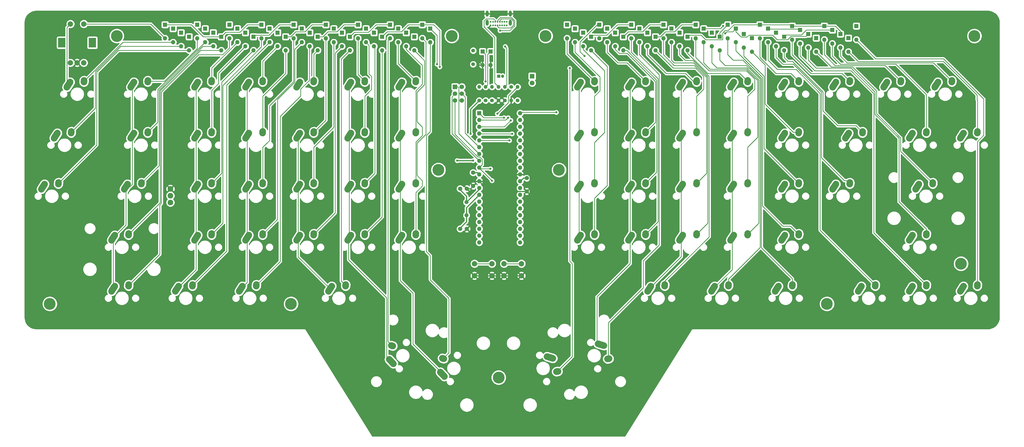
<source format=gbl>
%TF.GenerationSoftware,KiCad,Pcbnew,5.1.6-c6e7f7d~87~ubuntu18.04.1*%
%TF.CreationDate,2020-09-02T09:28:43+12:00*%
%TF.ProjectId,orthoCode,6f727468-6f43-46f6-9465-2e6b69636164,rev?*%
%TF.SameCoordinates,Original*%
%TF.FileFunction,Copper,L2,Bot*%
%TF.FilePolarity,Positive*%
%FSLAX46Y46*%
G04 Gerber Fmt 4.6, Leading zero omitted, Abs format (unit mm)*
G04 Created by KiCad (PCBNEW 5.1.6-c6e7f7d~87~ubuntu18.04.1) date 2020-09-02 09:28:43*
%MOMM*%
%LPD*%
G01*
G04 APERTURE LIST*
%TA.AperFunction,ComponentPad*%
%ADD10C,4.400000*%
%TD*%
%TA.AperFunction,ComponentPad*%
%ADD11O,1.600000X1.600000*%
%TD*%
%TA.AperFunction,ComponentPad*%
%ADD12R,1.600000X1.600000*%
%TD*%
%TA.AperFunction,ComponentPad*%
%ADD13C,2.100000*%
%TD*%
%TA.AperFunction,ComponentPad*%
%ADD14C,1.400000*%
%TD*%
%TA.AperFunction,ComponentPad*%
%ADD15O,1.400000X1.400000*%
%TD*%
%TA.AperFunction,ComponentPad*%
%ADD16C,2.000000*%
%TD*%
%TA.AperFunction,ComponentPad*%
%ADD17C,1.600000*%
%TD*%
%TA.AperFunction,ComponentPad*%
%ADD18C,1.200000*%
%TD*%
%TA.AperFunction,ComponentPad*%
%ADD19R,1.200000X1.200000*%
%TD*%
%TA.AperFunction,ComponentPad*%
%ADD20C,1.700000*%
%TD*%
%TA.AperFunction,ComponentPad*%
%ADD21R,1.700000X1.700000*%
%TD*%
%TA.AperFunction,ComponentPad*%
%ADD22R,1.800000X1.800000*%
%TD*%
%TA.AperFunction,ComponentPad*%
%ADD23C,1.800000*%
%TD*%
%TA.AperFunction,ComponentPad*%
%ADD24R,2.800000X3.600000*%
%TD*%
%TA.AperFunction,ComponentPad*%
%ADD25C,0.650000*%
%TD*%
%TA.AperFunction,ComponentPad*%
%ADD26O,1.108000X2.216000*%
%TD*%
%TA.AperFunction,ComponentPad*%
%ADD27C,1.500000*%
%TD*%
%TA.AperFunction,ViaPad*%
%ADD28C,0.800000*%
%TD*%
%TA.AperFunction,Conductor*%
%ADD29C,0.400000*%
%TD*%
%TA.AperFunction,Conductor*%
%ADD30C,0.250000*%
%TD*%
%TA.AperFunction,Conductor*%
%ADD31C,0.254000*%
%TD*%
G04 APERTURE END LIST*
D10*
%TO.P,REF\u002A\u002A,1*%
%TO.N,N/C*%
X225000000Y-95000000D03*
%TD*%
%TO.P,REF\u002A\u002A,1*%
%TO.N,N/C*%
X180000000Y-95000000D03*
%TD*%
%TO.P,REF\u002A\u002A,1*%
%TO.N,N/C*%
X185000000Y-45000000D03*
%TD*%
%TO.P,REF\u002A\u002A,1*%
%TO.N,N/C*%
X220000000Y-45000000D03*
%TD*%
%TO.P,REF\u002A\u002A,1*%
%TO.N,N/C*%
X380000000Y-45000000D03*
%TD*%
%TO.P,REF\u002A\u002A,1*%
%TO.N,N/C*%
X60000000Y-45000000D03*
%TD*%
%TO.P,REF\u002A\u002A,1*%
%TO.N,N/C*%
X125000000Y-145000000D03*
%TD*%
%TO.P,REF\u002A\u002A,1*%
%TO.N,N/C*%
X325000000Y-145000000D03*
%TD*%
%TO.P,REF\u002A\u002A,1*%
%TO.N,N/C*%
X202500000Y-172500000D03*
%TD*%
%TO.P,REF\u002A\u002A,1*%
%TO.N,N/C*%
X375000000Y-130000000D03*
%TD*%
%TO.P,REF\u002A\u002A,1*%
%TO.N,N/C*%
X35000000Y-145000000D03*
%TD*%
D11*
%TO.P,D3:2,2*%
%TO.N,Net-(D3:2-Pad2)*%
X111000000Y-50350000D03*
D12*
%TO.P,D3:2,1*%
%TO.N,Row3*%
X111000000Y-45270000D03*
%TD*%
D11*
%TO.P,D2:6,2*%
%TO.N,Net-(D2:6-Pad2)*%
X174000000Y-45850000D03*
D12*
%TO.P,D2:6,1*%
%TO.N,Row2*%
X174000000Y-40770000D03*
%TD*%
D11*
%TO.P,D2:3,2*%
%TO.N,Net-(D2:3-Pad2)*%
X129000000Y-47350000D03*
D12*
%TO.P,D2:3,1*%
%TO.N,Row2*%
X129000000Y-42270000D03*
%TD*%
%TO.P,D2:4,1*%
%TO.N,Row2*%
X144000000Y-43770000D03*
D11*
%TO.P,D2:4,2*%
%TO.N,Net-(D2:4-Pad2)*%
X144000000Y-48850000D03*
%TD*%
%TO.P,D2:5,2*%
%TO.N,Net-(D2:5-Pad2)*%
X159000000Y-50350000D03*
D12*
%TO.P,D2:5,1*%
%TO.N,Row2*%
X159000000Y-45270000D03*
%TD*%
%TO.P,D1:2,1*%
%TO.N,Row1*%
X117000000Y-42270000D03*
D11*
%TO.P,D1:2,2*%
%TO.N,Net-(D1:2-Pad2)*%
X117000000Y-47350000D03*
%TD*%
%TO.P,D3:4,2*%
%TO.N,Net-(D3:4-Pad2)*%
X141000000Y-47350000D03*
D12*
%TO.P,D3:4,1*%
%TO.N,Row3*%
X141000000Y-42270000D03*
%TD*%
D11*
%TO.P,D5:2,2*%
%TO.N,Net-(D5:2-Pad2)*%
X105000000Y-47350000D03*
D12*
%TO.P,D5:2,1*%
%TO.N,Row5*%
X105000000Y-42270000D03*
%TD*%
%TO.P,D3:1,1*%
%TO.N,Row3*%
X96000000Y-43770000D03*
D11*
%TO.P,D3:1,2*%
%TO.N,Net-(D3:1-Pad2)*%
X96000000Y-48850000D03*
%TD*%
%TO.P,D3:5,2*%
%TO.N,Net-(D3:5-Pad2)*%
X156000000Y-48850000D03*
D12*
%TO.P,D3:5,1*%
%TO.N,Row3*%
X156000000Y-43770000D03*
%TD*%
D11*
%TO.P,D4:6,2*%
%TO.N,Net-(D4:6-Pad2)*%
X168000000Y-48850000D03*
D12*
%TO.P,D4:6,1*%
%TO.N,Row4*%
X168000000Y-43770000D03*
%TD*%
D11*
%TO.P,D3:0,2*%
%TO.N,Net-(D3:0-Pad2)*%
X87000000Y-50350000D03*
D12*
%TO.P,D3:0,1*%
%TO.N,Row3*%
X87000000Y-45270000D03*
%TD*%
D11*
%TO.P,D1:4,2*%
%TO.N,Net-(D1:4-Pad2)*%
X147000000Y-50350000D03*
D12*
%TO.P,D1:4,1*%
%TO.N,Row1*%
X147000000Y-45270000D03*
%TD*%
%TO.P,D4:4,1*%
%TO.N,Row4*%
X138000000Y-40770000D03*
D11*
%TO.P,D4:4,2*%
%TO.N,Net-(D4:4-Pad2)*%
X138000000Y-45850000D03*
%TD*%
D12*
%TO.P,D4:0,1*%
%TO.N,Row4*%
X84000000Y-43770000D03*
D11*
%TO.P,D4:0,2*%
%TO.N,Net-(D4:0-Pad2)*%
X84000000Y-48850000D03*
%TD*%
%TO.P,D2:1,2*%
%TO.N,Net-(D2:1-Pad2)*%
X99000000Y-50350000D03*
D12*
%TO.P,D2:1,1*%
%TO.N,Row2*%
X99000000Y-45270000D03*
%TD*%
%TO.P,DVol1,1*%
%TO.N,Row2*%
X78000000Y-40770000D03*
D11*
%TO.P,DVol1,2*%
%TO.N,Net-(DVol1-Pad2)*%
X78000000Y-45850000D03*
%TD*%
%TO.P,D1:6,2*%
%TO.N,Net-(D1:6-Pad2)*%
X177000000Y-47350000D03*
D12*
%TO.P,D1:6,1*%
%TO.N,Row1*%
X177000000Y-42270000D03*
%TD*%
%TO.P,D4:2,1*%
%TO.N,Row4*%
X108000000Y-43770000D03*
D11*
%TO.P,D4:2,2*%
%TO.N,Net-(D4:2-Pad2)*%
X108000000Y-48850000D03*
%TD*%
D12*
%TO.P,D1:3,1*%
%TO.N,Row1*%
X132000000Y-43770000D03*
D11*
%TO.P,D1:3,2*%
%TO.N,Net-(D1:3-Pad2)*%
X132000000Y-48850000D03*
%TD*%
D12*
%TO.P,D4:1,1*%
%TO.N,Row4*%
X93000000Y-42270000D03*
D11*
%TO.P,D4:1,2*%
%TO.N,Net-(D4:1-Pad2)*%
X93000000Y-47350000D03*
%TD*%
D12*
%TO.P,D5:3,1*%
%TO.N,Row5*%
X120000000Y-43770000D03*
D11*
%TO.P,D5:3,2*%
%TO.N,Net-(D5:3-Pad2)*%
X120000000Y-48850000D03*
%TD*%
%TO.P,D5:0,2*%
%TO.N,Net-(D5:0-Pad2)*%
X81000000Y-47350000D03*
D12*
%TO.P,D5:0,1*%
%TO.N,Row5*%
X81000000Y-42270000D03*
%TD*%
%TO.P,D5:6,1*%
%TO.N,Row5*%
X165000000Y-42270000D03*
D11*
%TO.P,D5:6,2*%
%TO.N,Net-(D5:6-Pad2)*%
X165000000Y-47350000D03*
%TD*%
D12*
%TO.P,D5:5,1*%
%TO.N,Row5*%
X150000000Y-40770000D03*
D11*
%TO.P,D5:5,2*%
%TO.N,Net-(D5:5-Pad2)*%
X150000000Y-45850000D03*
%TD*%
%TO.P,D5:4,2*%
%TO.N,Net-(D5:4-Pad2)*%
X135000000Y-50350000D03*
D12*
%TO.P,D5:4,1*%
%TO.N,Row5*%
X135000000Y-45270000D03*
%TD*%
D11*
%TO.P,D5:1,2*%
%TO.N,Net-(D5:1-Pad2)*%
X90000000Y-45850000D03*
D12*
%TO.P,D5:1,1*%
%TO.N,Row5*%
X90000000Y-40770000D03*
%TD*%
%TO.P,D3:3,1*%
%TO.N,Row3*%
X126000000Y-40770000D03*
D11*
%TO.P,D3:3,2*%
%TO.N,Net-(D3:3-Pad2)*%
X126000000Y-45850000D03*
%TD*%
D12*
%TO.P,D2:2,1*%
%TO.N,Row2*%
X114000000Y-40770000D03*
D11*
%TO.P,D2:2,2*%
%TO.N,Net-(D2:2-Pad2)*%
X114000000Y-45850000D03*
%TD*%
%TO.P,D1:5,2*%
%TO.N,Net-(D1:5-Pad2)*%
X162000000Y-45850000D03*
D12*
%TO.P,D1:5,1*%
%TO.N,Row1*%
X162000000Y-40770000D03*
%TD*%
%TO.P,D3:6,1*%
%TO.N,Row3*%
X171000000Y-45270000D03*
D11*
%TO.P,D3:6,2*%
%TO.N,Net-(D3:6-Pad2)*%
X171000000Y-50350000D03*
%TD*%
%TO.P,D4:5,2*%
%TO.N,Net-(D4:5-Pad2)*%
X153000000Y-47350000D03*
D12*
%TO.P,D4:5,1*%
%TO.N,Row4*%
X153000000Y-42270000D03*
%TD*%
D11*
%TO.P,D4:3,2*%
%TO.N,Net-(D4:3-Pad2)*%
X123000000Y-50350000D03*
D12*
%TO.P,D4:3,1*%
%TO.N,Row4*%
X123000000Y-45270000D03*
%TD*%
%TO.P,D1:1,1*%
%TO.N,Row1*%
X102000000Y-40770000D03*
D11*
%TO.P,D1:1,2*%
%TO.N,Net-(D1:1-Pad2)*%
X102000000Y-45850000D03*
%TD*%
D13*
%TO.P,RGB1,1*%
%TO.N,+5V*%
X80000000Y-107156250D03*
%TO.P,RGB1,2*%
%TO.N,RGB*%
X80000000Y-104616250D03*
%TO.P,RGB1,3*%
%TO.N,GND*%
X80000000Y-102076250D03*
%TD*%
D14*
%TO.P,R5,1*%
%TO.N,+5V*%
X195262500Y-69056250D03*
D15*
%TO.P,R5,2*%
%TO.N,Net-(D1-Pad1)*%
X195262500Y-63976250D03*
%TD*%
%TO.P,K1:8,2*%
%TO.N,Net-(D1:8-Pad2)*%
%TA.AperFunction,ComponentPad*%
G36*
G01*
X242878782Y-164329856D02*
X243447932Y-164218193D01*
G75*
G02*
X244915200Y-165204157I240652J-1226616D01*
G01*
X244915200Y-165204157D01*
G75*
G02*
X243929236Y-166671425I-1226616J-240652D01*
G01*
X243360086Y-166783087D01*
G75*
G02*
X241892818Y-165797123I-240652J1226616D01*
G01*
X241892818Y-165797123D01*
G75*
G02*
X242878782Y-164329855I1226616J240652D01*
G01*
G37*
%TD.AperFunction*%
%TO.P,K1:8,1*%
%TO.N,Col8*%
%TA.AperFunction,ComponentPad*%
G36*
G01*
X239985554Y-158720678D02*
X242131417Y-159397266D01*
G75*
G02*
X242947681Y-160965294I-375882J-1192146D01*
G01*
X242947681Y-160965294D01*
G75*
G02*
X241379653Y-161781558I-1192146J375882D01*
G01*
X239233789Y-161104970D01*
G75*
G02*
X238417525Y-159536942I375882J1192146D01*
G01*
X238417525Y-159536942D01*
G75*
G02*
X239985553Y-158720678I1192146J-375882D01*
G01*
G37*
%TD.AperFunction*%
%TD*%
%TO.P,K1:7,2*%
%TO.N,Net-(D1:7-Pad2)*%
%TA.AperFunction,ComponentPad*%
G36*
G01*
X223828782Y-169092356D02*
X224397932Y-168980693D01*
G75*
G02*
X225865200Y-169966657I240652J-1226616D01*
G01*
X225865200Y-169966657D01*
G75*
G02*
X224879236Y-171433925I-1226616J-240652D01*
G01*
X224310086Y-171545587D01*
G75*
G02*
X222842818Y-170559623I-240652J1226616D01*
G01*
X222842818Y-170559623D01*
G75*
G02*
X223828782Y-169092355I1226616J240652D01*
G01*
G37*
%TD.AperFunction*%
%TO.P,K1:7,1*%
%TO.N,Col7*%
%TA.AperFunction,ComponentPad*%
G36*
G01*
X220935554Y-163483178D02*
X223081417Y-164159766D01*
G75*
G02*
X223897681Y-165727794I-375882J-1192146D01*
G01*
X223897681Y-165727794D01*
G75*
G02*
X222329653Y-166544058I-1192146J375882D01*
G01*
X220183789Y-165867470D01*
G75*
G02*
X219367525Y-164299442I375882J1192146D01*
G01*
X219367525Y-164299442D01*
G75*
G02*
X220935553Y-163483178I1192146J-375882D01*
G01*
G37*
%TD.AperFunction*%
%TD*%
%TO.P,K1:5,2*%
%TO.N,Net-(D1:5-Pad2)*%
%TA.AperFunction,ComponentPad*%
G36*
G01*
X162582407Y-161908917D02*
X162033677Y-161721045D01*
G75*
G02*
X161255967Y-160133541I404897J1182607D01*
G01*
X161255967Y-160133541D01*
G75*
G02*
X162843471Y-159355831I1182607J-404897D01*
G01*
X163392201Y-159543703D01*
G75*
G02*
X164169911Y-161131207I-404897J-1182607D01*
G01*
X164169911Y-161131207D01*
G75*
G02*
X162582407Y-161908917I-1182607J404897D01*
G01*
G37*
%TD.AperFunction*%
%TO.P,K1:5,1*%
%TO.N,Col5*%
%TA.AperFunction,ComponentPad*%
G36*
G01*
X162283427Y-168213221D02*
X160763349Y-166554347D01*
G75*
G02*
X160840458Y-164788262I921597J844488D01*
G01*
X160840458Y-164788262D01*
G75*
G02*
X162606543Y-164865371I844488J-921597D01*
G01*
X164126621Y-166524245D01*
G75*
G02*
X164049512Y-168290330I-921597J-844488D01*
G01*
X164049512Y-168290330D01*
G75*
G02*
X162283427Y-168213221I-844488J921597D01*
G01*
G37*
%TD.AperFunction*%
%TD*%
%TO.P,K1:4,2*%
%TO.N,Net-(D1:4-Pad2)*%
%TA.AperFunction,ComponentPad*%
G36*
G01*
X144128170Y-138289309D02*
X144167619Y-137710653D01*
G75*
G02*
X145499743Y-136548567I1247105J-85019D01*
G01*
X145499743Y-136548567D01*
G75*
G02*
X146661829Y-137880691I-85019J-1247105D01*
G01*
X146622381Y-138459347D01*
G75*
G02*
X145290257Y-139621433I-1247105J85019D01*
G01*
X145290257Y-139621433D01*
G75*
G02*
X144128171Y-138289309I85019J1247105D01*
G01*
G37*
%TD.AperFunction*%
%TO.P,K1:4,1*%
%TO.N,Col4*%
%TA.AperFunction,ComponentPad*%
G36*
G01*
X137961299Y-139632191D02*
X139170223Y-137734560D01*
G75*
G02*
X140896087Y-137351946I1054239J-671625D01*
G01*
X140896087Y-137351946D01*
G75*
G02*
X141278701Y-139077810I-671625J-1054239D01*
G01*
X140069777Y-140975440D01*
G75*
G02*
X138343913Y-141358054I-1054239J671625D01*
G01*
X138343913Y-141358054D01*
G75*
G02*
X137961299Y-139632190I671625J1054239D01*
G01*
G37*
%TD.AperFunction*%
%TD*%
D16*
%TO.P,BOOT1,1*%
%TO.N,GND*%
X193500000Y-134500000D03*
%TO.P,BOOT1,2*%
%TO.N,boot*%
X193500000Y-130000000D03*
%TO.P,BOOT1,1*%
%TO.N,GND*%
X200000000Y-134500000D03*
%TO.P,BOOT1,2*%
%TO.N,boot*%
X200000000Y-130000000D03*
%TD*%
D17*
%TO.P,C1,2*%
%TO.N,GND*%
X190618750Y-117000000D03*
%TO.P,C1,1*%
%TO.N,Net-(C1-Pad1)*%
X188118750Y-117000000D03*
%TD*%
%TO.P,C2,1*%
%TO.N,Net-(C2-Pad1)*%
X188118750Y-102000000D03*
%TO.P,C2,2*%
%TO.N,GND*%
X190618750Y-102000000D03*
%TD*%
%TO.P,C3,2*%
%TO.N,GND*%
X213000000Y-103000000D03*
%TO.P,C3,1*%
%TO.N,+5V*%
X213000000Y-98000000D03*
%TD*%
%TO.P,C4,1*%
%TO.N,+5V*%
X193000000Y-96000000D03*
%TO.P,C4,2*%
%TO.N,GND*%
X193000000Y-101000000D03*
%TD*%
D18*
%TO.P,C5,2*%
%TO.N,GND*%
X204000000Y-60000000D03*
D19*
%TO.P,C5,1*%
%TO.N,+5V*%
X202500000Y-60000000D03*
%TD*%
D12*
%TO.P,D1,1*%
%TO.N,Net-(D1-Pad1)*%
X196500000Y-50770000D03*
D11*
%TO.P,D1,2*%
%TO.N,GND*%
X196500000Y-55850000D03*
%TD*%
%TO.P,D2,2*%
%TO.N,GND*%
X199500000Y-55850000D03*
D12*
%TO.P,D2,1*%
%TO.N,Net-(D2-Pad1)*%
X199500000Y-50770000D03*
%TD*%
D11*
%TO.P,D1:8,2*%
%TO.N,Net-(D1:8-Pad2)*%
X255000000Y-47350000D03*
D12*
%TO.P,D1:8,1*%
%TO.N,Row1*%
X255000000Y-42270000D03*
%TD*%
D11*
%TO.P,D1:7,2*%
%TO.N,Net-(D1:7-Pad2)*%
X240000000Y-45850000D03*
D12*
%TO.P,D1:7,1*%
%TO.N,Row1*%
X240000000Y-40770000D03*
%TD*%
D11*
%TO.P,D1:9,2*%
%TO.N,Net-(D1:9-Pad2)*%
X270000000Y-48850000D03*
D12*
%TO.P,D1:9,1*%
%TO.N,Row1*%
X270000000Y-43770000D03*
%TD*%
D11*
%TO.P,D1:10,2*%
%TO.N,Net-(D1:10-Pad2)*%
X285000000Y-50350000D03*
D12*
%TO.P,D1:10,1*%
%TO.N,Row1*%
X285000000Y-45270000D03*
%TD*%
%TO.P,D1:11,1*%
%TO.N,Row1*%
X288000000Y-40770000D03*
D11*
%TO.P,D1:11,2*%
%TO.N,Net-(D1:11-Pad2)*%
X288000000Y-45850000D03*
%TD*%
D12*
%TO.P,D1:12,1*%
%TO.N,Row1*%
X303000000Y-42270000D03*
D11*
%TO.P,D1:12,2*%
%TO.N,Net-(D1:12-Pad2)*%
X303000000Y-47350000D03*
%TD*%
%TO.P,D1:13,2*%
%TO.N,Net-(D1:13-Pad2)*%
X315000000Y-47850000D03*
D12*
%TO.P,D1:13,1*%
%TO.N,Row1*%
X315000000Y-42770000D03*
%TD*%
%TO.P,D1:14,1*%
%TO.N,Row1*%
X336000000Y-41270000D03*
D11*
%TO.P,D1:14,2*%
%TO.N,Net-(D1:14-Pad2)*%
X336000000Y-46350000D03*
%TD*%
%TO.P,D2:7,2*%
%TO.N,Net-(D2:7-Pad2)*%
X237000000Y-50350000D03*
D12*
%TO.P,D2:7,1*%
%TO.N,Row2*%
X237000000Y-45270000D03*
%TD*%
D11*
%TO.P,D2:8,2*%
%TO.N,Net-(D2:8-Pad2)*%
X252000000Y-45850000D03*
D12*
%TO.P,D2:8,1*%
%TO.N,Row2*%
X252000000Y-40770000D03*
%TD*%
%TO.P,D2:9,1*%
%TO.N,Row2*%
X267000000Y-42270000D03*
D11*
%TO.P,D2:9,2*%
%TO.N,Net-(D2:9-Pad2)*%
X267000000Y-47350000D03*
%TD*%
D12*
%TO.P,D2:10,1*%
%TO.N,Row2*%
X282000000Y-43770000D03*
D11*
%TO.P,D2:10,2*%
%TO.N,Net-(D2:10-Pad2)*%
X282000000Y-48850000D03*
%TD*%
%TO.P,D2:11,2*%
%TO.N,Net-(D2:11-Pad2)*%
X291000000Y-47350000D03*
D12*
%TO.P,D2:11,1*%
%TO.N,Row2*%
X291000000Y-42270000D03*
%TD*%
D11*
%TO.P,D2:13,2*%
%TO.N,Net-(D2:13-Pad2)*%
X318000000Y-49350000D03*
D12*
%TO.P,D2:13,1*%
%TO.N,Row2*%
X318000000Y-44270000D03*
%TD*%
%TO.P,D3:7,1*%
%TO.N,Row3*%
X234000000Y-43770000D03*
D11*
%TO.P,D3:7,2*%
%TO.N,Net-(D3:7-Pad2)*%
X234000000Y-48850000D03*
%TD*%
D12*
%TO.P,D3:8,1*%
%TO.N,Row3*%
X249000000Y-45270000D03*
D11*
%TO.P,D3:8,2*%
%TO.N,Net-(D3:8-Pad2)*%
X249000000Y-50350000D03*
%TD*%
%TO.P,D3:9,2*%
%TO.N,Net-(D3:9-Pad2)*%
X264000000Y-45850000D03*
D12*
%TO.P,D3:9,1*%
%TO.N,Row3*%
X264000000Y-40770000D03*
%TD*%
D11*
%TO.P,D3:10,2*%
%TO.N,Net-(D3:10-Pad2)*%
X279000000Y-47350000D03*
D12*
%TO.P,D3:10,1*%
%TO.N,Row3*%
X279000000Y-42270000D03*
%TD*%
%TO.P,D3:11,1*%
%TO.N,Row3*%
X294000000Y-44270000D03*
D11*
%TO.P,D3:11,2*%
%TO.N,Net-(D3:11-Pad2)*%
X294000000Y-49350000D03*
%TD*%
D12*
%TO.P,D3:12,1*%
%TO.N,Row3*%
X306000000Y-43770000D03*
D11*
%TO.P,D3:12,2*%
%TO.N,Net-(D3:12-Pad2)*%
X306000000Y-48850000D03*
%TD*%
D12*
%TO.P,D3:13,1*%
%TO.N,Row3*%
X321000000Y-45770000D03*
D11*
%TO.P,D3:13,2*%
%TO.N,Net-(D3:13-Pad2)*%
X321000000Y-50850000D03*
%TD*%
%TO.P,D4:7,2*%
%TO.N,Net-(D4:7-Pad2)*%
X231000000Y-47350000D03*
D12*
%TO.P,D4:7,1*%
%TO.N,Row4*%
X231000000Y-42270000D03*
%TD*%
D11*
%TO.P,D4:8,2*%
%TO.N,Net-(D4:8-Pad2)*%
X246000000Y-48850000D03*
D12*
%TO.P,D4:8,1*%
%TO.N,Row4*%
X246000000Y-43770000D03*
%TD*%
D11*
%TO.P,D4:9,2*%
%TO.N,Net-(D4:9-Pad2)*%
X261000000Y-50350000D03*
D12*
%TO.P,D4:9,1*%
%TO.N,Row4*%
X261000000Y-45270000D03*
%TD*%
%TO.P,D4:10,1*%
%TO.N,Row4*%
X276000000Y-40770000D03*
D11*
%TO.P,D4:10,2*%
%TO.N,Net-(D4:10-Pad2)*%
X276000000Y-45850000D03*
%TD*%
%TO.P,D4:11,2*%
%TO.N,Net-(D4:11-Pad2)*%
X297000000Y-50850000D03*
D12*
%TO.P,D4:11,1*%
%TO.N,Row4*%
X297000000Y-45770000D03*
%TD*%
%TO.P,D4:12,1*%
%TO.N,Row4*%
X309000000Y-45270000D03*
D11*
%TO.P,D4:12,2*%
%TO.N,Net-(D4:12-Pad2)*%
X309000000Y-50350000D03*
%TD*%
%TO.P,D4:13,2*%
%TO.N,Net-(D4:13-Pad2)*%
X327000000Y-47850000D03*
D12*
%TO.P,D4:13,1*%
%TO.N,Row4*%
X327000000Y-42770000D03*
%TD*%
D11*
%TO.P,D4:14,2*%
%TO.N,Net-(D4:14-Pad2)*%
X333000000Y-50850000D03*
D12*
%TO.P,D4:14,1*%
%TO.N,Row4*%
X333000000Y-45770000D03*
%TD*%
%TO.P,D5:7,1*%
%TO.N,Row5*%
X228000000Y-40770000D03*
D11*
%TO.P,D5:7,2*%
%TO.N,Net-(D5:7-Pad2)*%
X228000000Y-45850000D03*
%TD*%
D12*
%TO.P,D5:8,1*%
%TO.N,Row5*%
X243000000Y-42270000D03*
D11*
%TO.P,D5:8,2*%
%TO.N,Net-(D5:8-Pad2)*%
X243000000Y-47350000D03*
%TD*%
D12*
%TO.P,D5:9,1*%
%TO.N,Row5*%
X258000000Y-43770000D03*
D11*
%TO.P,D5:9,2*%
%TO.N,Net-(D5:9-Pad2)*%
X258000000Y-48850000D03*
%TD*%
D12*
%TO.P,D5:10,1*%
%TO.N,Row5*%
X273000000Y-45270000D03*
D11*
%TO.P,D5:10,2*%
%TO.N,Net-(D5:10-Pad2)*%
X273000000Y-50350000D03*
%TD*%
D12*
%TO.P,D5:11,1*%
%TO.N,Row5*%
X300000000Y-40770000D03*
D11*
%TO.P,D5:11,2*%
%TO.N,Net-(D5:11-Pad2)*%
X300000000Y-45850000D03*
%TD*%
%TO.P,D5:12,2*%
%TO.N,Net-(D5:12-Pad2)*%
X312000000Y-46350000D03*
D12*
%TO.P,D5:12,1*%
%TO.N,Row5*%
X312000000Y-41270000D03*
%TD*%
%TO.P,D5:13,1*%
%TO.N,Row5*%
X324000000Y-41270000D03*
D11*
%TO.P,D5:13,2*%
%TO.N,Net-(D5:13-Pad2)*%
X324000000Y-46350000D03*
%TD*%
D12*
%TO.P,D5:14,1*%
%TO.N,Row5*%
X330000000Y-44270000D03*
D11*
%TO.P,D5:14,2*%
%TO.N,Net-(D5:14-Pad2)*%
X330000000Y-49350000D03*
%TD*%
D14*
%TO.P,F1,1*%
%TO.N,VCC*%
X193000000Y-50450000D03*
%TO.P,F1,2*%
%TO.N,+5V*%
X193000000Y-55550000D03*
%TD*%
D20*
%TO.P,J1,6*%
%TO.N,GND*%
X188770000Y-69040000D03*
%TO.P,J1,5*%
%TO.N,reset*%
X186230000Y-69040000D03*
%TO.P,J1,4*%
%TO.N,MOSI*%
X188770000Y-66500000D03*
%TO.P,J1,3*%
%TO.N,SCK*%
X186230000Y-66500000D03*
%TO.P,J1,2*%
%TO.N,+5V*%
X188770000Y-63960000D03*
D21*
%TO.P,J1,1*%
%TO.N,MISO*%
X186230000Y-63960000D03*
%TD*%
%TO.P,K1:1,1*%
%TO.N,Col1*%
%TA.AperFunction,ComponentPad*%
G36*
G01*
X56998799Y-139632191D02*
X58207723Y-137734560D01*
G75*
G02*
X59933587Y-137351946I1054239J-671625D01*
G01*
X59933587Y-137351946D01*
G75*
G02*
X60316201Y-139077810I-671625J-1054239D01*
G01*
X59107277Y-140975440D01*
G75*
G02*
X57381413Y-141358054I-1054239J671625D01*
G01*
X57381413Y-141358054D01*
G75*
G02*
X56998799Y-139632190I671625J1054239D01*
G01*
G37*
%TD.AperFunction*%
%TO.P,K1:1,2*%
%TO.N,Net-(D1:1-Pad2)*%
%TA.AperFunction,ComponentPad*%
G36*
G01*
X63165670Y-138289309D02*
X63205119Y-137710653D01*
G75*
G02*
X64537243Y-136548567I1247105J-85019D01*
G01*
X64537243Y-136548567D01*
G75*
G02*
X65699329Y-137880691I-85019J-1247105D01*
G01*
X65659881Y-138459347D01*
G75*
G02*
X64327757Y-139621433I-1247105J85019D01*
G01*
X64327757Y-139621433D01*
G75*
G02*
X63165671Y-138289309I85019J1247105D01*
G01*
G37*
%TD.AperFunction*%
%TD*%
%TO.P,K1:2,1*%
%TO.N,Col2*%
%TA.AperFunction,ComponentPad*%
G36*
G01*
X80811299Y-139632191D02*
X82020223Y-137734560D01*
G75*
G02*
X83746087Y-137351946I1054239J-671625D01*
G01*
X83746087Y-137351946D01*
G75*
G02*
X84128701Y-139077810I-671625J-1054239D01*
G01*
X82919777Y-140975440D01*
G75*
G02*
X81193913Y-141358054I-1054239J671625D01*
G01*
X81193913Y-141358054D01*
G75*
G02*
X80811299Y-139632190I671625J1054239D01*
G01*
G37*
%TD.AperFunction*%
%TO.P,K1:2,2*%
%TO.N,Net-(D1:2-Pad2)*%
%TA.AperFunction,ComponentPad*%
G36*
G01*
X86978170Y-138289309D02*
X87017619Y-137710653D01*
G75*
G02*
X88349743Y-136548567I1247105J-85019D01*
G01*
X88349743Y-136548567D01*
G75*
G02*
X89511829Y-137880691I-85019J-1247105D01*
G01*
X89472381Y-138459347D01*
G75*
G02*
X88140257Y-139621433I-1247105J85019D01*
G01*
X88140257Y-139621433D01*
G75*
G02*
X86978171Y-138289309I85019J1247105D01*
G01*
G37*
%TD.AperFunction*%
%TD*%
%TO.P,K1:3,2*%
%TO.N,Net-(D1:3-Pad2)*%
%TA.AperFunction,ComponentPad*%
G36*
G01*
X110790670Y-138289309D02*
X110830119Y-137710653D01*
G75*
G02*
X112162243Y-136548567I1247105J-85019D01*
G01*
X112162243Y-136548567D01*
G75*
G02*
X113324329Y-137880691I-85019J-1247105D01*
G01*
X113284881Y-138459347D01*
G75*
G02*
X111952757Y-139621433I-1247105J85019D01*
G01*
X111952757Y-139621433D01*
G75*
G02*
X110790671Y-138289309I85019J1247105D01*
G01*
G37*
%TD.AperFunction*%
%TO.P,K1:3,1*%
%TO.N,Col3*%
%TA.AperFunction,ComponentPad*%
G36*
G01*
X104623799Y-139632191D02*
X105832723Y-137734560D01*
G75*
G02*
X107558587Y-137351946I1054239J-671625D01*
G01*
X107558587Y-137351946D01*
G75*
G02*
X107941201Y-139077810I-671625J-1054239D01*
G01*
X106732277Y-140975440D01*
G75*
G02*
X105006413Y-141358054I-1054239J671625D01*
G01*
X105006413Y-141358054D01*
G75*
G02*
X104623799Y-139632190I671625J1054239D01*
G01*
G37*
%TD.AperFunction*%
%TD*%
%TO.P,K1:6,1*%
%TO.N,Col6*%
%TA.AperFunction,ComponentPad*%
G36*
G01*
X181333427Y-172975721D02*
X179813349Y-171316847D01*
G75*
G02*
X179890458Y-169550762I921597J844488D01*
G01*
X179890458Y-169550762D01*
G75*
G02*
X181656543Y-169627871I844488J-921597D01*
G01*
X183176621Y-171286745D01*
G75*
G02*
X183099512Y-173052830I-921597J-844488D01*
G01*
X183099512Y-173052830D01*
G75*
G02*
X181333427Y-172975721I-844488J921597D01*
G01*
G37*
%TD.AperFunction*%
%TO.P,K1:6,2*%
%TO.N,Net-(D1:6-Pad2)*%
%TA.AperFunction,ComponentPad*%
G36*
G01*
X181632407Y-166671417D02*
X181083677Y-166483545D01*
G75*
G02*
X180305967Y-164896041I404897J1182607D01*
G01*
X180305967Y-164896041D01*
G75*
G02*
X181893471Y-164118331I1182607J-404897D01*
G01*
X182442201Y-164306203D01*
G75*
G02*
X183219911Y-165893707I-404897J-1182607D01*
G01*
X183219911Y-165893707D01*
G75*
G02*
X181632407Y-166671417I-1182607J404897D01*
G01*
G37*
%TD.AperFunction*%
%TD*%
%TO.P,K1:9,1*%
%TO.N,Col9*%
%TA.AperFunction,ComponentPad*%
G36*
G01*
X257023799Y-139632191D02*
X258232723Y-137734560D01*
G75*
G02*
X259958587Y-137351946I1054239J-671625D01*
G01*
X259958587Y-137351946D01*
G75*
G02*
X260341201Y-139077810I-671625J-1054239D01*
G01*
X259132277Y-140975440D01*
G75*
G02*
X257406413Y-141358054I-1054239J671625D01*
G01*
X257406413Y-141358054D01*
G75*
G02*
X257023799Y-139632190I671625J1054239D01*
G01*
G37*
%TD.AperFunction*%
%TO.P,K1:9,2*%
%TO.N,Net-(D1:9-Pad2)*%
%TA.AperFunction,ComponentPad*%
G36*
G01*
X263190670Y-138289309D02*
X263230119Y-137710653D01*
G75*
G02*
X264562243Y-136548567I1247105J-85019D01*
G01*
X264562243Y-136548567D01*
G75*
G02*
X265724329Y-137880691I-85019J-1247105D01*
G01*
X265684881Y-138459347D01*
G75*
G02*
X264352757Y-139621433I-1247105J85019D01*
G01*
X264352757Y-139621433D01*
G75*
G02*
X263190671Y-138289309I85019J1247105D01*
G01*
G37*
%TD.AperFunction*%
%TD*%
%TO.P,K1:10,2*%
%TO.N,Net-(D1:10-Pad2)*%
%TA.AperFunction,ComponentPad*%
G36*
G01*
X287003170Y-138289309D02*
X287042619Y-137710653D01*
G75*
G02*
X288374743Y-136548567I1247105J-85019D01*
G01*
X288374743Y-136548567D01*
G75*
G02*
X289536829Y-137880691I-85019J-1247105D01*
G01*
X289497381Y-138459347D01*
G75*
G02*
X288165257Y-139621433I-1247105J85019D01*
G01*
X288165257Y-139621433D01*
G75*
G02*
X287003171Y-138289309I85019J1247105D01*
G01*
G37*
%TD.AperFunction*%
%TO.P,K1:10,1*%
%TO.N,Col10*%
%TA.AperFunction,ComponentPad*%
G36*
G01*
X280836299Y-139632191D02*
X282045223Y-137734560D01*
G75*
G02*
X283771087Y-137351946I1054239J-671625D01*
G01*
X283771087Y-137351946D01*
G75*
G02*
X284153701Y-139077810I-671625J-1054239D01*
G01*
X282944777Y-140975440D01*
G75*
G02*
X281218913Y-141358054I-1054239J671625D01*
G01*
X281218913Y-141358054D01*
G75*
G02*
X280836299Y-139632190I671625J1054239D01*
G01*
G37*
%TD.AperFunction*%
%TD*%
%TO.P,K1:11,1*%
%TO.N,Col11*%
%TA.AperFunction,ComponentPad*%
G36*
G01*
X304648799Y-139632191D02*
X305857723Y-137734560D01*
G75*
G02*
X307583587Y-137351946I1054239J-671625D01*
G01*
X307583587Y-137351946D01*
G75*
G02*
X307966201Y-139077810I-671625J-1054239D01*
G01*
X306757277Y-140975440D01*
G75*
G02*
X305031413Y-141358054I-1054239J671625D01*
G01*
X305031413Y-141358054D01*
G75*
G02*
X304648799Y-139632190I671625J1054239D01*
G01*
G37*
%TD.AperFunction*%
%TO.P,K1:11,2*%
%TO.N,Net-(D1:11-Pad2)*%
%TA.AperFunction,ComponentPad*%
G36*
G01*
X310815670Y-138289309D02*
X310855119Y-137710653D01*
G75*
G02*
X312187243Y-136548567I1247105J-85019D01*
G01*
X312187243Y-136548567D01*
G75*
G02*
X313349329Y-137880691I-85019J-1247105D01*
G01*
X313309881Y-138459347D01*
G75*
G02*
X311977757Y-139621433I-1247105J85019D01*
G01*
X311977757Y-139621433D01*
G75*
G02*
X310815671Y-138289309I85019J1247105D01*
G01*
G37*
%TD.AperFunction*%
%TD*%
%TO.P,K1:12,1*%
%TO.N,Col12*%
%TA.AperFunction,ComponentPad*%
G36*
G01*
X335605049Y-139632191D02*
X336813973Y-137734560D01*
G75*
G02*
X338539837Y-137351946I1054239J-671625D01*
G01*
X338539837Y-137351946D01*
G75*
G02*
X338922451Y-139077810I-671625J-1054239D01*
G01*
X337713527Y-140975440D01*
G75*
G02*
X335987663Y-141358054I-1054239J671625D01*
G01*
X335987663Y-141358054D01*
G75*
G02*
X335605049Y-139632190I671625J1054239D01*
G01*
G37*
%TD.AperFunction*%
%TO.P,K1:12,2*%
%TO.N,Net-(D1:12-Pad2)*%
%TA.AperFunction,ComponentPad*%
G36*
G01*
X341771920Y-138289309D02*
X341811369Y-137710653D01*
G75*
G02*
X343143493Y-136548567I1247105J-85019D01*
G01*
X343143493Y-136548567D01*
G75*
G02*
X344305579Y-137880691I-85019J-1247105D01*
G01*
X344266131Y-138459347D01*
G75*
G02*
X342934007Y-139621433I-1247105J85019D01*
G01*
X342934007Y-139621433D01*
G75*
G02*
X341771921Y-138289309I85019J1247105D01*
G01*
G37*
%TD.AperFunction*%
%TD*%
%TO.P,K1:13,1*%
%TO.N,Col13*%
%TA.AperFunction,ComponentPad*%
G36*
G01*
X354655049Y-139632191D02*
X355863973Y-137734560D01*
G75*
G02*
X357589837Y-137351946I1054239J-671625D01*
G01*
X357589837Y-137351946D01*
G75*
G02*
X357972451Y-139077810I-671625J-1054239D01*
G01*
X356763527Y-140975440D01*
G75*
G02*
X355037663Y-141358054I-1054239J671625D01*
G01*
X355037663Y-141358054D01*
G75*
G02*
X354655049Y-139632190I671625J1054239D01*
G01*
G37*
%TD.AperFunction*%
%TO.P,K1:13,2*%
%TO.N,Net-(D1:13-Pad2)*%
%TA.AperFunction,ComponentPad*%
G36*
G01*
X360821920Y-138289309D02*
X360861369Y-137710653D01*
G75*
G02*
X362193493Y-136548567I1247105J-85019D01*
G01*
X362193493Y-136548567D01*
G75*
G02*
X363355579Y-137880691I-85019J-1247105D01*
G01*
X363316131Y-138459347D01*
G75*
G02*
X361984007Y-139621433I-1247105J85019D01*
G01*
X361984007Y-139621433D01*
G75*
G02*
X360821921Y-138289309I85019J1247105D01*
G01*
G37*
%TD.AperFunction*%
%TD*%
%TO.P,K1:14,1*%
%TO.N,Col14*%
%TA.AperFunction,ComponentPad*%
G36*
G01*
X373705049Y-139632191D02*
X374913973Y-137734560D01*
G75*
G02*
X376639837Y-137351946I1054239J-671625D01*
G01*
X376639837Y-137351946D01*
G75*
G02*
X377022451Y-139077810I-671625J-1054239D01*
G01*
X375813527Y-140975440D01*
G75*
G02*
X374087663Y-141358054I-1054239J671625D01*
G01*
X374087663Y-141358054D01*
G75*
G02*
X373705049Y-139632190I671625J1054239D01*
G01*
G37*
%TD.AperFunction*%
%TO.P,K1:14,2*%
%TO.N,Net-(D1:14-Pad2)*%
%TA.AperFunction,ComponentPad*%
G36*
G01*
X379871920Y-138289309D02*
X379911369Y-137710653D01*
G75*
G02*
X381243493Y-136548567I1247105J-85019D01*
G01*
X381243493Y-136548567D01*
G75*
G02*
X382405579Y-137880691I-85019J-1247105D01*
G01*
X382366131Y-138459347D01*
G75*
G02*
X381034007Y-139621433I-1247105J85019D01*
G01*
X381034007Y-139621433D01*
G75*
G02*
X379871921Y-138289309I85019J1247105D01*
G01*
G37*
%TD.AperFunction*%
%TD*%
%TO.P,K2:2,1*%
%TO.N,Col2*%
%TA.AperFunction,ComponentPad*%
G36*
G01*
X87955049Y-120582191D02*
X89163973Y-118684560D01*
G75*
G02*
X90889837Y-118301946I1054239J-671625D01*
G01*
X90889837Y-118301946D01*
G75*
G02*
X91272451Y-120027810I-671625J-1054239D01*
G01*
X90063527Y-121925440D01*
G75*
G02*
X88337663Y-122308054I-1054239J671625D01*
G01*
X88337663Y-122308054D01*
G75*
G02*
X87955049Y-120582190I671625J1054239D01*
G01*
G37*
%TD.AperFunction*%
%TO.P,K2:2,2*%
%TO.N,Net-(D2:2-Pad2)*%
%TA.AperFunction,ComponentPad*%
G36*
G01*
X94121920Y-119239309D02*
X94161369Y-118660653D01*
G75*
G02*
X95493493Y-117498567I1247105J-85019D01*
G01*
X95493493Y-117498567D01*
G75*
G02*
X96655579Y-118830691I-85019J-1247105D01*
G01*
X96616131Y-119409347D01*
G75*
G02*
X95284007Y-120571433I-1247105J85019D01*
G01*
X95284007Y-120571433D01*
G75*
G02*
X94121921Y-119239309I85019J1247105D01*
G01*
G37*
%TD.AperFunction*%
%TD*%
%TO.P,K2:3,1*%
%TO.N,Col3*%
%TA.AperFunction,ComponentPad*%
G36*
G01*
X107005049Y-120582191D02*
X108213973Y-118684560D01*
G75*
G02*
X109939837Y-118301946I1054239J-671625D01*
G01*
X109939837Y-118301946D01*
G75*
G02*
X110322451Y-120027810I-671625J-1054239D01*
G01*
X109113527Y-121925440D01*
G75*
G02*
X107387663Y-122308054I-1054239J671625D01*
G01*
X107387663Y-122308054D01*
G75*
G02*
X107005049Y-120582190I671625J1054239D01*
G01*
G37*
%TD.AperFunction*%
%TO.P,K2:3,2*%
%TO.N,Net-(D2:3-Pad2)*%
%TA.AperFunction,ComponentPad*%
G36*
G01*
X113171920Y-119239309D02*
X113211369Y-118660653D01*
G75*
G02*
X114543493Y-117498567I1247105J-85019D01*
G01*
X114543493Y-117498567D01*
G75*
G02*
X115705579Y-118830691I-85019J-1247105D01*
G01*
X115666131Y-119409347D01*
G75*
G02*
X114334007Y-120571433I-1247105J85019D01*
G01*
X114334007Y-120571433D01*
G75*
G02*
X113171921Y-119239309I85019J1247105D01*
G01*
G37*
%TD.AperFunction*%
%TD*%
%TO.P,K2:4,2*%
%TO.N,Net-(D2:4-Pad2)*%
%TA.AperFunction,ComponentPad*%
G36*
G01*
X132221920Y-119239309D02*
X132261369Y-118660653D01*
G75*
G02*
X133593493Y-117498567I1247105J-85019D01*
G01*
X133593493Y-117498567D01*
G75*
G02*
X134755579Y-118830691I-85019J-1247105D01*
G01*
X134716131Y-119409347D01*
G75*
G02*
X133384007Y-120571433I-1247105J85019D01*
G01*
X133384007Y-120571433D01*
G75*
G02*
X132221921Y-119239309I85019J1247105D01*
G01*
G37*
%TD.AperFunction*%
%TO.P,K2:4,1*%
%TO.N,Col4*%
%TA.AperFunction,ComponentPad*%
G36*
G01*
X126055049Y-120582191D02*
X127263973Y-118684560D01*
G75*
G02*
X128989837Y-118301946I1054239J-671625D01*
G01*
X128989837Y-118301946D01*
G75*
G02*
X129372451Y-120027810I-671625J-1054239D01*
G01*
X128163527Y-121925440D01*
G75*
G02*
X126437663Y-122308054I-1054239J671625D01*
G01*
X126437663Y-122308054D01*
G75*
G02*
X126055049Y-120582190I671625J1054239D01*
G01*
G37*
%TD.AperFunction*%
%TD*%
%TO.P,K2:5,2*%
%TO.N,Net-(D2:5-Pad2)*%
%TA.AperFunction,ComponentPad*%
G36*
G01*
X151271920Y-119239309D02*
X151311369Y-118660653D01*
G75*
G02*
X152643493Y-117498567I1247105J-85019D01*
G01*
X152643493Y-117498567D01*
G75*
G02*
X153805579Y-118830691I-85019J-1247105D01*
G01*
X153766131Y-119409347D01*
G75*
G02*
X152434007Y-120571433I-1247105J85019D01*
G01*
X152434007Y-120571433D01*
G75*
G02*
X151271921Y-119239309I85019J1247105D01*
G01*
G37*
%TD.AperFunction*%
%TO.P,K2:5,1*%
%TO.N,Col5*%
%TA.AperFunction,ComponentPad*%
G36*
G01*
X145105049Y-120582191D02*
X146313973Y-118684560D01*
G75*
G02*
X148039837Y-118301946I1054239J-671625D01*
G01*
X148039837Y-118301946D01*
G75*
G02*
X148422451Y-120027810I-671625J-1054239D01*
G01*
X147213527Y-121925440D01*
G75*
G02*
X145487663Y-122308054I-1054239J671625D01*
G01*
X145487663Y-122308054D01*
G75*
G02*
X145105049Y-120582190I671625J1054239D01*
G01*
G37*
%TD.AperFunction*%
%TD*%
%TO.P,K2:6,2*%
%TO.N,Net-(D2:6-Pad2)*%
%TA.AperFunction,ComponentPad*%
G36*
G01*
X170321920Y-119239309D02*
X170361369Y-118660653D01*
G75*
G02*
X171693493Y-117498567I1247105J-85019D01*
G01*
X171693493Y-117498567D01*
G75*
G02*
X172855579Y-118830691I-85019J-1247105D01*
G01*
X172816131Y-119409347D01*
G75*
G02*
X171484007Y-120571433I-1247105J85019D01*
G01*
X171484007Y-120571433D01*
G75*
G02*
X170321921Y-119239309I85019J1247105D01*
G01*
G37*
%TD.AperFunction*%
%TO.P,K2:6,1*%
%TO.N,Col6*%
%TA.AperFunction,ComponentPad*%
G36*
G01*
X164155049Y-120582191D02*
X165363973Y-118684560D01*
G75*
G02*
X167089837Y-118301946I1054239J-671625D01*
G01*
X167089837Y-118301946D01*
G75*
G02*
X167472451Y-120027810I-671625J-1054239D01*
G01*
X166263527Y-121925440D01*
G75*
G02*
X164537663Y-122308054I-1054239J671625D01*
G01*
X164537663Y-122308054D01*
G75*
G02*
X164155049Y-120582190I671625J1054239D01*
G01*
G37*
%TD.AperFunction*%
%TD*%
%TO.P,K2:7,1*%
%TO.N,Col7*%
%TA.AperFunction,ComponentPad*%
G36*
G01*
X230830049Y-120582191D02*
X232038973Y-118684560D01*
G75*
G02*
X233764837Y-118301946I1054239J-671625D01*
G01*
X233764837Y-118301946D01*
G75*
G02*
X234147451Y-120027810I-671625J-1054239D01*
G01*
X232938527Y-121925440D01*
G75*
G02*
X231212663Y-122308054I-1054239J671625D01*
G01*
X231212663Y-122308054D01*
G75*
G02*
X230830049Y-120582190I671625J1054239D01*
G01*
G37*
%TD.AperFunction*%
%TO.P,K2:7,2*%
%TO.N,Net-(D2:7-Pad2)*%
%TA.AperFunction,ComponentPad*%
G36*
G01*
X236996920Y-119239309D02*
X237036369Y-118660653D01*
G75*
G02*
X238368493Y-117498567I1247105J-85019D01*
G01*
X238368493Y-117498567D01*
G75*
G02*
X239530579Y-118830691I-85019J-1247105D01*
G01*
X239491131Y-119409347D01*
G75*
G02*
X238159007Y-120571433I-1247105J85019D01*
G01*
X238159007Y-120571433D01*
G75*
G02*
X236996921Y-119239309I85019J1247105D01*
G01*
G37*
%TD.AperFunction*%
%TD*%
%TO.P,K2:8,1*%
%TO.N,Col8*%
%TA.AperFunction,ComponentPad*%
G36*
G01*
X249880049Y-120582191D02*
X251088973Y-118684560D01*
G75*
G02*
X252814837Y-118301946I1054239J-671625D01*
G01*
X252814837Y-118301946D01*
G75*
G02*
X253197451Y-120027810I-671625J-1054239D01*
G01*
X251988527Y-121925440D01*
G75*
G02*
X250262663Y-122308054I-1054239J671625D01*
G01*
X250262663Y-122308054D01*
G75*
G02*
X249880049Y-120582190I671625J1054239D01*
G01*
G37*
%TD.AperFunction*%
%TO.P,K2:8,2*%
%TO.N,Net-(D2:8-Pad2)*%
%TA.AperFunction,ComponentPad*%
G36*
G01*
X256046920Y-119239309D02*
X256086369Y-118660653D01*
G75*
G02*
X257418493Y-117498567I1247105J-85019D01*
G01*
X257418493Y-117498567D01*
G75*
G02*
X258580579Y-118830691I-85019J-1247105D01*
G01*
X258541131Y-119409347D01*
G75*
G02*
X257209007Y-120571433I-1247105J85019D01*
G01*
X257209007Y-120571433D01*
G75*
G02*
X256046921Y-119239309I85019J1247105D01*
G01*
G37*
%TD.AperFunction*%
%TD*%
%TO.P,K2:9,2*%
%TO.N,Net-(D2:9-Pad2)*%
%TA.AperFunction,ComponentPad*%
G36*
G01*
X275096920Y-119239309D02*
X275136369Y-118660653D01*
G75*
G02*
X276468493Y-117498567I1247105J-85019D01*
G01*
X276468493Y-117498567D01*
G75*
G02*
X277630579Y-118830691I-85019J-1247105D01*
G01*
X277591131Y-119409347D01*
G75*
G02*
X276259007Y-120571433I-1247105J85019D01*
G01*
X276259007Y-120571433D01*
G75*
G02*
X275096921Y-119239309I85019J1247105D01*
G01*
G37*
%TD.AperFunction*%
%TO.P,K2:9,1*%
%TO.N,Col9*%
%TA.AperFunction,ComponentPad*%
G36*
G01*
X268930049Y-120582191D02*
X270138973Y-118684560D01*
G75*
G02*
X271864837Y-118301946I1054239J-671625D01*
G01*
X271864837Y-118301946D01*
G75*
G02*
X272247451Y-120027810I-671625J-1054239D01*
G01*
X271038527Y-121925440D01*
G75*
G02*
X269312663Y-122308054I-1054239J671625D01*
G01*
X269312663Y-122308054D01*
G75*
G02*
X268930049Y-120582190I671625J1054239D01*
G01*
G37*
%TD.AperFunction*%
%TD*%
%TO.P,K2:10,2*%
%TO.N,Net-(D2:10-Pad2)*%
%TA.AperFunction,ComponentPad*%
G36*
G01*
X294146920Y-119239309D02*
X294186369Y-118660653D01*
G75*
G02*
X295518493Y-117498567I1247105J-85019D01*
G01*
X295518493Y-117498567D01*
G75*
G02*
X296680579Y-118830691I-85019J-1247105D01*
G01*
X296641131Y-119409347D01*
G75*
G02*
X295309007Y-120571433I-1247105J85019D01*
G01*
X295309007Y-120571433D01*
G75*
G02*
X294146921Y-119239309I85019J1247105D01*
G01*
G37*
%TD.AperFunction*%
%TO.P,K2:10,1*%
%TO.N,Col10*%
%TA.AperFunction,ComponentPad*%
G36*
G01*
X287980049Y-120582191D02*
X289188973Y-118684560D01*
G75*
G02*
X290914837Y-118301946I1054239J-671625D01*
G01*
X290914837Y-118301946D01*
G75*
G02*
X291297451Y-120027810I-671625J-1054239D01*
G01*
X290088527Y-121925440D01*
G75*
G02*
X288362663Y-122308054I-1054239J671625D01*
G01*
X288362663Y-122308054D01*
G75*
G02*
X287980049Y-120582190I671625J1054239D01*
G01*
G37*
%TD.AperFunction*%
%TD*%
%TO.P,K2:11,1*%
%TO.N,Col11*%
%TA.AperFunction,ComponentPad*%
G36*
G01*
X307030049Y-120582191D02*
X308238973Y-118684560D01*
G75*
G02*
X309964837Y-118301946I1054239J-671625D01*
G01*
X309964837Y-118301946D01*
G75*
G02*
X310347451Y-120027810I-671625J-1054239D01*
G01*
X309138527Y-121925440D01*
G75*
G02*
X307412663Y-122308054I-1054239J671625D01*
G01*
X307412663Y-122308054D01*
G75*
G02*
X307030049Y-120582190I671625J1054239D01*
G01*
G37*
%TD.AperFunction*%
%TO.P,K2:11,2*%
%TO.N,Net-(D2:11-Pad2)*%
%TA.AperFunction,ComponentPad*%
G36*
G01*
X313196920Y-119239309D02*
X313236369Y-118660653D01*
G75*
G02*
X314568493Y-117498567I1247105J-85019D01*
G01*
X314568493Y-117498567D01*
G75*
G02*
X315730579Y-118830691I-85019J-1247105D01*
G01*
X315691131Y-119409347D01*
G75*
G02*
X314359007Y-120571433I-1247105J85019D01*
G01*
X314359007Y-120571433D01*
G75*
G02*
X313196921Y-119239309I85019J1247105D01*
G01*
G37*
%TD.AperFunction*%
%TD*%
%TO.P,K2:13,2*%
%TO.N,Net-(D2:13-Pad2)*%
%TA.AperFunction,ComponentPad*%
G36*
G01*
X360821920Y-119239309D02*
X360861369Y-118660653D01*
G75*
G02*
X362193493Y-117498567I1247105J-85019D01*
G01*
X362193493Y-117498567D01*
G75*
G02*
X363355579Y-118830691I-85019J-1247105D01*
G01*
X363316131Y-119409347D01*
G75*
G02*
X361984007Y-120571433I-1247105J85019D01*
G01*
X361984007Y-120571433D01*
G75*
G02*
X360821921Y-119239309I85019J1247105D01*
G01*
G37*
%TD.AperFunction*%
%TO.P,K2:13,1*%
%TO.N,Col13*%
%TA.AperFunction,ComponentPad*%
G36*
G01*
X354655049Y-120582191D02*
X355863973Y-118684560D01*
G75*
G02*
X357589837Y-118301946I1054239J-671625D01*
G01*
X357589837Y-118301946D01*
G75*
G02*
X357972451Y-120027810I-671625J-1054239D01*
G01*
X356763527Y-121925440D01*
G75*
G02*
X355037663Y-122308054I-1054239J671625D01*
G01*
X355037663Y-122308054D01*
G75*
G02*
X354655049Y-120582190I671625J1054239D01*
G01*
G37*
%TD.AperFunction*%
%TD*%
%TO.P,K3:0,1*%
%TO.N,Col0*%
%TA.AperFunction,ComponentPad*%
G36*
G01*
X30805049Y-101532191D02*
X32013973Y-99634560D01*
G75*
G02*
X33739837Y-99251946I1054239J-671625D01*
G01*
X33739837Y-99251946D01*
G75*
G02*
X34122451Y-100977810I-671625J-1054239D01*
G01*
X32913527Y-102875440D01*
G75*
G02*
X31187663Y-103258054I-1054239J671625D01*
G01*
X31187663Y-103258054D01*
G75*
G02*
X30805049Y-101532190I671625J1054239D01*
G01*
G37*
%TD.AperFunction*%
%TO.P,K3:0,2*%
%TO.N,Net-(D3:0-Pad2)*%
%TA.AperFunction,ComponentPad*%
G36*
G01*
X36971920Y-100189309D02*
X37011369Y-99610653D01*
G75*
G02*
X38343493Y-98448567I1247105J-85019D01*
G01*
X38343493Y-98448567D01*
G75*
G02*
X39505579Y-99780691I-85019J-1247105D01*
G01*
X39466131Y-100359347D01*
G75*
G02*
X38134007Y-101521433I-1247105J85019D01*
G01*
X38134007Y-101521433D01*
G75*
G02*
X36971921Y-100189309I85019J1247105D01*
G01*
G37*
%TD.AperFunction*%
%TD*%
%TO.P,K3:1,1*%
%TO.N,Col1*%
%TA.AperFunction,ComponentPad*%
G36*
G01*
X61761299Y-101532191D02*
X62970223Y-99634560D01*
G75*
G02*
X64696087Y-99251946I1054239J-671625D01*
G01*
X64696087Y-99251946D01*
G75*
G02*
X65078701Y-100977810I-671625J-1054239D01*
G01*
X63869777Y-102875440D01*
G75*
G02*
X62143913Y-103258054I-1054239J671625D01*
G01*
X62143913Y-103258054D01*
G75*
G02*
X61761299Y-101532190I671625J1054239D01*
G01*
G37*
%TD.AperFunction*%
%TO.P,K3:1,2*%
%TO.N,Net-(D3:1-Pad2)*%
%TA.AperFunction,ComponentPad*%
G36*
G01*
X67928170Y-100189309D02*
X67967619Y-99610653D01*
G75*
G02*
X69299743Y-98448567I1247105J-85019D01*
G01*
X69299743Y-98448567D01*
G75*
G02*
X70461829Y-99780691I-85019J-1247105D01*
G01*
X70422381Y-100359347D01*
G75*
G02*
X69090257Y-101521433I-1247105J85019D01*
G01*
X69090257Y-101521433D01*
G75*
G02*
X67928171Y-100189309I85019J1247105D01*
G01*
G37*
%TD.AperFunction*%
%TD*%
%TO.P,K3:2,1*%
%TO.N,Col2*%
%TA.AperFunction,ComponentPad*%
G36*
G01*
X87955049Y-101532191D02*
X89163973Y-99634560D01*
G75*
G02*
X90889837Y-99251946I1054239J-671625D01*
G01*
X90889837Y-99251946D01*
G75*
G02*
X91272451Y-100977810I-671625J-1054239D01*
G01*
X90063527Y-102875440D01*
G75*
G02*
X88337663Y-103258054I-1054239J671625D01*
G01*
X88337663Y-103258054D01*
G75*
G02*
X87955049Y-101532190I671625J1054239D01*
G01*
G37*
%TD.AperFunction*%
%TO.P,K3:2,2*%
%TO.N,Net-(D3:2-Pad2)*%
%TA.AperFunction,ComponentPad*%
G36*
G01*
X94121920Y-100189309D02*
X94161369Y-99610653D01*
G75*
G02*
X95493493Y-98448567I1247105J-85019D01*
G01*
X95493493Y-98448567D01*
G75*
G02*
X96655579Y-99780691I-85019J-1247105D01*
G01*
X96616131Y-100359347D01*
G75*
G02*
X95284007Y-101521433I-1247105J85019D01*
G01*
X95284007Y-101521433D01*
G75*
G02*
X94121921Y-100189309I85019J1247105D01*
G01*
G37*
%TD.AperFunction*%
%TD*%
%TO.P,K3:3,1*%
%TO.N,Col3*%
%TA.AperFunction,ComponentPad*%
G36*
G01*
X107005049Y-101532191D02*
X108213973Y-99634560D01*
G75*
G02*
X109939837Y-99251946I1054239J-671625D01*
G01*
X109939837Y-99251946D01*
G75*
G02*
X110322451Y-100977810I-671625J-1054239D01*
G01*
X109113527Y-102875440D01*
G75*
G02*
X107387663Y-103258054I-1054239J671625D01*
G01*
X107387663Y-103258054D01*
G75*
G02*
X107005049Y-101532190I671625J1054239D01*
G01*
G37*
%TD.AperFunction*%
%TO.P,K3:3,2*%
%TO.N,Net-(D3:3-Pad2)*%
%TA.AperFunction,ComponentPad*%
G36*
G01*
X113171920Y-100189309D02*
X113211369Y-99610653D01*
G75*
G02*
X114543493Y-98448567I1247105J-85019D01*
G01*
X114543493Y-98448567D01*
G75*
G02*
X115705579Y-99780691I-85019J-1247105D01*
G01*
X115666131Y-100359347D01*
G75*
G02*
X114334007Y-101521433I-1247105J85019D01*
G01*
X114334007Y-101521433D01*
G75*
G02*
X113171921Y-100189309I85019J1247105D01*
G01*
G37*
%TD.AperFunction*%
%TD*%
%TO.P,K3:4,1*%
%TO.N,Col4*%
%TA.AperFunction,ComponentPad*%
G36*
G01*
X126055049Y-101532191D02*
X127263973Y-99634560D01*
G75*
G02*
X128989837Y-99251946I1054239J-671625D01*
G01*
X128989837Y-99251946D01*
G75*
G02*
X129372451Y-100977810I-671625J-1054239D01*
G01*
X128163527Y-102875440D01*
G75*
G02*
X126437663Y-103258054I-1054239J671625D01*
G01*
X126437663Y-103258054D01*
G75*
G02*
X126055049Y-101532190I671625J1054239D01*
G01*
G37*
%TD.AperFunction*%
%TO.P,K3:4,2*%
%TO.N,Net-(D3:4-Pad2)*%
%TA.AperFunction,ComponentPad*%
G36*
G01*
X132221920Y-100189309D02*
X132261369Y-99610653D01*
G75*
G02*
X133593493Y-98448567I1247105J-85019D01*
G01*
X133593493Y-98448567D01*
G75*
G02*
X134755579Y-99780691I-85019J-1247105D01*
G01*
X134716131Y-100359347D01*
G75*
G02*
X133384007Y-101521433I-1247105J85019D01*
G01*
X133384007Y-101521433D01*
G75*
G02*
X132221921Y-100189309I85019J1247105D01*
G01*
G37*
%TD.AperFunction*%
%TD*%
%TO.P,K3:5,2*%
%TO.N,Net-(D3:5-Pad2)*%
%TA.AperFunction,ComponentPad*%
G36*
G01*
X151271920Y-100189309D02*
X151311369Y-99610653D01*
G75*
G02*
X152643493Y-98448567I1247105J-85019D01*
G01*
X152643493Y-98448567D01*
G75*
G02*
X153805579Y-99780691I-85019J-1247105D01*
G01*
X153766131Y-100359347D01*
G75*
G02*
X152434007Y-101521433I-1247105J85019D01*
G01*
X152434007Y-101521433D01*
G75*
G02*
X151271921Y-100189309I85019J1247105D01*
G01*
G37*
%TD.AperFunction*%
%TO.P,K3:5,1*%
%TO.N,Col5*%
%TA.AperFunction,ComponentPad*%
G36*
G01*
X145105049Y-101532191D02*
X146313973Y-99634560D01*
G75*
G02*
X148039837Y-99251946I1054239J-671625D01*
G01*
X148039837Y-99251946D01*
G75*
G02*
X148422451Y-100977810I-671625J-1054239D01*
G01*
X147213527Y-102875440D01*
G75*
G02*
X145487663Y-103258054I-1054239J671625D01*
G01*
X145487663Y-103258054D01*
G75*
G02*
X145105049Y-101532190I671625J1054239D01*
G01*
G37*
%TD.AperFunction*%
%TD*%
%TO.P,K3:6,2*%
%TO.N,Net-(D3:6-Pad2)*%
%TA.AperFunction,ComponentPad*%
G36*
G01*
X170321920Y-100189309D02*
X170361369Y-99610653D01*
G75*
G02*
X171693493Y-98448567I1247105J-85019D01*
G01*
X171693493Y-98448567D01*
G75*
G02*
X172855579Y-99780691I-85019J-1247105D01*
G01*
X172816131Y-100359347D01*
G75*
G02*
X171484007Y-101521433I-1247105J85019D01*
G01*
X171484007Y-101521433D01*
G75*
G02*
X170321921Y-100189309I85019J1247105D01*
G01*
G37*
%TD.AperFunction*%
%TO.P,K3:6,1*%
%TO.N,Col6*%
%TA.AperFunction,ComponentPad*%
G36*
G01*
X164155049Y-101532191D02*
X165363973Y-99634560D01*
G75*
G02*
X167089837Y-99251946I1054239J-671625D01*
G01*
X167089837Y-99251946D01*
G75*
G02*
X167472451Y-100977810I-671625J-1054239D01*
G01*
X166263527Y-102875440D01*
G75*
G02*
X164537663Y-103258054I-1054239J671625D01*
G01*
X164537663Y-103258054D01*
G75*
G02*
X164155049Y-101532190I671625J1054239D01*
G01*
G37*
%TD.AperFunction*%
%TD*%
%TO.P,K3:7,2*%
%TO.N,Net-(D3:7-Pad2)*%
%TA.AperFunction,ComponentPad*%
G36*
G01*
X236996920Y-100189309D02*
X237036369Y-99610653D01*
G75*
G02*
X238368493Y-98448567I1247105J-85019D01*
G01*
X238368493Y-98448567D01*
G75*
G02*
X239530579Y-99780691I-85019J-1247105D01*
G01*
X239491131Y-100359347D01*
G75*
G02*
X238159007Y-101521433I-1247105J85019D01*
G01*
X238159007Y-101521433D01*
G75*
G02*
X236996921Y-100189309I85019J1247105D01*
G01*
G37*
%TD.AperFunction*%
%TO.P,K3:7,1*%
%TO.N,Col7*%
%TA.AperFunction,ComponentPad*%
G36*
G01*
X230830049Y-101532191D02*
X232038973Y-99634560D01*
G75*
G02*
X233764837Y-99251946I1054239J-671625D01*
G01*
X233764837Y-99251946D01*
G75*
G02*
X234147451Y-100977810I-671625J-1054239D01*
G01*
X232938527Y-102875440D01*
G75*
G02*
X231212663Y-103258054I-1054239J671625D01*
G01*
X231212663Y-103258054D01*
G75*
G02*
X230830049Y-101532190I671625J1054239D01*
G01*
G37*
%TD.AperFunction*%
%TD*%
%TO.P,K3:8,2*%
%TO.N,Net-(D3:8-Pad2)*%
%TA.AperFunction,ComponentPad*%
G36*
G01*
X256046920Y-100189309D02*
X256086369Y-99610653D01*
G75*
G02*
X257418493Y-98448567I1247105J-85019D01*
G01*
X257418493Y-98448567D01*
G75*
G02*
X258580579Y-99780691I-85019J-1247105D01*
G01*
X258541131Y-100359347D01*
G75*
G02*
X257209007Y-101521433I-1247105J85019D01*
G01*
X257209007Y-101521433D01*
G75*
G02*
X256046921Y-100189309I85019J1247105D01*
G01*
G37*
%TD.AperFunction*%
%TO.P,K3:8,1*%
%TO.N,Col8*%
%TA.AperFunction,ComponentPad*%
G36*
G01*
X249880049Y-101532191D02*
X251088973Y-99634560D01*
G75*
G02*
X252814837Y-99251946I1054239J-671625D01*
G01*
X252814837Y-99251946D01*
G75*
G02*
X253197451Y-100977810I-671625J-1054239D01*
G01*
X251988527Y-102875440D01*
G75*
G02*
X250262663Y-103258054I-1054239J671625D01*
G01*
X250262663Y-103258054D01*
G75*
G02*
X249880049Y-101532190I671625J1054239D01*
G01*
G37*
%TD.AperFunction*%
%TD*%
%TO.P,K3:9,2*%
%TO.N,Net-(D3:9-Pad2)*%
%TA.AperFunction,ComponentPad*%
G36*
G01*
X275096920Y-100189309D02*
X275136369Y-99610653D01*
G75*
G02*
X276468493Y-98448567I1247105J-85019D01*
G01*
X276468493Y-98448567D01*
G75*
G02*
X277630579Y-99780691I-85019J-1247105D01*
G01*
X277591131Y-100359347D01*
G75*
G02*
X276259007Y-101521433I-1247105J85019D01*
G01*
X276259007Y-101521433D01*
G75*
G02*
X275096921Y-100189309I85019J1247105D01*
G01*
G37*
%TD.AperFunction*%
%TO.P,K3:9,1*%
%TO.N,Col9*%
%TA.AperFunction,ComponentPad*%
G36*
G01*
X268930049Y-101532191D02*
X270138973Y-99634560D01*
G75*
G02*
X271864837Y-99251946I1054239J-671625D01*
G01*
X271864837Y-99251946D01*
G75*
G02*
X272247451Y-100977810I-671625J-1054239D01*
G01*
X271038527Y-102875440D01*
G75*
G02*
X269312663Y-103258054I-1054239J671625D01*
G01*
X269312663Y-103258054D01*
G75*
G02*
X268930049Y-101532190I671625J1054239D01*
G01*
G37*
%TD.AperFunction*%
%TD*%
%TO.P,K3:10,1*%
%TO.N,Col10*%
%TA.AperFunction,ComponentPad*%
G36*
G01*
X287980049Y-101532191D02*
X289188973Y-99634560D01*
G75*
G02*
X290914837Y-99251946I1054239J-671625D01*
G01*
X290914837Y-99251946D01*
G75*
G02*
X291297451Y-100977810I-671625J-1054239D01*
G01*
X290088527Y-102875440D01*
G75*
G02*
X288362663Y-103258054I-1054239J671625D01*
G01*
X288362663Y-103258054D01*
G75*
G02*
X287980049Y-101532190I671625J1054239D01*
G01*
G37*
%TD.AperFunction*%
%TO.P,K3:10,2*%
%TO.N,Net-(D3:10-Pad2)*%
%TA.AperFunction,ComponentPad*%
G36*
G01*
X294146920Y-100189309D02*
X294186369Y-99610653D01*
G75*
G02*
X295518493Y-98448567I1247105J-85019D01*
G01*
X295518493Y-98448567D01*
G75*
G02*
X296680579Y-99780691I-85019J-1247105D01*
G01*
X296641131Y-100359347D01*
G75*
G02*
X295309007Y-101521433I-1247105J85019D01*
G01*
X295309007Y-101521433D01*
G75*
G02*
X294146921Y-100189309I85019J1247105D01*
G01*
G37*
%TD.AperFunction*%
%TD*%
%TO.P,K3:11,1*%
%TO.N,Col11*%
%TA.AperFunction,ComponentPad*%
G36*
G01*
X307030049Y-101532191D02*
X308238973Y-99634560D01*
G75*
G02*
X309964837Y-99251946I1054239J-671625D01*
G01*
X309964837Y-99251946D01*
G75*
G02*
X310347451Y-100977810I-671625J-1054239D01*
G01*
X309138527Y-102875440D01*
G75*
G02*
X307412663Y-103258054I-1054239J671625D01*
G01*
X307412663Y-103258054D01*
G75*
G02*
X307030049Y-101532190I671625J1054239D01*
G01*
G37*
%TD.AperFunction*%
%TO.P,K3:11,2*%
%TO.N,Net-(D3:11-Pad2)*%
%TA.AperFunction,ComponentPad*%
G36*
G01*
X313196920Y-100189309D02*
X313236369Y-99610653D01*
G75*
G02*
X314568493Y-98448567I1247105J-85019D01*
G01*
X314568493Y-98448567D01*
G75*
G02*
X315730579Y-99780691I-85019J-1247105D01*
G01*
X315691131Y-100359347D01*
G75*
G02*
X314359007Y-101521433I-1247105J85019D01*
G01*
X314359007Y-101521433D01*
G75*
G02*
X313196921Y-100189309I85019J1247105D01*
G01*
G37*
%TD.AperFunction*%
%TD*%
%TO.P,K3:12,2*%
%TO.N,Net-(D3:12-Pad2)*%
%TA.AperFunction,ComponentPad*%
G36*
G01*
X332246920Y-100189309D02*
X332286369Y-99610653D01*
G75*
G02*
X333618493Y-98448567I1247105J-85019D01*
G01*
X333618493Y-98448567D01*
G75*
G02*
X334780579Y-99780691I-85019J-1247105D01*
G01*
X334741131Y-100359347D01*
G75*
G02*
X333409007Y-101521433I-1247105J85019D01*
G01*
X333409007Y-101521433D01*
G75*
G02*
X332246921Y-100189309I85019J1247105D01*
G01*
G37*
%TD.AperFunction*%
%TO.P,K3:12,1*%
%TO.N,Col12*%
%TA.AperFunction,ComponentPad*%
G36*
G01*
X326080049Y-101532191D02*
X327288973Y-99634560D01*
G75*
G02*
X329014837Y-99251946I1054239J-671625D01*
G01*
X329014837Y-99251946D01*
G75*
G02*
X329397451Y-100977810I-671625J-1054239D01*
G01*
X328188527Y-102875440D01*
G75*
G02*
X326462663Y-103258054I-1054239J671625D01*
G01*
X326462663Y-103258054D01*
G75*
G02*
X326080049Y-101532190I671625J1054239D01*
G01*
G37*
%TD.AperFunction*%
%TD*%
%TO.P,K3:13,2*%
%TO.N,Net-(D3:13-Pad2)*%
%TA.AperFunction,ComponentPad*%
G36*
G01*
X363203170Y-100189309D02*
X363242619Y-99610653D01*
G75*
G02*
X364574743Y-98448567I1247105J-85019D01*
G01*
X364574743Y-98448567D01*
G75*
G02*
X365736829Y-99780691I-85019J-1247105D01*
G01*
X365697381Y-100359347D01*
G75*
G02*
X364365257Y-101521433I-1247105J85019D01*
G01*
X364365257Y-101521433D01*
G75*
G02*
X363203171Y-100189309I85019J1247105D01*
G01*
G37*
%TD.AperFunction*%
%TO.P,K3:13,1*%
%TO.N,Col13*%
%TA.AperFunction,ComponentPad*%
G36*
G01*
X357036299Y-101532191D02*
X358245223Y-99634560D01*
G75*
G02*
X359971087Y-99251946I1054239J-671625D01*
G01*
X359971087Y-99251946D01*
G75*
G02*
X360353701Y-100977810I-671625J-1054239D01*
G01*
X359144777Y-102875440D01*
G75*
G02*
X357418913Y-103258054I-1054239J671625D01*
G01*
X357418913Y-103258054D01*
G75*
G02*
X357036299Y-101532190I671625J1054239D01*
G01*
G37*
%TD.AperFunction*%
%TD*%
%TO.P,K4:0,2*%
%TO.N,Net-(D4:0-Pad2)*%
%TA.AperFunction,ComponentPad*%
G36*
G01*
X41734420Y-81139309D02*
X41773869Y-80560653D01*
G75*
G02*
X43105993Y-79398567I1247105J-85019D01*
G01*
X43105993Y-79398567D01*
G75*
G02*
X44268079Y-80730691I-85019J-1247105D01*
G01*
X44228631Y-81309347D01*
G75*
G02*
X42896507Y-82471433I-1247105J85019D01*
G01*
X42896507Y-82471433D01*
G75*
G02*
X41734421Y-81139309I85019J1247105D01*
G01*
G37*
%TD.AperFunction*%
%TO.P,K4:0,1*%
%TO.N,Col0*%
%TA.AperFunction,ComponentPad*%
G36*
G01*
X35567549Y-82482191D02*
X36776473Y-80584560D01*
G75*
G02*
X38502337Y-80201946I1054239J-671625D01*
G01*
X38502337Y-80201946D01*
G75*
G02*
X38884951Y-81927810I-671625J-1054239D01*
G01*
X37676027Y-83825440D01*
G75*
G02*
X35950163Y-84208054I-1054239J671625D01*
G01*
X35950163Y-84208054D01*
G75*
G02*
X35567549Y-82482190I671625J1054239D01*
G01*
G37*
%TD.AperFunction*%
%TD*%
%TO.P,K4:1,1*%
%TO.N,Col1*%
%TA.AperFunction,ComponentPad*%
G36*
G01*
X64142549Y-82482191D02*
X65351473Y-80584560D01*
G75*
G02*
X67077337Y-80201946I1054239J-671625D01*
G01*
X67077337Y-80201946D01*
G75*
G02*
X67459951Y-81927810I-671625J-1054239D01*
G01*
X66251027Y-83825440D01*
G75*
G02*
X64525163Y-84208054I-1054239J671625D01*
G01*
X64525163Y-84208054D01*
G75*
G02*
X64142549Y-82482190I671625J1054239D01*
G01*
G37*
%TD.AperFunction*%
%TO.P,K4:1,2*%
%TO.N,Net-(D4:1-Pad2)*%
%TA.AperFunction,ComponentPad*%
G36*
G01*
X70309420Y-81139309D02*
X70348869Y-80560653D01*
G75*
G02*
X71680993Y-79398567I1247105J-85019D01*
G01*
X71680993Y-79398567D01*
G75*
G02*
X72843079Y-80730691I-85019J-1247105D01*
G01*
X72803631Y-81309347D01*
G75*
G02*
X71471507Y-82471433I-1247105J85019D01*
G01*
X71471507Y-82471433D01*
G75*
G02*
X70309421Y-81139309I85019J1247105D01*
G01*
G37*
%TD.AperFunction*%
%TD*%
%TO.P,K4:2,1*%
%TO.N,Col2*%
%TA.AperFunction,ComponentPad*%
G36*
G01*
X87955049Y-82482191D02*
X89163973Y-80584560D01*
G75*
G02*
X90889837Y-80201946I1054239J-671625D01*
G01*
X90889837Y-80201946D01*
G75*
G02*
X91272451Y-81927810I-671625J-1054239D01*
G01*
X90063527Y-83825440D01*
G75*
G02*
X88337663Y-84208054I-1054239J671625D01*
G01*
X88337663Y-84208054D01*
G75*
G02*
X87955049Y-82482190I671625J1054239D01*
G01*
G37*
%TD.AperFunction*%
%TO.P,K4:2,2*%
%TO.N,Net-(D4:2-Pad2)*%
%TA.AperFunction,ComponentPad*%
G36*
G01*
X94121920Y-81139309D02*
X94161369Y-80560653D01*
G75*
G02*
X95493493Y-79398567I1247105J-85019D01*
G01*
X95493493Y-79398567D01*
G75*
G02*
X96655579Y-80730691I-85019J-1247105D01*
G01*
X96616131Y-81309347D01*
G75*
G02*
X95284007Y-82471433I-1247105J85019D01*
G01*
X95284007Y-82471433D01*
G75*
G02*
X94121921Y-81139309I85019J1247105D01*
G01*
G37*
%TD.AperFunction*%
%TD*%
%TO.P,K4:3,2*%
%TO.N,Net-(D4:3-Pad2)*%
%TA.AperFunction,ComponentPad*%
G36*
G01*
X113171920Y-81139309D02*
X113211369Y-80560653D01*
G75*
G02*
X114543493Y-79398567I1247105J-85019D01*
G01*
X114543493Y-79398567D01*
G75*
G02*
X115705579Y-80730691I-85019J-1247105D01*
G01*
X115666131Y-81309347D01*
G75*
G02*
X114334007Y-82471433I-1247105J85019D01*
G01*
X114334007Y-82471433D01*
G75*
G02*
X113171921Y-81139309I85019J1247105D01*
G01*
G37*
%TD.AperFunction*%
%TO.P,K4:3,1*%
%TO.N,Col3*%
%TA.AperFunction,ComponentPad*%
G36*
G01*
X107005049Y-82482191D02*
X108213973Y-80584560D01*
G75*
G02*
X109939837Y-80201946I1054239J-671625D01*
G01*
X109939837Y-80201946D01*
G75*
G02*
X110322451Y-81927810I-671625J-1054239D01*
G01*
X109113527Y-83825440D01*
G75*
G02*
X107387663Y-84208054I-1054239J671625D01*
G01*
X107387663Y-84208054D01*
G75*
G02*
X107005049Y-82482190I671625J1054239D01*
G01*
G37*
%TD.AperFunction*%
%TD*%
%TO.P,K4:4,1*%
%TO.N,Col4*%
%TA.AperFunction,ComponentPad*%
G36*
G01*
X126055049Y-82482191D02*
X127263973Y-80584560D01*
G75*
G02*
X128989837Y-80201946I1054239J-671625D01*
G01*
X128989837Y-80201946D01*
G75*
G02*
X129372451Y-81927810I-671625J-1054239D01*
G01*
X128163527Y-83825440D01*
G75*
G02*
X126437663Y-84208054I-1054239J671625D01*
G01*
X126437663Y-84208054D01*
G75*
G02*
X126055049Y-82482190I671625J1054239D01*
G01*
G37*
%TD.AperFunction*%
%TO.P,K4:4,2*%
%TO.N,Net-(D4:4-Pad2)*%
%TA.AperFunction,ComponentPad*%
G36*
G01*
X132221920Y-81139309D02*
X132261369Y-80560653D01*
G75*
G02*
X133593493Y-79398567I1247105J-85019D01*
G01*
X133593493Y-79398567D01*
G75*
G02*
X134755579Y-80730691I-85019J-1247105D01*
G01*
X134716131Y-81309347D01*
G75*
G02*
X133384007Y-82471433I-1247105J85019D01*
G01*
X133384007Y-82471433D01*
G75*
G02*
X132221921Y-81139309I85019J1247105D01*
G01*
G37*
%TD.AperFunction*%
%TD*%
%TO.P,K4:5,2*%
%TO.N,Net-(D4:5-Pad2)*%
%TA.AperFunction,ComponentPad*%
G36*
G01*
X151271920Y-81139309D02*
X151311369Y-80560653D01*
G75*
G02*
X152643493Y-79398567I1247105J-85019D01*
G01*
X152643493Y-79398567D01*
G75*
G02*
X153805579Y-80730691I-85019J-1247105D01*
G01*
X153766131Y-81309347D01*
G75*
G02*
X152434007Y-82471433I-1247105J85019D01*
G01*
X152434007Y-82471433D01*
G75*
G02*
X151271921Y-81139309I85019J1247105D01*
G01*
G37*
%TD.AperFunction*%
%TO.P,K4:5,1*%
%TO.N,Col5*%
%TA.AperFunction,ComponentPad*%
G36*
G01*
X145105049Y-82482191D02*
X146313973Y-80584560D01*
G75*
G02*
X148039837Y-80201946I1054239J-671625D01*
G01*
X148039837Y-80201946D01*
G75*
G02*
X148422451Y-81927810I-671625J-1054239D01*
G01*
X147213527Y-83825440D01*
G75*
G02*
X145487663Y-84208054I-1054239J671625D01*
G01*
X145487663Y-84208054D01*
G75*
G02*
X145105049Y-82482190I671625J1054239D01*
G01*
G37*
%TD.AperFunction*%
%TD*%
%TO.P,K4:6,2*%
%TO.N,Net-(D4:6-Pad2)*%
%TA.AperFunction,ComponentPad*%
G36*
G01*
X170321920Y-81139309D02*
X170361369Y-80560653D01*
G75*
G02*
X171693493Y-79398567I1247105J-85019D01*
G01*
X171693493Y-79398567D01*
G75*
G02*
X172855579Y-80730691I-85019J-1247105D01*
G01*
X172816131Y-81309347D01*
G75*
G02*
X171484007Y-82471433I-1247105J85019D01*
G01*
X171484007Y-82471433D01*
G75*
G02*
X170321921Y-81139309I85019J1247105D01*
G01*
G37*
%TD.AperFunction*%
%TO.P,K4:6,1*%
%TO.N,Col6*%
%TA.AperFunction,ComponentPad*%
G36*
G01*
X164155049Y-82482191D02*
X165363973Y-80584560D01*
G75*
G02*
X167089837Y-80201946I1054239J-671625D01*
G01*
X167089837Y-80201946D01*
G75*
G02*
X167472451Y-81927810I-671625J-1054239D01*
G01*
X166263527Y-83825440D01*
G75*
G02*
X164537663Y-84208054I-1054239J671625D01*
G01*
X164537663Y-84208054D01*
G75*
G02*
X164155049Y-82482190I671625J1054239D01*
G01*
G37*
%TD.AperFunction*%
%TD*%
%TO.P,K4:7,2*%
%TO.N,Net-(D4:7-Pad2)*%
%TA.AperFunction,ComponentPad*%
G36*
G01*
X236996920Y-81139309D02*
X237036369Y-80560653D01*
G75*
G02*
X238368493Y-79398567I1247105J-85019D01*
G01*
X238368493Y-79398567D01*
G75*
G02*
X239530579Y-80730691I-85019J-1247105D01*
G01*
X239491131Y-81309347D01*
G75*
G02*
X238159007Y-82471433I-1247105J85019D01*
G01*
X238159007Y-82471433D01*
G75*
G02*
X236996921Y-81139309I85019J1247105D01*
G01*
G37*
%TD.AperFunction*%
%TO.P,K4:7,1*%
%TO.N,Col7*%
%TA.AperFunction,ComponentPad*%
G36*
G01*
X230830049Y-82482191D02*
X232038973Y-80584560D01*
G75*
G02*
X233764837Y-80201946I1054239J-671625D01*
G01*
X233764837Y-80201946D01*
G75*
G02*
X234147451Y-81927810I-671625J-1054239D01*
G01*
X232938527Y-83825440D01*
G75*
G02*
X231212663Y-84208054I-1054239J671625D01*
G01*
X231212663Y-84208054D01*
G75*
G02*
X230830049Y-82482190I671625J1054239D01*
G01*
G37*
%TD.AperFunction*%
%TD*%
%TO.P,K4:8,1*%
%TO.N,Col8*%
%TA.AperFunction,ComponentPad*%
G36*
G01*
X249880049Y-82482191D02*
X251088973Y-80584560D01*
G75*
G02*
X252814837Y-80201946I1054239J-671625D01*
G01*
X252814837Y-80201946D01*
G75*
G02*
X253197451Y-81927810I-671625J-1054239D01*
G01*
X251988527Y-83825440D01*
G75*
G02*
X250262663Y-84208054I-1054239J671625D01*
G01*
X250262663Y-84208054D01*
G75*
G02*
X249880049Y-82482190I671625J1054239D01*
G01*
G37*
%TD.AperFunction*%
%TO.P,K4:8,2*%
%TO.N,Net-(D4:8-Pad2)*%
%TA.AperFunction,ComponentPad*%
G36*
G01*
X256046920Y-81139309D02*
X256086369Y-80560653D01*
G75*
G02*
X257418493Y-79398567I1247105J-85019D01*
G01*
X257418493Y-79398567D01*
G75*
G02*
X258580579Y-80730691I-85019J-1247105D01*
G01*
X258541131Y-81309347D01*
G75*
G02*
X257209007Y-82471433I-1247105J85019D01*
G01*
X257209007Y-82471433D01*
G75*
G02*
X256046921Y-81139309I85019J1247105D01*
G01*
G37*
%TD.AperFunction*%
%TD*%
%TO.P,K4:9,1*%
%TO.N,Col9*%
%TA.AperFunction,ComponentPad*%
G36*
G01*
X268930049Y-82482191D02*
X270138973Y-80584560D01*
G75*
G02*
X271864837Y-80201946I1054239J-671625D01*
G01*
X271864837Y-80201946D01*
G75*
G02*
X272247451Y-81927810I-671625J-1054239D01*
G01*
X271038527Y-83825440D01*
G75*
G02*
X269312663Y-84208054I-1054239J671625D01*
G01*
X269312663Y-84208054D01*
G75*
G02*
X268930049Y-82482190I671625J1054239D01*
G01*
G37*
%TD.AperFunction*%
%TO.P,K4:9,2*%
%TO.N,Net-(D4:9-Pad2)*%
%TA.AperFunction,ComponentPad*%
G36*
G01*
X275096920Y-81139309D02*
X275136369Y-80560653D01*
G75*
G02*
X276468493Y-79398567I1247105J-85019D01*
G01*
X276468493Y-79398567D01*
G75*
G02*
X277630579Y-80730691I-85019J-1247105D01*
G01*
X277591131Y-81309347D01*
G75*
G02*
X276259007Y-82471433I-1247105J85019D01*
G01*
X276259007Y-82471433D01*
G75*
G02*
X275096921Y-81139309I85019J1247105D01*
G01*
G37*
%TD.AperFunction*%
%TD*%
%TO.P,K4:10,2*%
%TO.N,Net-(D4:10-Pad2)*%
%TA.AperFunction,ComponentPad*%
G36*
G01*
X294146920Y-81139309D02*
X294186369Y-80560653D01*
G75*
G02*
X295518493Y-79398567I1247105J-85019D01*
G01*
X295518493Y-79398567D01*
G75*
G02*
X296680579Y-80730691I-85019J-1247105D01*
G01*
X296641131Y-81309347D01*
G75*
G02*
X295309007Y-82471433I-1247105J85019D01*
G01*
X295309007Y-82471433D01*
G75*
G02*
X294146921Y-81139309I85019J1247105D01*
G01*
G37*
%TD.AperFunction*%
%TO.P,K4:10,1*%
%TO.N,Col10*%
%TA.AperFunction,ComponentPad*%
G36*
G01*
X287980049Y-82482191D02*
X289188973Y-80584560D01*
G75*
G02*
X290914837Y-80201946I1054239J-671625D01*
G01*
X290914837Y-80201946D01*
G75*
G02*
X291297451Y-81927810I-671625J-1054239D01*
G01*
X290088527Y-83825440D01*
G75*
G02*
X288362663Y-84208054I-1054239J671625D01*
G01*
X288362663Y-84208054D01*
G75*
G02*
X287980049Y-82482190I671625J1054239D01*
G01*
G37*
%TD.AperFunction*%
%TD*%
%TO.P,K4:11,2*%
%TO.N,Net-(D4:11-Pad2)*%
%TA.AperFunction,ComponentPad*%
G36*
G01*
X313196920Y-81139309D02*
X313236369Y-80560653D01*
G75*
G02*
X314568493Y-79398567I1247105J-85019D01*
G01*
X314568493Y-79398567D01*
G75*
G02*
X315730579Y-80730691I-85019J-1247105D01*
G01*
X315691131Y-81309347D01*
G75*
G02*
X314359007Y-82471433I-1247105J85019D01*
G01*
X314359007Y-82471433D01*
G75*
G02*
X313196921Y-81139309I85019J1247105D01*
G01*
G37*
%TD.AperFunction*%
%TO.P,K4:11,1*%
%TO.N,Col11*%
%TA.AperFunction,ComponentPad*%
G36*
G01*
X307030049Y-82482191D02*
X308238973Y-80584560D01*
G75*
G02*
X309964837Y-80201946I1054239J-671625D01*
G01*
X309964837Y-80201946D01*
G75*
G02*
X310347451Y-81927810I-671625J-1054239D01*
G01*
X309138527Y-83825440D01*
G75*
G02*
X307412663Y-84208054I-1054239J671625D01*
G01*
X307412663Y-84208054D01*
G75*
G02*
X307030049Y-82482190I671625J1054239D01*
G01*
G37*
%TD.AperFunction*%
%TD*%
%TO.P,K4:12,2*%
%TO.N,Net-(D4:12-Pad2)*%
%TA.AperFunction,ComponentPad*%
G36*
G01*
X337009420Y-81139309D02*
X337048869Y-80560653D01*
G75*
G02*
X338380993Y-79398567I1247105J-85019D01*
G01*
X338380993Y-79398567D01*
G75*
G02*
X339543079Y-80730691I-85019J-1247105D01*
G01*
X339503631Y-81309347D01*
G75*
G02*
X338171507Y-82471433I-1247105J85019D01*
G01*
X338171507Y-82471433D01*
G75*
G02*
X337009421Y-81139309I85019J1247105D01*
G01*
G37*
%TD.AperFunction*%
%TO.P,K4:12,1*%
%TO.N,Col12*%
%TA.AperFunction,ComponentPad*%
G36*
G01*
X330842549Y-82482191D02*
X332051473Y-80584560D01*
G75*
G02*
X333777337Y-80201946I1054239J-671625D01*
G01*
X333777337Y-80201946D01*
G75*
G02*
X334159951Y-81927810I-671625J-1054239D01*
G01*
X332951027Y-83825440D01*
G75*
G02*
X331225163Y-84208054I-1054239J671625D01*
G01*
X331225163Y-84208054D01*
G75*
G02*
X330842549Y-82482190I671625J1054239D01*
G01*
G37*
%TD.AperFunction*%
%TD*%
%TO.P,K4:13,1*%
%TO.N,Col13*%
%TA.AperFunction,ComponentPad*%
G36*
G01*
X354655049Y-82482191D02*
X355863973Y-80584560D01*
G75*
G02*
X357589837Y-80201946I1054239J-671625D01*
G01*
X357589837Y-80201946D01*
G75*
G02*
X357972451Y-81927810I-671625J-1054239D01*
G01*
X356763527Y-83825440D01*
G75*
G02*
X355037663Y-84208054I-1054239J671625D01*
G01*
X355037663Y-84208054D01*
G75*
G02*
X354655049Y-82482190I671625J1054239D01*
G01*
G37*
%TD.AperFunction*%
%TO.P,K4:13,2*%
%TO.N,Net-(D4:13-Pad2)*%
%TA.AperFunction,ComponentPad*%
G36*
G01*
X360821920Y-81139309D02*
X360861369Y-80560653D01*
G75*
G02*
X362193493Y-79398567I1247105J-85019D01*
G01*
X362193493Y-79398567D01*
G75*
G02*
X363355579Y-80730691I-85019J-1247105D01*
G01*
X363316131Y-81309347D01*
G75*
G02*
X361984007Y-82471433I-1247105J85019D01*
G01*
X361984007Y-82471433D01*
G75*
G02*
X360821921Y-81139309I85019J1247105D01*
G01*
G37*
%TD.AperFunction*%
%TD*%
%TO.P,K4:14,1*%
%TO.N,Col14*%
%TA.AperFunction,ComponentPad*%
G36*
G01*
X373705049Y-82482191D02*
X374913973Y-80584560D01*
G75*
G02*
X376639837Y-80201946I1054239J-671625D01*
G01*
X376639837Y-80201946D01*
G75*
G02*
X377022451Y-81927810I-671625J-1054239D01*
G01*
X375813527Y-83825440D01*
G75*
G02*
X374087663Y-84208054I-1054239J671625D01*
G01*
X374087663Y-84208054D01*
G75*
G02*
X373705049Y-82482190I671625J1054239D01*
G01*
G37*
%TD.AperFunction*%
%TO.P,K4:14,2*%
%TO.N,Net-(D4:14-Pad2)*%
%TA.AperFunction,ComponentPad*%
G36*
G01*
X379871920Y-81139309D02*
X379911369Y-80560653D01*
G75*
G02*
X381243493Y-79398567I1247105J-85019D01*
G01*
X381243493Y-79398567D01*
G75*
G02*
X382405579Y-80730691I-85019J-1247105D01*
G01*
X382366131Y-81309347D01*
G75*
G02*
X381034007Y-82471433I-1247105J85019D01*
G01*
X381034007Y-82471433D01*
G75*
G02*
X379871921Y-81139309I85019J1247105D01*
G01*
G37*
%TD.AperFunction*%
%TD*%
%TO.P,K5:0,1*%
%TO.N,Col0*%
%TA.AperFunction,ComponentPad*%
G36*
G01*
X40330049Y-63432191D02*
X41538973Y-61534560D01*
G75*
G02*
X43264837Y-61151946I1054239J-671625D01*
G01*
X43264837Y-61151946D01*
G75*
G02*
X43647451Y-62877810I-671625J-1054239D01*
G01*
X42438527Y-64775440D01*
G75*
G02*
X40712663Y-65158054I-1054239J671625D01*
G01*
X40712663Y-65158054D01*
G75*
G02*
X40330049Y-63432190I671625J1054239D01*
G01*
G37*
%TD.AperFunction*%
%TO.P,K5:0,2*%
%TO.N,Net-(D5:0-Pad2)*%
%TA.AperFunction,ComponentPad*%
G36*
G01*
X46496920Y-62089309D02*
X46536369Y-61510653D01*
G75*
G02*
X47868493Y-60348567I1247105J-85019D01*
G01*
X47868493Y-60348567D01*
G75*
G02*
X49030579Y-61680691I-85019J-1247105D01*
G01*
X48991131Y-62259347D01*
G75*
G02*
X47659007Y-63421433I-1247105J85019D01*
G01*
X47659007Y-63421433D01*
G75*
G02*
X46496921Y-62089309I85019J1247105D01*
G01*
G37*
%TD.AperFunction*%
%TD*%
%TO.P,K5:1,2*%
%TO.N,Net-(D5:1-Pad2)*%
%TA.AperFunction,ComponentPad*%
G36*
G01*
X70309420Y-62089309D02*
X70348869Y-61510653D01*
G75*
G02*
X71680993Y-60348567I1247105J-85019D01*
G01*
X71680993Y-60348567D01*
G75*
G02*
X72843079Y-61680691I-85019J-1247105D01*
G01*
X72803631Y-62259347D01*
G75*
G02*
X71471507Y-63421433I-1247105J85019D01*
G01*
X71471507Y-63421433D01*
G75*
G02*
X70309421Y-62089309I85019J1247105D01*
G01*
G37*
%TD.AperFunction*%
%TO.P,K5:1,1*%
%TO.N,Col1*%
%TA.AperFunction,ComponentPad*%
G36*
G01*
X64142549Y-63432191D02*
X65351473Y-61534560D01*
G75*
G02*
X67077337Y-61151946I1054239J-671625D01*
G01*
X67077337Y-61151946D01*
G75*
G02*
X67459951Y-62877810I-671625J-1054239D01*
G01*
X66251027Y-64775440D01*
G75*
G02*
X64525163Y-65158054I-1054239J671625D01*
G01*
X64525163Y-65158054D01*
G75*
G02*
X64142549Y-63432190I671625J1054239D01*
G01*
G37*
%TD.AperFunction*%
%TD*%
%TO.P,K5:2,2*%
%TO.N,Net-(D5:2-Pad2)*%
%TA.AperFunction,ComponentPad*%
G36*
G01*
X94121920Y-62089309D02*
X94161369Y-61510653D01*
G75*
G02*
X95493493Y-60348567I1247105J-85019D01*
G01*
X95493493Y-60348567D01*
G75*
G02*
X96655579Y-61680691I-85019J-1247105D01*
G01*
X96616131Y-62259347D01*
G75*
G02*
X95284007Y-63421433I-1247105J85019D01*
G01*
X95284007Y-63421433D01*
G75*
G02*
X94121921Y-62089309I85019J1247105D01*
G01*
G37*
%TD.AperFunction*%
%TO.P,K5:2,1*%
%TO.N,Col2*%
%TA.AperFunction,ComponentPad*%
G36*
G01*
X87955049Y-63432191D02*
X89163973Y-61534560D01*
G75*
G02*
X90889837Y-61151946I1054239J-671625D01*
G01*
X90889837Y-61151946D01*
G75*
G02*
X91272451Y-62877810I-671625J-1054239D01*
G01*
X90063527Y-64775440D01*
G75*
G02*
X88337663Y-65158054I-1054239J671625D01*
G01*
X88337663Y-65158054D01*
G75*
G02*
X87955049Y-63432190I671625J1054239D01*
G01*
G37*
%TD.AperFunction*%
%TD*%
%TO.P,K5:3,2*%
%TO.N,Net-(D5:3-Pad2)*%
%TA.AperFunction,ComponentPad*%
G36*
G01*
X113171920Y-62089309D02*
X113211369Y-61510653D01*
G75*
G02*
X114543493Y-60348567I1247105J-85019D01*
G01*
X114543493Y-60348567D01*
G75*
G02*
X115705579Y-61680691I-85019J-1247105D01*
G01*
X115666131Y-62259347D01*
G75*
G02*
X114334007Y-63421433I-1247105J85019D01*
G01*
X114334007Y-63421433D01*
G75*
G02*
X113171921Y-62089309I85019J1247105D01*
G01*
G37*
%TD.AperFunction*%
%TO.P,K5:3,1*%
%TO.N,Col3*%
%TA.AperFunction,ComponentPad*%
G36*
G01*
X107005049Y-63432191D02*
X108213973Y-61534560D01*
G75*
G02*
X109939837Y-61151946I1054239J-671625D01*
G01*
X109939837Y-61151946D01*
G75*
G02*
X110322451Y-62877810I-671625J-1054239D01*
G01*
X109113527Y-64775440D01*
G75*
G02*
X107387663Y-65158054I-1054239J671625D01*
G01*
X107387663Y-65158054D01*
G75*
G02*
X107005049Y-63432190I671625J1054239D01*
G01*
G37*
%TD.AperFunction*%
%TD*%
%TO.P,K5:4,2*%
%TO.N,Net-(D5:4-Pad2)*%
%TA.AperFunction,ComponentPad*%
G36*
G01*
X132221920Y-62089309D02*
X132261369Y-61510653D01*
G75*
G02*
X133593493Y-60348567I1247105J-85019D01*
G01*
X133593493Y-60348567D01*
G75*
G02*
X134755579Y-61680691I-85019J-1247105D01*
G01*
X134716131Y-62259347D01*
G75*
G02*
X133384007Y-63421433I-1247105J85019D01*
G01*
X133384007Y-63421433D01*
G75*
G02*
X132221921Y-62089309I85019J1247105D01*
G01*
G37*
%TD.AperFunction*%
%TO.P,K5:4,1*%
%TO.N,Col4*%
%TA.AperFunction,ComponentPad*%
G36*
G01*
X126055049Y-63432191D02*
X127263973Y-61534560D01*
G75*
G02*
X128989837Y-61151946I1054239J-671625D01*
G01*
X128989837Y-61151946D01*
G75*
G02*
X129372451Y-62877810I-671625J-1054239D01*
G01*
X128163527Y-64775440D01*
G75*
G02*
X126437663Y-65158054I-1054239J671625D01*
G01*
X126437663Y-65158054D01*
G75*
G02*
X126055049Y-63432190I671625J1054239D01*
G01*
G37*
%TD.AperFunction*%
%TD*%
%TO.P,K5:5,2*%
%TO.N,Net-(D5:5-Pad2)*%
%TA.AperFunction,ComponentPad*%
G36*
G01*
X151271920Y-62089309D02*
X151311369Y-61510653D01*
G75*
G02*
X152643493Y-60348567I1247105J-85019D01*
G01*
X152643493Y-60348567D01*
G75*
G02*
X153805579Y-61680691I-85019J-1247105D01*
G01*
X153766131Y-62259347D01*
G75*
G02*
X152434007Y-63421433I-1247105J85019D01*
G01*
X152434007Y-63421433D01*
G75*
G02*
X151271921Y-62089309I85019J1247105D01*
G01*
G37*
%TD.AperFunction*%
%TO.P,K5:5,1*%
%TO.N,Col5*%
%TA.AperFunction,ComponentPad*%
G36*
G01*
X145105049Y-63432191D02*
X146313973Y-61534560D01*
G75*
G02*
X148039837Y-61151946I1054239J-671625D01*
G01*
X148039837Y-61151946D01*
G75*
G02*
X148422451Y-62877810I-671625J-1054239D01*
G01*
X147213527Y-64775440D01*
G75*
G02*
X145487663Y-65158054I-1054239J671625D01*
G01*
X145487663Y-65158054D01*
G75*
G02*
X145105049Y-63432190I671625J1054239D01*
G01*
G37*
%TD.AperFunction*%
%TD*%
%TO.P,K5:6,1*%
%TO.N,Col6*%
%TA.AperFunction,ComponentPad*%
G36*
G01*
X164155049Y-63432191D02*
X165363973Y-61534560D01*
G75*
G02*
X167089837Y-61151946I1054239J-671625D01*
G01*
X167089837Y-61151946D01*
G75*
G02*
X167472451Y-62877810I-671625J-1054239D01*
G01*
X166263527Y-64775440D01*
G75*
G02*
X164537663Y-65158054I-1054239J671625D01*
G01*
X164537663Y-65158054D01*
G75*
G02*
X164155049Y-63432190I671625J1054239D01*
G01*
G37*
%TD.AperFunction*%
%TO.P,K5:6,2*%
%TO.N,Net-(D5:6-Pad2)*%
%TA.AperFunction,ComponentPad*%
G36*
G01*
X170321920Y-62089309D02*
X170361369Y-61510653D01*
G75*
G02*
X171693493Y-60348567I1247105J-85019D01*
G01*
X171693493Y-60348567D01*
G75*
G02*
X172855579Y-61680691I-85019J-1247105D01*
G01*
X172816131Y-62259347D01*
G75*
G02*
X171484007Y-63421433I-1247105J85019D01*
G01*
X171484007Y-63421433D01*
G75*
G02*
X170321921Y-62089309I85019J1247105D01*
G01*
G37*
%TD.AperFunction*%
%TD*%
%TO.P,K5:7,2*%
%TO.N,Net-(D5:7-Pad2)*%
%TA.AperFunction,ComponentPad*%
G36*
G01*
X236996920Y-62089309D02*
X237036369Y-61510653D01*
G75*
G02*
X238368493Y-60348567I1247105J-85019D01*
G01*
X238368493Y-60348567D01*
G75*
G02*
X239530579Y-61680691I-85019J-1247105D01*
G01*
X239491131Y-62259347D01*
G75*
G02*
X238159007Y-63421433I-1247105J85019D01*
G01*
X238159007Y-63421433D01*
G75*
G02*
X236996921Y-62089309I85019J1247105D01*
G01*
G37*
%TD.AperFunction*%
%TO.P,K5:7,1*%
%TO.N,Col7*%
%TA.AperFunction,ComponentPad*%
G36*
G01*
X230830049Y-63432191D02*
X232038973Y-61534560D01*
G75*
G02*
X233764837Y-61151946I1054239J-671625D01*
G01*
X233764837Y-61151946D01*
G75*
G02*
X234147451Y-62877810I-671625J-1054239D01*
G01*
X232938527Y-64775440D01*
G75*
G02*
X231212663Y-65158054I-1054239J671625D01*
G01*
X231212663Y-65158054D01*
G75*
G02*
X230830049Y-63432190I671625J1054239D01*
G01*
G37*
%TD.AperFunction*%
%TD*%
%TO.P,K5:8,2*%
%TO.N,Net-(D5:8-Pad2)*%
%TA.AperFunction,ComponentPad*%
G36*
G01*
X256046920Y-62089309D02*
X256086369Y-61510653D01*
G75*
G02*
X257418493Y-60348567I1247105J-85019D01*
G01*
X257418493Y-60348567D01*
G75*
G02*
X258580579Y-61680691I-85019J-1247105D01*
G01*
X258541131Y-62259347D01*
G75*
G02*
X257209007Y-63421433I-1247105J85019D01*
G01*
X257209007Y-63421433D01*
G75*
G02*
X256046921Y-62089309I85019J1247105D01*
G01*
G37*
%TD.AperFunction*%
%TO.P,K5:8,1*%
%TO.N,Col8*%
%TA.AperFunction,ComponentPad*%
G36*
G01*
X249880049Y-63432191D02*
X251088973Y-61534560D01*
G75*
G02*
X252814837Y-61151946I1054239J-671625D01*
G01*
X252814837Y-61151946D01*
G75*
G02*
X253197451Y-62877810I-671625J-1054239D01*
G01*
X251988527Y-64775440D01*
G75*
G02*
X250262663Y-65158054I-1054239J671625D01*
G01*
X250262663Y-65158054D01*
G75*
G02*
X249880049Y-63432190I671625J1054239D01*
G01*
G37*
%TD.AperFunction*%
%TD*%
%TO.P,K5:9,1*%
%TO.N,Col9*%
%TA.AperFunction,ComponentPad*%
G36*
G01*
X268930049Y-63432191D02*
X270138973Y-61534560D01*
G75*
G02*
X271864837Y-61151946I1054239J-671625D01*
G01*
X271864837Y-61151946D01*
G75*
G02*
X272247451Y-62877810I-671625J-1054239D01*
G01*
X271038527Y-64775440D01*
G75*
G02*
X269312663Y-65158054I-1054239J671625D01*
G01*
X269312663Y-65158054D01*
G75*
G02*
X268930049Y-63432190I671625J1054239D01*
G01*
G37*
%TD.AperFunction*%
%TO.P,K5:9,2*%
%TO.N,Net-(D5:9-Pad2)*%
%TA.AperFunction,ComponentPad*%
G36*
G01*
X275096920Y-62089309D02*
X275136369Y-61510653D01*
G75*
G02*
X276468493Y-60348567I1247105J-85019D01*
G01*
X276468493Y-60348567D01*
G75*
G02*
X277630579Y-61680691I-85019J-1247105D01*
G01*
X277591131Y-62259347D01*
G75*
G02*
X276259007Y-63421433I-1247105J85019D01*
G01*
X276259007Y-63421433D01*
G75*
G02*
X275096921Y-62089309I85019J1247105D01*
G01*
G37*
%TD.AperFunction*%
%TD*%
%TO.P,K5:10,1*%
%TO.N,Col10*%
%TA.AperFunction,ComponentPad*%
G36*
G01*
X287980049Y-63432191D02*
X289188973Y-61534560D01*
G75*
G02*
X290914837Y-61151946I1054239J-671625D01*
G01*
X290914837Y-61151946D01*
G75*
G02*
X291297451Y-62877810I-671625J-1054239D01*
G01*
X290088527Y-64775440D01*
G75*
G02*
X288362663Y-65158054I-1054239J671625D01*
G01*
X288362663Y-65158054D01*
G75*
G02*
X287980049Y-63432190I671625J1054239D01*
G01*
G37*
%TD.AperFunction*%
%TO.P,K5:10,2*%
%TO.N,Net-(D5:10-Pad2)*%
%TA.AperFunction,ComponentPad*%
G36*
G01*
X294146920Y-62089309D02*
X294186369Y-61510653D01*
G75*
G02*
X295518493Y-60348567I1247105J-85019D01*
G01*
X295518493Y-60348567D01*
G75*
G02*
X296680579Y-61680691I-85019J-1247105D01*
G01*
X296641131Y-62259347D01*
G75*
G02*
X295309007Y-63421433I-1247105J85019D01*
G01*
X295309007Y-63421433D01*
G75*
G02*
X294146921Y-62089309I85019J1247105D01*
G01*
G37*
%TD.AperFunction*%
%TD*%
%TO.P,K5:11,1*%
%TO.N,Col11*%
%TA.AperFunction,ComponentPad*%
G36*
G01*
X307030049Y-63432191D02*
X308238973Y-61534560D01*
G75*
G02*
X309964837Y-61151946I1054239J-671625D01*
G01*
X309964837Y-61151946D01*
G75*
G02*
X310347451Y-62877810I-671625J-1054239D01*
G01*
X309138527Y-64775440D01*
G75*
G02*
X307412663Y-65158054I-1054239J671625D01*
G01*
X307412663Y-65158054D01*
G75*
G02*
X307030049Y-63432190I671625J1054239D01*
G01*
G37*
%TD.AperFunction*%
%TO.P,K5:11,2*%
%TO.N,Net-(D5:11-Pad2)*%
%TA.AperFunction,ComponentPad*%
G36*
G01*
X313196920Y-62089309D02*
X313236369Y-61510653D01*
G75*
G02*
X314568493Y-60348567I1247105J-85019D01*
G01*
X314568493Y-60348567D01*
G75*
G02*
X315730579Y-61680691I-85019J-1247105D01*
G01*
X315691131Y-62259347D01*
G75*
G02*
X314359007Y-63421433I-1247105J85019D01*
G01*
X314359007Y-63421433D01*
G75*
G02*
X313196921Y-62089309I85019J1247105D01*
G01*
G37*
%TD.AperFunction*%
%TD*%
%TO.P,K5:12,2*%
%TO.N,Net-(D5:12-Pad2)*%
%TA.AperFunction,ComponentPad*%
G36*
G01*
X332246920Y-62089309D02*
X332286369Y-61510653D01*
G75*
G02*
X333618493Y-60348567I1247105J-85019D01*
G01*
X333618493Y-60348567D01*
G75*
G02*
X334780579Y-61680691I-85019J-1247105D01*
G01*
X334741131Y-62259347D01*
G75*
G02*
X333409007Y-63421433I-1247105J85019D01*
G01*
X333409007Y-63421433D01*
G75*
G02*
X332246921Y-62089309I85019J1247105D01*
G01*
G37*
%TD.AperFunction*%
%TO.P,K5:12,1*%
%TO.N,Col12*%
%TA.AperFunction,ComponentPad*%
G36*
G01*
X326080049Y-63432191D02*
X327288973Y-61534560D01*
G75*
G02*
X329014837Y-61151946I1054239J-671625D01*
G01*
X329014837Y-61151946D01*
G75*
G02*
X329397451Y-62877810I-671625J-1054239D01*
G01*
X328188527Y-64775440D01*
G75*
G02*
X326462663Y-65158054I-1054239J671625D01*
G01*
X326462663Y-65158054D01*
G75*
G02*
X326080049Y-63432190I671625J1054239D01*
G01*
G37*
%TD.AperFunction*%
%TD*%
%TO.P,K5:13,1*%
%TO.N,Col13*%
%TA.AperFunction,ComponentPad*%
G36*
G01*
X345130049Y-63432191D02*
X346338973Y-61534560D01*
G75*
G02*
X348064837Y-61151946I1054239J-671625D01*
G01*
X348064837Y-61151946D01*
G75*
G02*
X348447451Y-62877810I-671625J-1054239D01*
G01*
X347238527Y-64775440D01*
G75*
G02*
X345512663Y-65158054I-1054239J671625D01*
G01*
X345512663Y-65158054D01*
G75*
G02*
X345130049Y-63432190I671625J1054239D01*
G01*
G37*
%TD.AperFunction*%
%TO.P,K5:13,2*%
%TO.N,Net-(D5:13-Pad2)*%
%TA.AperFunction,ComponentPad*%
G36*
G01*
X351296920Y-62089309D02*
X351336369Y-61510653D01*
G75*
G02*
X352668493Y-60348567I1247105J-85019D01*
G01*
X352668493Y-60348567D01*
G75*
G02*
X353830579Y-61680691I-85019J-1247105D01*
G01*
X353791131Y-62259347D01*
G75*
G02*
X352459007Y-63421433I-1247105J85019D01*
G01*
X352459007Y-63421433D01*
G75*
G02*
X351296921Y-62089309I85019J1247105D01*
G01*
G37*
%TD.AperFunction*%
%TD*%
%TO.P,K5:14,1*%
%TO.N,Col14*%
%TA.AperFunction,ComponentPad*%
G36*
G01*
X364180049Y-63432191D02*
X365388973Y-61534560D01*
G75*
G02*
X367114837Y-61151946I1054239J-671625D01*
G01*
X367114837Y-61151946D01*
G75*
G02*
X367497451Y-62877810I-671625J-1054239D01*
G01*
X366288527Y-64775440D01*
G75*
G02*
X364562663Y-65158054I-1054239J671625D01*
G01*
X364562663Y-65158054D01*
G75*
G02*
X364180049Y-63432190I671625J1054239D01*
G01*
G37*
%TD.AperFunction*%
%TO.P,K5:14,2*%
%TO.N,Net-(D5:14-Pad2)*%
%TA.AperFunction,ComponentPad*%
G36*
G01*
X370346920Y-62089309D02*
X370386369Y-61510653D01*
G75*
G02*
X371718493Y-60348567I1247105J-85019D01*
G01*
X371718493Y-60348567D01*
G75*
G02*
X372880579Y-61680691I-85019J-1247105D01*
G01*
X372841131Y-62259347D01*
G75*
G02*
X371509007Y-63421433I-1247105J85019D01*
G01*
X371509007Y-63421433D01*
G75*
G02*
X370346921Y-62089309I85019J1247105D01*
G01*
G37*
%TD.AperFunction*%
%TD*%
D22*
%TO.P,LED1,1*%
%TO.N,Net-(LED1-Pad1)*%
X215000000Y-60000000D03*
D23*
%TO.P,LED1,2*%
%TO.N,+5V*%
X215000000Y-62540000D03*
%TD*%
D14*
%TO.P,R1,1*%
%TO.N,GND*%
X204787500Y-69056250D03*
D15*
%TO.P,R1,2*%
%TO.N,Net-(R1-Pad2)*%
X204787500Y-63976250D03*
%TD*%
%TO.P,R2,2*%
%TO.N,Net-(R2-Pad2)*%
X202406250Y-63976250D03*
D14*
%TO.P,R2,1*%
%TO.N,GND*%
X202406250Y-69056250D03*
%TD*%
%TO.P,R3,1*%
%TO.N,D-*%
X200025000Y-69056250D03*
D15*
%TO.P,R3,2*%
%TO.N,Net-(D1-Pad1)*%
X200025000Y-63976250D03*
%TD*%
%TO.P,R4,2*%
%TO.N,Net-(D2-Pad1)*%
X197643750Y-63976250D03*
D14*
%TO.P,R4,1*%
%TO.N,D+*%
X197643750Y-69056250D03*
%TD*%
D15*
%TO.P,R6,2*%
%TO.N,GND*%
X207168750Y-69080000D03*
D14*
%TO.P,R6,1*%
%TO.N,Net-(LED1-Pad1)*%
X207168750Y-64000000D03*
%TD*%
%TO.P,R7,1*%
%TO.N,+5V*%
X209550000Y-69056250D03*
D15*
%TO.P,R7,2*%
%TO.N,reset*%
X209550000Y-63976250D03*
%TD*%
D16*
%TO.P,RESET1,2*%
%TO.N,reset*%
X211000000Y-130000000D03*
%TO.P,RESET1,1*%
%TO.N,GND*%
X211000000Y-134500000D03*
%TO.P,RESET1,2*%
%TO.N,reset*%
X204500000Y-130000000D03*
%TO.P,RESET1,1*%
%TO.N,GND*%
X204500000Y-134500000D03*
%TD*%
D24*
%TO.P,SVol1,3*%
%TO.N,Net-(SVol1-Pad3)*%
X39500000Y-47500000D03*
X50900000Y-47500000D03*
D16*
%TO.P,SVol1,1*%
%TO.N,Col0*%
X42700000Y-40500000D03*
%TO.P,SVol1,2*%
%TO.N,Net-(DVol1-Pad2)*%
X47700000Y-40500000D03*
%TO.P,SVol1,A*%
%TO.N,ChannelA*%
X42700000Y-55000000D03*
%TO.P,SVol1,C*%
%TO.N,GND*%
X45200000Y-55000000D03*
%TO.P,SVol1,B*%
%TO.N,ChannelB*%
X47700000Y-55000000D03*
%TD*%
D11*
%TO.P,U1,40*%
%TO.N,Col14*%
X210502500Y-73818750D03*
%TO.P,U1,20*%
%TO.N,Col6*%
X195262500Y-122078750D03*
%TO.P,U1,39*%
%TO.N,Col13*%
X210502500Y-76358750D03*
%TO.P,U1,19*%
%TO.N,RGB*%
X195262500Y-119538750D03*
%TO.P,U1,38*%
%TO.N,Col12*%
X210502500Y-78898750D03*
%TO.P,U1,18*%
%TO.N,boot*%
X195262500Y-116998750D03*
%TO.P,U1,37*%
%TO.N,Col11*%
X210502500Y-81438750D03*
%TO.P,U1,17*%
%TO.N,D-*%
X195262500Y-114458750D03*
%TO.P,U1,36*%
%TO.N,Col8*%
X210502500Y-83978750D03*
%TO.P,U1,16*%
%TO.N,D+*%
X195262500Y-111918750D03*
%TO.P,U1,35*%
%TO.N,Col9*%
X210502500Y-86518750D03*
%TO.P,U1,15*%
%TO.N,ChannelA*%
X195262500Y-109378750D03*
%TO.P,U1,34*%
%TO.N,Col10*%
X210502500Y-89058750D03*
%TO.P,U1,14*%
%TO.N,ChannelB*%
X195262500Y-106838750D03*
%TO.P,U1,33*%
%TO.N,Col7*%
X210502500Y-91598750D03*
%TO.P,U1,13*%
%TO.N,Net-(C1-Pad1)*%
X195262500Y-104298750D03*
%TO.P,U1,32*%
%TO.N,Net-(U1-Pad32)*%
X210502500Y-94138750D03*
%TO.P,U1,12*%
%TO.N,Net-(C2-Pad1)*%
X195262500Y-101758750D03*
%TO.P,U1,31*%
%TO.N,GND*%
X210502500Y-96678750D03*
%TO.P,U1,11*%
X195262500Y-99218750D03*
%TO.P,U1,30*%
%TO.N,+5V*%
X210502500Y-99218750D03*
%TO.P,U1,10*%
X195262500Y-96678750D03*
%TO.P,U1,29*%
%TO.N,Net-(U1-Pad29)*%
X210502500Y-101758750D03*
%TO.P,U1,9*%
%TO.N,reset*%
X195262500Y-94138750D03*
%TO.P,U1,28*%
%TO.N,Net-(U1-Pad28)*%
X210502500Y-104298750D03*
%TO.P,U1,8*%
%TO.N,SCK*%
X195262500Y-91598750D03*
%TO.P,U1,27*%
%TO.N,Net-(U1-Pad27)*%
X210502500Y-106838750D03*
%TO.P,U1,7*%
%TO.N,MISO*%
X195262500Y-89058750D03*
%TO.P,U1,26*%
%TO.N,Col0*%
X210502500Y-109378750D03*
%TO.P,U1,6*%
%TO.N,MOSI*%
X195262500Y-86518750D03*
%TO.P,U1,25*%
%TO.N,Col1*%
X210502500Y-111918750D03*
%TO.P,U1,5*%
%TO.N,Row1*%
X195262500Y-83978750D03*
%TO.P,U1,24*%
%TO.N,Col2*%
X210502500Y-114458750D03*
%TO.P,U1,4*%
%TO.N,Row2*%
X195262500Y-81438750D03*
%TO.P,U1,23*%
%TO.N,Col3*%
X210502500Y-116998750D03*
%TO.P,U1,3*%
%TO.N,Row3*%
X195262500Y-78898750D03*
%TO.P,U1,22*%
%TO.N,Col4*%
X210502500Y-119538750D03*
%TO.P,U1,2*%
%TO.N,Row4*%
X195262500Y-76358750D03*
%TO.P,U1,21*%
%TO.N,Col5*%
X210502500Y-122078750D03*
D12*
%TO.P,U1,1*%
%TO.N,Row5*%
X195262500Y-73818750D03*
%TD*%
D25*
%TO.P,USB1,A1*%
%TO.N,GND*%
X205475000Y-41025000D03*
%TO.P,USB1,A4*%
%TO.N,VCC*%
X204625000Y-41025000D03*
%TO.P,USB1,A5*%
%TO.N,Net-(R1-Pad2)*%
X203775000Y-41025000D03*
%TO.P,USB1,A6*%
%TO.N,Net-(D2-Pad1)*%
X202925000Y-41025000D03*
%TO.P,USB1,A7*%
%TO.N,Net-(D1-Pad1)*%
X202075000Y-41025000D03*
%TO.P,USB1,A8*%
%TO.N,Net-(USB1-PadA8)*%
X201225000Y-41025000D03*
%TO.P,USB1,A9*%
%TO.N,VCC*%
X200375000Y-41025000D03*
%TO.P,USB1,A12*%
%TO.N,GND*%
X199525000Y-41025000D03*
%TO.P,USB1,B1*%
X199525000Y-39675000D03*
%TO.P,USB1,B4*%
%TO.N,VCC*%
X200375000Y-39675000D03*
%TO.P,USB1,B5*%
%TO.N,Net-(R2-Pad2)*%
X201225000Y-39675000D03*
%TO.P,USB1,B6*%
%TO.N,Net-(D2-Pad1)*%
X202075000Y-39675000D03*
%TO.P,USB1,B7*%
%TO.N,Net-(D1-Pad1)*%
X202925000Y-39675000D03*
%TO.P,USB1,B8*%
%TO.N,Net-(USB1-PadB8)*%
X203775000Y-39675000D03*
%TO.P,USB1,B9*%
%TO.N,VCC*%
X204625000Y-39675000D03*
%TO.P,USB1,B12*%
%TO.N,GND*%
X205475000Y-39675000D03*
D26*
%TO.P,USB1,P1*%
X206825000Y-40045000D03*
%TO.P,USB1,P2*%
X198175000Y-40045000D03*
%TO.P,USB1,P3*%
X198175000Y-36665000D03*
%TO.P,USB1,P4*%
X206825000Y-36665000D03*
%TD*%
D27*
%TO.P,Y1,2*%
%TO.N,Net-(C2-Pad1)*%
X190500000Y-107038750D03*
%TO.P,Y1,1*%
%TO.N,Net-(C1-Pad1)*%
X190500000Y-111918750D03*
%TD*%
%TO.P,K2:1,1*%
%TO.N,Col1*%
%TA.AperFunction,ComponentPad*%
G36*
G01*
X56998799Y-120582191D02*
X58207723Y-118684560D01*
G75*
G02*
X59933587Y-118301946I1054239J-671625D01*
G01*
X59933587Y-118301946D01*
G75*
G02*
X60316201Y-120027810I-671625J-1054239D01*
G01*
X59107277Y-121925440D01*
G75*
G02*
X57381413Y-122308054I-1054239J671625D01*
G01*
X57381413Y-122308054D01*
G75*
G02*
X56998799Y-120582190I671625J1054239D01*
G01*
G37*
%TD.AperFunction*%
%TO.P,K2:1,2*%
%TO.N,Net-(D2:1-Pad2)*%
%TA.AperFunction,ComponentPad*%
G36*
G01*
X63165670Y-119239309D02*
X63205119Y-118660653D01*
G75*
G02*
X64537243Y-117498567I1247105J-85019D01*
G01*
X64537243Y-117498567D01*
G75*
G02*
X65699329Y-118830691I-85019J-1247105D01*
G01*
X65659881Y-119409347D01*
G75*
G02*
X64327757Y-120571433I-1247105J85019D01*
G01*
X64327757Y-120571433D01*
G75*
G02*
X63165671Y-119239309I85019J1247105D01*
G01*
G37*
%TD.AperFunction*%
%TD*%
D28*
%TO.N,GND*%
X195000000Y-47500000D03*
X191000000Y-81000000D03*
%TO.N,+5V*%
X192000000Y-81500000D03*
X187000000Y-91500000D03*
X193000000Y-91500000D03*
%TO.N,Net-(D1-Pad1)*%
X197649999Y-62000000D03*
%TO.N,Net-(D2-Pad1)*%
X203000000Y-43000000D03*
%TO.N,Net-(D1:7-Pad2)*%
X229000000Y-57000000D03*
%TO.N,Col14*%
X224000000Y-73500000D03*
%TO.N,reset*%
X200000000Y-99000000D03*
X202000000Y-74000000D03*
X199434314Y-94565686D03*
%TO.N,Row1*%
X179500000Y-55500000D03*
X234500000Y-52500000D03*
X206500000Y-84000000D03*
%TO.N,Row2*%
X180500000Y-56500000D03*
X207500000Y-81500000D03*
X287000000Y-44000000D03*
%TO.N,Row3*%
X207000000Y-76500000D03*
X286299154Y-41200846D03*
%TO.N,Row4*%
X206000000Y-75500000D03*
%TO.N,Row5*%
X204500000Y-75500000D03*
%TO.N,Net-(R1-Pad2)*%
X204934314Y-48934314D03*
%TD*%
D29*
%TO.N,GND*%
X199043750Y-103000000D02*
X195262500Y-99218750D01*
X213000000Y-103000000D02*
X199043750Y-103000000D01*
X192000000Y-102000000D02*
X193000000Y-101000000D01*
X190618750Y-102000000D02*
X192000000Y-102000000D01*
X195000000Y-54350000D02*
X196500000Y-55850000D01*
X195000000Y-47500000D02*
X195000000Y-54350000D01*
X193500000Y-134500000D02*
X211000000Y-134500000D01*
X213454752Y-96678750D02*
X210502500Y-96678750D01*
X214200001Y-97423999D02*
X213454752Y-96678750D01*
X214200001Y-131299999D02*
X214200001Y-97423999D01*
X211000000Y-134500000D02*
X214200001Y-131299999D01*
X195000000Y-57350000D02*
X195000000Y-54350000D01*
X195000000Y-58000000D02*
X195000000Y-57350000D01*
X191000000Y-81000000D02*
X191000000Y-62000000D01*
X191000000Y-62000000D02*
X195000000Y-58000000D01*
D30*
%TO.N,boot*%
X193500000Y-130000000D02*
X200000000Y-130000000D01*
D29*
%TO.N,Net-(C1-Pad1)*%
X190500000Y-109061250D02*
X195262500Y-104298750D01*
X190500000Y-111918750D02*
X190500000Y-109061250D01*
X190500000Y-114300000D02*
X188118750Y-116681250D01*
X190500000Y-111918750D02*
X190500000Y-114300000D01*
%TO.N,Net-(C2-Pad1)*%
X195262500Y-102276250D02*
X195262500Y-101758750D01*
X190500000Y-107038750D02*
X195262500Y-102276250D01*
X190500000Y-104775000D02*
X188118750Y-102393750D01*
X190500000Y-107038750D02*
X190500000Y-104775000D01*
%TO.N,+5V*%
X194583750Y-96000000D02*
X195262500Y-96678750D01*
X193000000Y-96000000D02*
X194583750Y-96000000D01*
X211721250Y-98000000D02*
X210502500Y-99218750D01*
X213000000Y-98000000D02*
X211721250Y-98000000D01*
X192000000Y-72318750D02*
X195262500Y-69056250D01*
X192000000Y-81500000D02*
X192000000Y-72318750D01*
X187000000Y-91500000D02*
X193000000Y-91500000D01*
D30*
%TO.N,Net-(D1-Pad1)*%
X202590381Y-42000000D02*
X202075000Y-41484619D01*
X207000000Y-42000000D02*
X202590381Y-42000000D01*
X202075000Y-41484619D02*
X202075000Y-41025000D01*
X208000000Y-39422893D02*
X208000000Y-41000000D01*
X207189097Y-38611990D02*
X208000000Y-39422893D01*
X203528390Y-38611990D02*
X207189097Y-38611990D01*
X202925000Y-39215381D02*
X203070190Y-39070190D01*
X208000000Y-41000000D02*
X207000000Y-42000000D01*
X203070190Y-39070190D02*
X203528390Y-38611990D01*
X202925000Y-39675000D02*
X202925000Y-39215381D01*
X197625001Y-51895001D02*
X197625001Y-61613749D01*
X196500000Y-50770000D02*
X197625001Y-51895001D01*
X197625001Y-61613749D02*
X197625001Y-61975002D01*
X197625001Y-61975002D02*
X197649999Y-62000000D01*
%TO.N,Net-(D2-Pad1)*%
X206636410Y-43000000D02*
X203000000Y-43000000D01*
X202075000Y-39215381D02*
X203192371Y-38098010D01*
X202075000Y-39675000D02*
X202075000Y-39215381D01*
X203192371Y-38098010D02*
X207311527Y-38098010D01*
X207311527Y-38098010D02*
X208450010Y-39236493D01*
X208450010Y-39236493D02*
X208450009Y-41186401D01*
X208450009Y-41186401D02*
X206636410Y-43000000D01*
X198374999Y-63245001D02*
X197643750Y-63976250D01*
X198374999Y-51895001D02*
X198374999Y-63245001D01*
X199500000Y-50770000D02*
X198374999Y-51895001D01*
%TO.N,Col0*%
X41374999Y-41825001D02*
X42700000Y-40500000D01*
X41374999Y-62541249D02*
X41374999Y-41825001D01*
X41988750Y-63155000D02*
X41374999Y-62541249D01*
%TO.N,Col1*%
X65801250Y-100355860D02*
X65801250Y-82205000D01*
X64902110Y-101255000D02*
X65801250Y-100355860D01*
X63420000Y-101255000D02*
X64902110Y-101255000D01*
X65801250Y-82205000D02*
X65801250Y-63155000D01*
X58657500Y-139355000D02*
X58657500Y-120305000D01*
X58657500Y-120305000D02*
X58695000Y-120305000D01*
X58695000Y-120305000D02*
X63420000Y-115580000D01*
X63420000Y-115580000D02*
X63420000Y-115420000D01*
X63420000Y-101255000D02*
X63420000Y-115420000D01*
%TO.N,Net-(D1:1-Pad2)*%
X102000000Y-49000000D02*
X102000000Y-45850000D01*
X102000000Y-49500000D02*
X102000000Y-49000000D01*
X99500000Y-52000000D02*
X102000000Y-49500000D01*
X76008750Y-126508750D02*
X76008750Y-108095160D01*
X64432500Y-138085000D02*
X76008750Y-126508750D01*
X76008750Y-108095160D02*
X76662181Y-107441729D01*
X76662181Y-65837819D02*
X90500000Y-52000000D01*
X76662181Y-107441729D02*
X76662181Y-65837819D01*
X90500000Y-52000000D02*
X99500000Y-52000000D01*
%TO.N,Col2*%
X89613750Y-63155000D02*
X89613750Y-82205000D01*
X89613750Y-82205000D02*
X89613750Y-101255000D01*
X89613750Y-101255000D02*
X89613750Y-120305000D01*
X89613750Y-132211250D02*
X82470000Y-139355000D01*
X89613750Y-120305000D02*
X89613750Y-132211250D01*
%TO.N,Net-(D1:2-Pad2)*%
X88245000Y-138085000D02*
X101000000Y-125330000D01*
X101000000Y-63350000D02*
X117000000Y-47350000D01*
X101000000Y-125330000D02*
X101000000Y-63350000D01*
%TO.N,Col3*%
X108663750Y-136973750D02*
X106282500Y-139355000D01*
X108663750Y-120305000D02*
X108663750Y-136973750D01*
X108663750Y-101255000D02*
X108663750Y-120305000D01*
X108663750Y-82205000D02*
X108663750Y-101255000D01*
X108663750Y-63155000D02*
X108663750Y-82205000D01*
%TO.N,Net-(D1:3-Pad2)*%
X112057500Y-138085000D02*
X121000000Y-129142500D01*
X131896910Y-48953090D02*
X132000000Y-48850000D01*
X131896910Y-61541911D02*
X131896910Y-48953090D01*
X128649849Y-64788972D02*
X131896910Y-61541911D01*
X128649849Y-67350151D02*
X128649849Y-64788972D01*
X121000000Y-75000000D02*
X128649849Y-67350151D01*
X121000000Y-129142500D02*
X121000000Y-75000000D01*
%TO.N,Net-(D1:4-Pad2)*%
X143762849Y-136452849D02*
X143762849Y-53587151D01*
X143762849Y-53587151D02*
X147000000Y-50350000D01*
X145395000Y-138085000D02*
X143762849Y-136452849D01*
%TO.N,Col4*%
X127713750Y-82205000D02*
X127713750Y-101255000D01*
X127713750Y-101255000D02*
X127713750Y-120305000D01*
X127713750Y-127448750D02*
X139620000Y-139355000D01*
X127713750Y-120305000D02*
X127713750Y-127448750D01*
%TO.N,Net-(D1:5-Pad2)*%
X161181289Y-46668711D02*
X162000000Y-45850000D01*
X161181289Y-159100724D02*
X161181289Y-46668711D01*
X162712939Y-160632374D02*
X161181289Y-159100724D01*
%TO.N,Col5*%
X160731279Y-164825590D02*
X160731279Y-142731279D01*
X162444985Y-166539296D02*
X160731279Y-164825590D01*
X160731279Y-142731279D02*
X146500000Y-128500000D01*
X146500000Y-120568750D02*
X146763750Y-120305000D01*
X146500000Y-128500000D02*
X146500000Y-120568750D01*
X146763750Y-120305000D02*
X146763750Y-101255000D01*
X146763750Y-101255000D02*
X146763750Y-82205000D01*
X146763750Y-82205000D02*
X146763750Y-63155000D01*
%TO.N,Net-(D1:6-Pad2)*%
X183929291Y-163228522D02*
X183929291Y-142929291D01*
X181762939Y-165394874D02*
X183929291Y-163228522D01*
X183929291Y-142929291D02*
X177000000Y-136000000D01*
X177000000Y-136000000D02*
X177000000Y-127000000D01*
X177000000Y-127000000D02*
X175500000Y-125500000D01*
X175500000Y-125500000D02*
X175500000Y-82136410D01*
X177000000Y-80636410D02*
X177000000Y-49500000D01*
X175500000Y-82136410D02*
X177000000Y-80636410D01*
X177000000Y-49500000D02*
X177000000Y-47350000D01*
%TO.N,Col6*%
X165813750Y-63155000D02*
X165813750Y-82205000D01*
X165813750Y-82205000D02*
X165813750Y-101255000D01*
X165813750Y-101255000D02*
X165813750Y-120305000D01*
X181494985Y-171301796D02*
X181494985Y-170994985D01*
X181494985Y-170994985D02*
X170500000Y-160000000D01*
X170500000Y-160000000D02*
X170500000Y-141000000D01*
X165813750Y-136313750D02*
X165813750Y-120305000D01*
X170500000Y-141000000D02*
X165813750Y-136313750D01*
%TO.N,Net-(D1:7-Pad2)*%
X224354009Y-170263140D02*
X230000000Y-164617149D01*
X230000000Y-164617149D02*
X230000000Y-130000000D01*
X230000000Y-130000000D02*
X229000000Y-129000000D01*
X229000000Y-129000000D02*
X229000000Y-57000000D01*
%TO.N,Col7*%
X232488750Y-63155000D02*
X232488750Y-82205000D01*
X232488750Y-82205000D02*
X232488750Y-101255000D01*
X232488750Y-120305000D02*
X232488750Y-101255000D01*
%TO.N,Net-(D1:9-Pad2)*%
X264457500Y-136550578D02*
X281000000Y-120008078D01*
X264457500Y-138085000D02*
X264457500Y-136550578D01*
X281000000Y-60090770D02*
X275000000Y-54090770D01*
X281000000Y-120008078D02*
X281000000Y-60090770D01*
X275000000Y-54090770D02*
X272090770Y-54090770D01*
X270000000Y-52000000D02*
X270000000Y-48850000D01*
X272090770Y-54090770D02*
X270000000Y-52000000D01*
%TO.N,Col9*%
X270588750Y-82205000D02*
X270588750Y-63155000D01*
X270588750Y-101255000D02*
X270588750Y-82205000D01*
X270588750Y-120305000D02*
X270588750Y-101255000D01*
X258682500Y-139355000D02*
X258682500Y-139317500D01*
X270588750Y-127411250D02*
X270588750Y-120305000D01*
X258682500Y-139317500D02*
X270588750Y-127411250D01*
%TO.N,Net-(D1:10-Pad2)*%
X288270000Y-138085000D02*
X288270000Y-135730000D01*
X300049670Y-123950330D02*
X300049670Y-61049670D01*
X288270000Y-135730000D02*
X300049670Y-123950330D01*
X296000000Y-57000000D02*
X295909230Y-57000000D01*
X300049670Y-61049670D02*
X296000000Y-57000000D01*
X295909230Y-57000000D02*
X294909230Y-56000000D01*
X294909230Y-56000000D02*
X287000000Y-56000000D01*
X285000000Y-54000000D02*
X285000000Y-50350000D01*
X287000000Y-56000000D02*
X285000000Y-54000000D01*
%TO.N,Col10*%
X289638750Y-82205000D02*
X289638750Y-101255000D01*
X289638750Y-101255000D02*
X289638750Y-120305000D01*
X289638750Y-132211250D02*
X282495000Y-139355000D01*
X289638750Y-120305000D02*
X289638750Y-132211250D01*
X289638750Y-82205000D02*
X289638750Y-63155000D01*
%TO.N,Net-(D1:11-Pad2)*%
X288000000Y-52000000D02*
X288000000Y-45850000D01*
X312082500Y-135582500D02*
X300500000Y-124000000D01*
X300500000Y-124000000D02*
X300500000Y-60863590D01*
X300500000Y-60863590D02*
X293636410Y-54000000D01*
X293636410Y-54000000D02*
X290000000Y-54000000D01*
X312082500Y-138085000D02*
X312082500Y-135582500D01*
X290000000Y-54000000D02*
X288000000Y-52000000D01*
%TO.N,Net-(D1:12-Pad2)*%
X343038750Y-138085000D02*
X322453750Y-117500000D01*
X322453750Y-117500000D02*
X322453750Y-66453750D01*
X322453750Y-66453750D02*
X313500000Y-57500000D01*
X313500000Y-57500000D02*
X306500000Y-57500000D01*
X303000000Y-54000000D02*
X303000000Y-47350000D01*
X306500000Y-57500000D02*
X303000000Y-54000000D01*
%TO.N,Net-(D1:13-Pad2)*%
X320500000Y-58000000D02*
X315000000Y-52500000D01*
X334000000Y-58000000D02*
X320500000Y-58000000D01*
X315000000Y-52500000D02*
X315000000Y-47850000D01*
X362088750Y-138085000D02*
X342500000Y-118496250D01*
X342500000Y-66500000D02*
X334000000Y-58000000D01*
X342500000Y-118496250D02*
X342500000Y-66500000D01*
%TO.N,Net-(D1:14-Pad2)*%
X381138750Y-138085000D02*
X381138750Y-84361250D01*
X381138750Y-84361250D02*
X383500000Y-82000000D01*
X383500000Y-82000000D02*
X383500000Y-68500000D01*
X383500000Y-68500000D02*
X368500000Y-53500000D01*
X343150000Y-53500000D02*
X336000000Y-46350000D01*
X368500000Y-53500000D02*
X343150000Y-53500000D01*
%TO.N,Net-(D2:2-Pad2)*%
X114000000Y-49015002D02*
X114000000Y-45850000D01*
X99574661Y-63440341D02*
X114000000Y-49015002D01*
X99574661Y-114849089D02*
X99574661Y-63440341D01*
X95388750Y-119035000D02*
X99574661Y-114849089D01*
%TO.N,Net-(D2:3-Pad2)*%
X120000000Y-113473750D02*
X114438750Y-119035000D01*
X120000000Y-68636410D02*
X120000000Y-113473750D01*
X126450010Y-62186400D02*
X120000000Y-68636410D01*
X129000000Y-47350000D02*
X126450010Y-49899990D01*
X126450010Y-49899990D02*
X126450010Y-62186400D01*
%TO.N,Net-(D2:4-Pad2)*%
X141450010Y-111073740D02*
X141450010Y-51399990D01*
X141450010Y-51399990D02*
X144000000Y-48850000D01*
X133488750Y-119035000D02*
X141450010Y-111073740D01*
%TO.N,Net-(D2:5-Pad2)*%
X159000000Y-112573750D02*
X159000000Y-50350000D01*
X152538750Y-119035000D02*
X159000000Y-112573750D01*
%TO.N,Net-(D2:6-Pad2)*%
X171588750Y-103411250D02*
X171588750Y-119035000D01*
X174000000Y-101000000D02*
X171588750Y-103411250D01*
X172038760Y-97038760D02*
X174000000Y-99000000D01*
X175324651Y-47174651D02*
X175324651Y-81675349D01*
X174000000Y-45850000D02*
X175324651Y-47174651D01*
X172038760Y-84961240D02*
X172038760Y-97038760D01*
X175324651Y-81675349D02*
X172038760Y-84961240D01*
X174000000Y-99000000D02*
X174000000Y-101000000D01*
%TO.N,Net-(D2:7-Pad2)*%
X238263750Y-105594666D02*
X243000000Y-100858416D01*
X238263750Y-119035000D02*
X238263750Y-105594666D01*
X243000000Y-56350000D02*
X237000000Y-50350000D01*
X243000000Y-100858416D02*
X243000000Y-56350000D01*
%TO.N,Net-(D2:8-Pad2)*%
X261949669Y-114399081D02*
X261949669Y-60949669D01*
X257313750Y-119035000D02*
X261949669Y-114399081D01*
X252000000Y-51000000D02*
X252000000Y-45850000D01*
X261949669Y-60949669D02*
X252000000Y-51000000D01*
%TO.N,Col8*%
X251538750Y-120305000D02*
X251538750Y-101255000D01*
X251538750Y-101255000D02*
X251538750Y-82205000D01*
X251538750Y-82205000D02*
X251538750Y-63155000D01*
%TO.N,Col14*%
X210683750Y-74000000D02*
X210502500Y-73818750D01*
X210821250Y-73500000D02*
X210502500Y-73818750D01*
X224000000Y-73500000D02*
X210821250Y-73500000D01*
%TO.N,Net-(D2:1-Pad2)*%
X91286410Y-50350000D02*
X99000000Y-50350000D01*
X76212171Y-65424239D02*
X91286410Y-50350000D01*
X64432500Y-119035000D02*
X76212171Y-107255329D01*
X76212171Y-107255329D02*
X76212171Y-65424239D01*
%TO.N,Col8*%
X239175522Y-158744037D02*
X239175522Y-142324478D01*
X240682603Y-160251118D02*
X239175522Y-158744037D01*
X251538750Y-129961250D02*
X251538750Y-120305000D01*
X239175522Y-142324478D02*
X251538750Y-129961250D01*
%TO.N,Net-(D2:9-Pad2)*%
X280549660Y-60276840D02*
X275272820Y-55000000D01*
X276363750Y-119035000D02*
X280549660Y-114849090D01*
X280549660Y-114849090D02*
X280549660Y-60276840D01*
X275272820Y-55000000D02*
X268000000Y-55000000D01*
X267000000Y-54000000D02*
X267000000Y-47350000D01*
X268000000Y-55000000D02*
X267000000Y-54000000D01*
%TO.N,Net-(D2:10-Pad2)*%
X299599660Y-61326840D02*
X295186400Y-56913580D01*
X295413750Y-119035000D02*
X299599660Y-114849090D01*
X299599660Y-114849090D02*
X299599660Y-61326840D01*
X295186400Y-56913580D02*
X283913580Y-56913580D01*
X282000000Y-55000000D02*
X282000000Y-48850000D01*
X283913580Y-56913580D02*
X282000000Y-55000000D01*
%TO.N,Net-(D2:11-Pad2)*%
X314463750Y-119035000D02*
X311428750Y-116000000D01*
X311428750Y-116000000D02*
X308500000Y-116000000D01*
X300950010Y-108450010D02*
X300950010Y-60450010D01*
X308500000Y-116000000D02*
X300950010Y-108450010D01*
X291000000Y-50500000D02*
X291000000Y-47350000D01*
X300950010Y-60450010D02*
X291000000Y-50500000D01*
%TO.N,Net-(D2:13-Pad2)*%
X362088750Y-119035000D02*
X362088750Y-117088750D01*
X351861001Y-106861001D02*
X351861001Y-83138999D01*
X362088750Y-117088750D02*
X351861001Y-106861001D01*
X342950010Y-74228008D02*
X342950010Y-65950010D01*
X351861001Y-83138999D02*
X342950010Y-74228008D01*
X342950010Y-65950010D02*
X334000000Y-57000000D01*
X334000000Y-57000000D02*
X321000000Y-57000000D01*
X318000000Y-54000000D02*
X318000000Y-49350000D01*
X321000000Y-57000000D02*
X318000000Y-54000000D01*
%TO.N,Net-(D3:0-Pad2)*%
X62850000Y-50350000D02*
X87000000Y-50350000D01*
X60650000Y-50350000D02*
X62850000Y-50350000D01*
X52500000Y-85723750D02*
X52500000Y-58500000D01*
X52500000Y-58500000D02*
X60650000Y-50350000D01*
X38238750Y-99985000D02*
X52500000Y-85723750D01*
%TO.N,Net-(D3:1-Pad2)*%
X92150000Y-48850000D02*
X96000000Y-48850000D01*
X75762161Y-65237839D02*
X92150000Y-48850000D01*
X69195000Y-99985000D02*
X75762161Y-93417839D01*
X75762161Y-93417839D02*
X75762161Y-65237839D01*
%TO.N,Net-(D3:2-Pad2)*%
X99124651Y-62225349D02*
X111000000Y-50350000D01*
X99124651Y-96249099D02*
X99124651Y-62225349D01*
X95388750Y-99985000D02*
X99124651Y-96249099D01*
%TO.N,Net-(D3:3-Pad2)*%
X114438750Y-99985000D02*
X114438750Y-86544666D01*
X114438750Y-86544666D02*
X116030590Y-84952826D01*
X126000000Y-62000000D02*
X126000000Y-45850000D01*
X124125001Y-63874999D02*
X126000000Y-62000000D01*
X116030590Y-84952826D02*
X116047174Y-84952826D01*
X116047174Y-84952826D02*
X117000000Y-84000000D01*
X117000000Y-71000000D02*
X124125001Y-63874999D01*
X117000000Y-84000000D02*
X117000000Y-71000000D01*
%TO.N,Net-(D3:4-Pad2)*%
X133488750Y-86544666D02*
X141000000Y-79033416D01*
X141000000Y-79033416D02*
X141000000Y-47350000D01*
X133488750Y-99985000D02*
X133488750Y-86544666D01*
%TO.N,Net-(D3:5-Pad2)*%
X156274651Y-49124651D02*
X156000000Y-48850000D01*
X156274651Y-96249099D02*
X156274651Y-49124651D01*
X152538750Y-99985000D02*
X156274651Y-96249099D01*
%TO.N,Net-(D3:6-Pad2)*%
X173630600Y-52980600D02*
X171000000Y-50350000D01*
X174874641Y-54224641D02*
X173630600Y-52980600D01*
X171588750Y-84588750D02*
X174000000Y-82177500D01*
X171588750Y-99985000D02*
X171588750Y-84588750D01*
X174000000Y-79000000D02*
X172038760Y-77038760D01*
X174000000Y-82177500D02*
X174000000Y-79000000D01*
X172038760Y-77038760D02*
X172038760Y-65961240D01*
X174874641Y-63125359D02*
X174874641Y-54224641D01*
X172038760Y-65961240D02*
X174874641Y-63125359D01*
%TO.N,Net-(D3:7-Pad2)*%
X238263750Y-99985000D02*
X238263750Y-84736250D01*
X234000000Y-49981370D02*
X234000000Y-48850000D01*
X241999651Y-57981021D02*
X234000000Y-49981370D01*
X241999651Y-81000349D02*
X241999651Y-57981021D01*
X238263750Y-84736250D02*
X241999651Y-81000349D01*
%TO.N,Net-(D3:8-Pad2)*%
X250350000Y-50350000D02*
X249000000Y-50350000D01*
X257313750Y-99985000D02*
X261499660Y-95799090D01*
X261499660Y-61499660D02*
X250350000Y-50350000D01*
X261499660Y-95799090D02*
X261499660Y-61499660D01*
%TO.N,Net-(D3:9-Pad2)*%
X264000000Y-52000000D02*
X264000000Y-45850000D01*
X268000000Y-56000000D02*
X264000000Y-52000000D01*
X275636410Y-56000000D02*
X268000000Y-56000000D01*
X280099651Y-60463241D02*
X275636410Y-56000000D01*
X276363750Y-99985000D02*
X280099651Y-96249099D01*
X280099651Y-96249099D02*
X280099651Y-60463241D01*
%TO.N,Net-(D3:10-Pad2)*%
X279000000Y-55000000D02*
X279000000Y-47350000D01*
X295413750Y-86544666D02*
X299149651Y-82808765D01*
X281363590Y-57363590D02*
X279000000Y-55000000D01*
X299149651Y-82808765D02*
X299149651Y-61513241D01*
X299149651Y-61513241D02*
X295000000Y-57363590D01*
X295413750Y-99985000D02*
X295413750Y-86544666D01*
X295000000Y-57363590D02*
X281363590Y-57363590D01*
%TO.N,Net-(D3:11-Pad2)*%
X314463750Y-99985000D02*
X301500000Y-87021250D01*
X301500000Y-87021250D02*
X301500000Y-60000000D01*
X294000000Y-52500000D02*
X294000000Y-49350000D01*
X301500000Y-60000000D02*
X294000000Y-52500000D01*
%TO.N,Net-(D3:12-Pad2)*%
X332509928Y-98981178D02*
X331481178Y-98981178D01*
X333513750Y-99985000D02*
X332509928Y-98981178D01*
X322903760Y-90403760D02*
X322903760Y-65903760D01*
X331481178Y-98981178D02*
X322903760Y-90403760D01*
X322903760Y-65903760D02*
X312500000Y-55500000D01*
X312500000Y-55500000D02*
X308500000Y-55500000D01*
X306000000Y-53000000D02*
X306000000Y-48850000D01*
X308500000Y-55500000D02*
X306000000Y-53000000D01*
%TO.N,Net-(D3:13-Pad2)*%
X364470000Y-99985000D02*
X352500000Y-88015000D01*
X352500000Y-88015000D02*
X352500000Y-83000000D01*
X352500000Y-83000000D02*
X343500000Y-74000000D01*
X343500000Y-74000000D02*
X343500000Y-65500000D01*
X343500000Y-65500000D02*
X334500000Y-56500000D01*
X326650000Y-56500000D02*
X321000000Y-50850000D01*
X334500000Y-56500000D02*
X326650000Y-56500000D01*
%TO.N,Net-(D4:0-Pad2)*%
X62850000Y-48850000D02*
X84000000Y-48850000D01*
X61435160Y-48850000D02*
X62850000Y-48850000D01*
X52000000Y-58285160D02*
X61435160Y-48850000D01*
X52000000Y-71936250D02*
X52000000Y-58285160D01*
X43001250Y-80935000D02*
X52000000Y-71936250D01*
%TO.N,Net-(D4:1-Pad2)*%
X75312151Y-65037849D02*
X93000000Y-47350000D01*
X75312151Y-77199099D02*
X75312151Y-65037849D01*
X71576250Y-80935000D02*
X75312151Y-77199099D01*
%TO.N,Net-(D4:2-Pad2)*%
X98000000Y-58850000D02*
X108000000Y-48850000D01*
X98000000Y-62713590D02*
X98000000Y-58850000D01*
X95388750Y-80935000D02*
X95388750Y-65324840D01*
X95388750Y-65324840D02*
X98000000Y-62713590D01*
%TO.N,Net-(D4:3-Pad2)*%
X114438750Y-67494666D02*
X123000000Y-58933416D01*
X123000000Y-58933416D02*
X123000000Y-50350000D01*
X114438750Y-80935000D02*
X114438750Y-67494666D01*
%TO.N,Net-(D4:4-Pad2)*%
X138000000Y-76423750D02*
X133488750Y-80935000D01*
X138000000Y-45850000D02*
X138000000Y-76423750D01*
%TO.N,Net-(D4:5-Pad2)*%
X152538750Y-67494666D02*
X154130590Y-65902826D01*
X154130590Y-48480590D02*
X153000000Y-47350000D01*
X152538750Y-80935000D02*
X152538750Y-67494666D01*
X154130590Y-65902826D02*
X154130590Y-65869410D01*
X154130590Y-65869410D02*
X155000000Y-65000000D01*
X155000000Y-65000000D02*
X155000000Y-60000000D01*
X155000000Y-60000000D02*
X154130590Y-59130590D01*
X154130590Y-59130590D02*
X154130590Y-48480590D01*
%TO.N,Net-(D4:6-Pad2)*%
X168000000Y-49981370D02*
X168000000Y-48850000D01*
X174000000Y-55981370D02*
X168000000Y-49981370D01*
X174000000Y-63000000D02*
X174000000Y-55981370D01*
X171588750Y-65411250D02*
X174000000Y-63000000D01*
X171588750Y-80935000D02*
X171588750Y-65411250D01*
%TO.N,Net-(D4:7-Pad2)*%
X231000000Y-51000000D02*
X231000000Y-47350000D01*
X240259317Y-60259317D02*
X231000000Y-51000000D01*
X240259317Y-65499099D02*
X240259317Y-60259317D01*
X238263750Y-67494666D02*
X240259317Y-65499099D01*
X238263750Y-80935000D02*
X238263750Y-67494666D01*
%TO.N,Net-(D4:8-Pad2)*%
X246000000Y-50000000D02*
X246000000Y-48850000D01*
X250475001Y-51475001D02*
X247475001Y-51475001D01*
X247475001Y-51475001D02*
X246000000Y-50000000D01*
X261049651Y-62049651D02*
X250475001Y-51475001D01*
X257313750Y-80935000D02*
X261049651Y-77199099D01*
X261049651Y-77199099D02*
X261049651Y-62049651D01*
%TO.N,Net-(D4:9-Pad2)*%
X279000000Y-60000000D02*
X276000000Y-57000000D01*
X267650000Y-57000000D02*
X261000000Y-50350000D01*
X279000000Y-64858416D02*
X279000000Y-60000000D01*
X276363750Y-67494666D02*
X279000000Y-64858416D01*
X276000000Y-57000000D02*
X267650000Y-57000000D01*
X276363750Y-80935000D02*
X276363750Y-67494666D01*
%TO.N,Net-(D4:10-Pad2)*%
X276000000Y-53000000D02*
X276000000Y-45850000D01*
X295413750Y-67494666D02*
X298000000Y-64908416D01*
X298000000Y-64908416D02*
X298000000Y-61000000D01*
X295413750Y-80935000D02*
X295413750Y-67494666D01*
X298000000Y-61000000D02*
X295000000Y-58000000D01*
X295000000Y-58000000D02*
X281000000Y-58000000D01*
X281000000Y-58000000D02*
X276000000Y-53000000D01*
%TO.N,Net-(D4:11-Pad2)*%
X314463750Y-80935000D02*
X312435000Y-80935000D01*
X301950010Y-55800010D02*
X297000000Y-50850000D01*
X301950010Y-70450010D02*
X301950010Y-55800010D01*
X312435000Y-80935000D02*
X301950010Y-70450010D01*
%TO.N,Net-(D4:12-Pad2)*%
X338276250Y-80935000D02*
X335841250Y-78500000D01*
X335841250Y-78500000D02*
X329000000Y-78500000D01*
X329000000Y-78500000D02*
X323500000Y-73000000D01*
X323500000Y-73000000D02*
X323500000Y-65863590D01*
X312068205Y-54431795D02*
X310431795Y-54431795D01*
X323500000Y-65863590D02*
X312068205Y-54431795D01*
X309000000Y-53000000D02*
X309000000Y-50350000D01*
X310431795Y-54431795D02*
X309000000Y-53000000D01*
%TO.N,Net-(D4:13-Pad2)*%
X362088750Y-66859666D02*
X350729084Y-55500000D01*
X362088750Y-80935000D02*
X362088750Y-66859666D01*
X350729084Y-55500000D02*
X330000000Y-55500000D01*
X327000000Y-52500000D02*
X327000000Y-47850000D01*
X330000000Y-55500000D02*
X327000000Y-52500000D01*
%TO.N,Net-(D4:14-Pad2)*%
X381138750Y-68873870D02*
X381000000Y-68735120D01*
X381138750Y-80935000D02*
X381138750Y-68873870D01*
X381000000Y-68735120D02*
X381000000Y-67000000D01*
X381000000Y-67000000D02*
X368500000Y-54500000D01*
X336650000Y-54500000D02*
X333000000Y-50850000D01*
X368500000Y-54500000D02*
X336650000Y-54500000D01*
%TO.N,Net-(D5:0-Pad2)*%
X62298750Y-47350000D02*
X81000000Y-47350000D01*
X47763750Y-61885000D02*
X62298750Y-47350000D01*
%TO.N,Net-(D5:1-Pad2)*%
X90000000Y-49713590D02*
X90000000Y-49015002D01*
X90000000Y-49015002D02*
X90000000Y-45850000D01*
X71576250Y-61885000D02*
X77828590Y-61885000D01*
X77828590Y-61885000D02*
X90000000Y-49713590D01*
%TO.N,Net-(D5:2-Pad2)*%
X95388750Y-56961250D02*
X105000000Y-47350000D01*
X95388750Y-61885000D02*
X95388750Y-56961250D01*
%TO.N,Net-(D5:3-Pad2)*%
X114438750Y-54411250D02*
X120000000Y-48850000D01*
X114438750Y-61885000D02*
X114438750Y-54411250D01*
%TO.N,Net-(D5:4-Pad2)*%
X133488750Y-51861250D02*
X135000000Y-50350000D01*
X133488750Y-61885000D02*
X133488750Y-51861250D01*
%TO.N,Net-(D5:5-Pad2)*%
X150000000Y-59346250D02*
X150000000Y-45850000D01*
X152538750Y-61885000D02*
X150000000Y-59346250D01*
%TO.N,Net-(D5:6-Pad2)*%
X165000000Y-55296250D02*
X165000000Y-47350000D01*
X171588750Y-61885000D02*
X165000000Y-55296250D01*
%TO.N,Net-(D5:7-Pad2)*%
X228000000Y-51621250D02*
X228000000Y-45850000D01*
X238263750Y-61885000D02*
X228000000Y-51621250D01*
%TO.N,Net-(D5:8-Pad2)*%
X257313750Y-61885000D02*
X250428750Y-55000000D01*
X250428750Y-55000000D02*
X247000000Y-55000000D01*
X243000000Y-51000000D02*
X243000000Y-47350000D01*
X247000000Y-55000000D02*
X243000000Y-51000000D01*
%TO.N,Net-(D5:9-Pad2)*%
X275110849Y-61885000D02*
X272225849Y-59000000D01*
X276363750Y-61885000D02*
X275110849Y-61885000D01*
X272225849Y-59000000D02*
X265000000Y-59000000D01*
X258000000Y-52000000D02*
X258000000Y-48850000D01*
X265000000Y-59000000D02*
X258000000Y-52000000D01*
%TO.N,Net-(D5:10-Pad2)*%
X280545640Y-59000000D02*
X273000000Y-51454360D01*
X292528750Y-59000000D02*
X280545640Y-59000000D01*
X273000000Y-51454360D02*
X273000000Y-50350000D01*
X295413750Y-61885000D02*
X292528750Y-59000000D01*
%TO.N,Net-(D5:11-Pad2)*%
X300000000Y-53000000D02*
X300000000Y-45850000D01*
X306000000Y-59000000D02*
X300000000Y-53000000D01*
X314463750Y-61885000D02*
X311578750Y-59000000D01*
X311578750Y-59000000D02*
X306000000Y-59000000D01*
%TO.N,Net-(D5:12-Pad2)*%
X333513750Y-61885000D02*
X330628750Y-59000000D01*
X330628750Y-59000000D02*
X319000000Y-59000000D01*
X312000000Y-52000000D02*
X312000000Y-46350000D01*
X319000000Y-59000000D02*
X312000000Y-52000000D01*
%TO.N,Net-(D5:13-Pad2)*%
X352563750Y-61885000D02*
X346678750Y-56000000D01*
X346678750Y-56000000D02*
X328000000Y-56000000D01*
X324000000Y-52000000D02*
X324000000Y-46350000D01*
X328000000Y-56000000D02*
X324000000Y-52000000D01*
%TO.N,Net-(D5:14-Pad2)*%
X371613750Y-61885000D02*
X364728750Y-55000000D01*
X364728750Y-55000000D02*
X332500000Y-55000000D01*
X330000000Y-52500000D02*
X330000000Y-49350000D01*
X332500000Y-55000000D02*
X330000000Y-52500000D01*
%TO.N,Net-(DVol1-Pad2)*%
X72650000Y-40500000D02*
X78000000Y-45850000D01*
X47700000Y-40500000D02*
X72650000Y-40500000D01*
%TO.N,reset*%
X196387501Y-93013749D02*
X195262500Y-94138750D01*
X196387501Y-91058749D02*
X196387501Y-93013749D01*
X195512503Y-90183751D02*
X196387501Y-91058749D01*
X194722499Y-90183751D02*
X195512503Y-90183751D01*
X186230000Y-81691252D02*
X194722499Y-90183751D01*
X186230000Y-69040000D02*
X186230000Y-81691252D01*
X211000000Y-130000000D02*
X204500000Y-130000000D01*
X195262500Y-94262500D02*
X195262500Y-94138750D01*
X200000000Y-99000000D02*
X195262500Y-94262500D01*
X209550000Y-63976250D02*
X208524999Y-65001251D01*
X195623750Y-94500000D02*
X195262500Y-94138750D01*
X206143749Y-69856251D02*
X202000000Y-74000000D01*
X208524999Y-65001251D02*
X206143749Y-67382501D01*
X206143749Y-67382501D02*
X206143749Y-69856251D01*
X195689436Y-94565686D02*
X195262500Y-94138750D01*
X199434314Y-94565686D02*
X195689436Y-94565686D01*
%TO.N,MOSI*%
X188770000Y-66500000D02*
X190000000Y-67730000D01*
X190000000Y-81256250D02*
X195262500Y-86518750D01*
X190000000Y-67730000D02*
X190000000Y-81256250D01*
%TO.N,SCK*%
X185054999Y-81391249D02*
X195262500Y-91598750D01*
X185054999Y-67675001D02*
X185054999Y-81391249D01*
X186230000Y-66500000D02*
X185054999Y-67675001D01*
%TO.N,MISO*%
X187594999Y-81391249D02*
X195262500Y-89058750D01*
X187594999Y-64224999D02*
X187594999Y-81391249D01*
X187330000Y-63960000D02*
X187594999Y-64224999D01*
X186230000Y-63960000D02*
X187330000Y-63960000D01*
%TO.N,Row1*%
X156814998Y-40770000D02*
X162000000Y-40770000D01*
X153959997Y-43625001D02*
X156814998Y-40770000D01*
X148644999Y-43625001D02*
X153959997Y-43625001D01*
X147000000Y-45270000D02*
X148644999Y-43625001D01*
X285000000Y-43770000D02*
X288000000Y-40770000D01*
X285000000Y-45270000D02*
X285000000Y-43770000D01*
X314625001Y-42395001D02*
X315000000Y-42770000D01*
X303125001Y-42395001D02*
X314625001Y-42395001D01*
X303000000Y-42270000D02*
X303125001Y-42395001D01*
X179500000Y-52500000D02*
X179500000Y-55500000D01*
X179500000Y-44770000D02*
X179500000Y-52500000D01*
X177000000Y-42270000D02*
X179500000Y-44770000D01*
X232874999Y-50874999D02*
X234500000Y-52500000D01*
X240000000Y-40770000D02*
X239314998Y-40770000D01*
X232874999Y-47209999D02*
X232874999Y-50874999D01*
X239314998Y-40770000D02*
X232874999Y-47209999D01*
X195283750Y-84000000D02*
X195262500Y-83978750D01*
X206500000Y-84000000D02*
X195283750Y-84000000D01*
%TO.N,Row2*%
X92314998Y-45270000D02*
X99000000Y-45270000D01*
X87814998Y-40770000D02*
X92314998Y-45270000D01*
X78000000Y-40770000D02*
X87814998Y-40770000D01*
X108814998Y-40770000D02*
X114000000Y-40770000D01*
X100644999Y-43625001D02*
X105959997Y-43625001D01*
X105959997Y-43625001D02*
X108814998Y-40770000D01*
X99000000Y-45270000D02*
X100644999Y-43625001D01*
X168814998Y-40770000D02*
X174000000Y-40770000D01*
X160874999Y-43395001D02*
X166189997Y-43395001D01*
X166189997Y-43395001D02*
X168814998Y-40770000D01*
X159000000Y-45270000D02*
X160874999Y-43395001D01*
X242859999Y-44724999D02*
X246814998Y-40770000D01*
X237545001Y-44724999D02*
X242859999Y-44724999D01*
X246814998Y-40770000D02*
X252000000Y-40770000D01*
X237000000Y-45270000D02*
X237545001Y-44724999D01*
X295189997Y-45395001D02*
X295939999Y-44644999D01*
X306439999Y-46395001D02*
X310289997Y-46395001D01*
X292939999Y-45395001D02*
X295189997Y-45395001D01*
X304689997Y-44644999D02*
X306439999Y-46395001D01*
X295939999Y-44644999D02*
X304689997Y-44644999D01*
X291000000Y-43455002D02*
X292939999Y-45395001D01*
X291000000Y-42270000D02*
X291000000Y-43455002D01*
X317177501Y-45092499D02*
X318000000Y-44270000D01*
X311592499Y-45092499D02*
X317177501Y-45092499D01*
X310289997Y-46395001D02*
X311592499Y-45092499D01*
X174000000Y-40770000D02*
X178270000Y-40770000D01*
X178270000Y-40770000D02*
X180500000Y-43000000D01*
X180500000Y-43000000D02*
X180500000Y-56500000D01*
X195323750Y-81500000D02*
X195262500Y-81438750D01*
X207500000Y-81500000D02*
X195323750Y-81500000D01*
X287615000Y-43385000D02*
X287000000Y-44000000D01*
X289885000Y-43385000D02*
X287615000Y-43385000D01*
X289885000Y-43385000D02*
X291000000Y-42270000D01*
%TO.N,Row3*%
X116775001Y-44724999D02*
X120730000Y-40770000D01*
X120730000Y-40770000D02*
X126000000Y-40770000D01*
X111545001Y-44724999D02*
X116775001Y-44724999D01*
X111000000Y-45270000D02*
X111545001Y-44724999D01*
X256189997Y-43395001D02*
X258814998Y-40770000D01*
X250874999Y-43395001D02*
X256189997Y-43395001D01*
X258814998Y-40770000D02*
X264000000Y-40770000D01*
X249000000Y-45270000D02*
X250874999Y-43395001D01*
X204601250Y-78898750D02*
X195262500Y-78898750D01*
X207000000Y-76500000D02*
X204601250Y-78898750D01*
X285230000Y-42270000D02*
X279000000Y-42270000D01*
X286299154Y-41200846D02*
X285230000Y-42270000D01*
%TO.N,Row4*%
X132814998Y-40770000D02*
X138000000Y-40770000D01*
X130189997Y-43395001D02*
X132814998Y-40770000D01*
X124914998Y-45270000D02*
X126789997Y-43395001D01*
X126789997Y-43395001D02*
X130189997Y-43395001D01*
X123000000Y-45270000D02*
X124914998Y-45270000D01*
X268189997Y-43395001D02*
X270814998Y-40770000D01*
X262914998Y-45270000D02*
X264789997Y-43395001D01*
X270814998Y-40770000D02*
X276000000Y-40770000D01*
X264789997Y-43395001D02*
X268189997Y-43395001D01*
X261000000Y-45270000D02*
X262914998Y-45270000D01*
X317314998Y-42770000D02*
X327000000Y-42770000D01*
X315442509Y-44642489D02*
X317314998Y-42770000D01*
X309627511Y-44642489D02*
X315442509Y-44642489D01*
X309000000Y-45270000D02*
X309627511Y-44642489D01*
X204858750Y-76358750D02*
X205141250Y-76358750D01*
X205141250Y-76358750D02*
X206000000Y-75500000D01*
X195262500Y-76358750D02*
X204858750Y-76358750D01*
%TO.N,Row5*%
X144814998Y-40770000D02*
X150000000Y-40770000D01*
X138789997Y-43395001D02*
X142189997Y-43395001D01*
X142189997Y-43395001D02*
X144814998Y-40770000D01*
X136914998Y-45270000D02*
X138789997Y-43395001D01*
X135000000Y-45270000D02*
X136914998Y-45270000D01*
X311500000Y-40770000D02*
X312000000Y-41270000D01*
X300000000Y-40770000D02*
X311500000Y-40770000D01*
X312000000Y-41270000D02*
X324000000Y-41270000D01*
X330000000Y-43220000D02*
X330000000Y-44270000D01*
X328050000Y-41270000D02*
X330000000Y-43220000D01*
X324000000Y-41270000D02*
X328050000Y-41270000D01*
X196943750Y-75500000D02*
X195262500Y-73818750D01*
X204500000Y-75500000D02*
X196943750Y-75500000D01*
X278040001Y-44724999D02*
X273545001Y-44724999D01*
X279710003Y-46395001D02*
X278040001Y-44724999D01*
X286060001Y-46395001D02*
X279710003Y-46395001D01*
X286125001Y-46330001D02*
X286060001Y-46395001D01*
X286125001Y-43801997D02*
X286125001Y-46330001D01*
X273545001Y-44724999D02*
X273000000Y-45270000D01*
X286992006Y-42934992D02*
X286125001Y-43801997D01*
X288150008Y-42934990D02*
X286992006Y-42934992D01*
X290314998Y-40770000D02*
X288150008Y-42934990D01*
X300000000Y-40770000D02*
X290314998Y-40770000D01*
%TO.N,Net-(R1-Pad2)*%
X204934314Y-48934314D02*
X205500000Y-49500000D01*
X205500000Y-63263750D02*
X204787500Y-63976250D01*
X205500000Y-49500000D02*
X205500000Y-63263750D01*
%TO.N,Net-(R2-Pad2)*%
X201225000Y-39215381D02*
X201225000Y-39675000D01*
X201000000Y-62570000D02*
X201000000Y-45500000D01*
X201000000Y-45500000D02*
X197000000Y-41500000D01*
X202406250Y-63976250D02*
X201000000Y-62570000D01*
X197810903Y-38611990D02*
X200621609Y-38611990D01*
X200621609Y-38611990D02*
X201225000Y-39215381D01*
X197000000Y-41500000D02*
X197000000Y-39422893D01*
X197000000Y-39422893D02*
X197810903Y-38611990D01*
%TO.N,Net-(D1:8-Pad2)*%
X262399678Y-123039406D02*
X262399678Y-59399678D01*
X256504218Y-128934866D02*
X262399678Y-123039406D01*
X256504218Y-138981690D02*
X256504218Y-128934866D01*
X243404009Y-165500640D02*
X243404009Y-152081899D01*
X243404009Y-152081899D02*
X256504218Y-138981690D01*
X255000000Y-52000000D02*
X255000000Y-47350000D01*
X262399678Y-59399678D02*
X255000000Y-52000000D01*
%TD*%
D31*
%TO.N,GND*%
G36*
X197033623Y-35754478D02*
G01*
X196986000Y-35984000D01*
X196986000Y-36538000D01*
X198048000Y-36538000D01*
X198048000Y-36518000D01*
X198302000Y-36518000D01*
X198302000Y-36538000D01*
X199364000Y-36538000D01*
X199364000Y-35984000D01*
X199316377Y-35754478D01*
X199276328Y-35660000D01*
X205723672Y-35660000D01*
X205683623Y-35754478D01*
X205636000Y-35984000D01*
X205636000Y-36538000D01*
X206698000Y-36538000D01*
X206698000Y-36518000D01*
X206952000Y-36518000D01*
X206952000Y-36538000D01*
X208014000Y-36538000D01*
X208014000Y-35984000D01*
X207966377Y-35754478D01*
X207926328Y-35660000D01*
X384970608Y-35660000D01*
X385768083Y-35731173D01*
X386511891Y-35934656D01*
X387207905Y-36266638D01*
X387834130Y-36716626D01*
X388370777Y-37270403D01*
X388800871Y-37910451D01*
X389110829Y-38616553D01*
X389292065Y-39371457D01*
X389340000Y-40024207D01*
X389340001Y-149970597D01*
X389268827Y-150768083D01*
X389065344Y-151511890D01*
X388733363Y-152207904D01*
X388283374Y-152834130D01*
X387729597Y-153370777D01*
X387089549Y-153800871D01*
X386383447Y-154110829D01*
X385628543Y-154292065D01*
X384975793Y-154340000D01*
X275022343Y-154340000D01*
X274979809Y-154337115D01*
X274925326Y-154344162D01*
X274870617Y-154349550D01*
X274860919Y-154352492D01*
X274850875Y-154353791D01*
X274798806Y-154371334D01*
X274746207Y-154387290D01*
X274737272Y-154392066D01*
X274727670Y-154395301D01*
X274680027Y-154422664D01*
X274631550Y-154448575D01*
X274623714Y-154455006D01*
X274614933Y-154460049D01*
X274573539Y-154496184D01*
X274531052Y-154531052D01*
X274524626Y-154538882D01*
X274516992Y-154545546D01*
X274483436Y-154589072D01*
X274448575Y-154631550D01*
X274428475Y-154669155D01*
X249634197Y-194340000D01*
X155365803Y-194340000D01*
X147951804Y-182477600D01*
X187992536Y-182477600D01*
X187992536Y-182995448D01*
X188093563Y-183503346D01*
X188291735Y-183981775D01*
X188579436Y-184412350D01*
X188945610Y-184778524D01*
X189376185Y-185066225D01*
X189854614Y-185264397D01*
X190362512Y-185365424D01*
X190880360Y-185365424D01*
X191388258Y-185264397D01*
X191866687Y-185066225D01*
X192297262Y-184778524D01*
X192663436Y-184412350D01*
X192951137Y-183981775D01*
X193149309Y-183503346D01*
X193250336Y-182995448D01*
X193250336Y-182477600D01*
X211562164Y-182477600D01*
X211562164Y-182995448D01*
X211663191Y-183503346D01*
X211861363Y-183981775D01*
X212149064Y-184412350D01*
X212515238Y-184778524D01*
X212945813Y-185066225D01*
X213424242Y-185264397D01*
X213932140Y-185365424D01*
X214449988Y-185365424D01*
X214957886Y-185264397D01*
X215436315Y-185066225D01*
X215866890Y-184778524D01*
X216233064Y-184412350D01*
X216520765Y-183981775D01*
X216718937Y-183503346D01*
X216819964Y-182995448D01*
X216819964Y-182477600D01*
X216718937Y-181969702D01*
X216520765Y-181491273D01*
X216233064Y-181060698D01*
X215866890Y-180694524D01*
X215436315Y-180406823D01*
X214957886Y-180208651D01*
X214449988Y-180107624D01*
X213932140Y-180107624D01*
X213424242Y-180208651D01*
X212945813Y-180406823D01*
X212515238Y-180694524D01*
X212149064Y-181060698D01*
X211861363Y-181491273D01*
X211663191Y-181969702D01*
X211562164Y-182477600D01*
X193250336Y-182477600D01*
X193149309Y-181969702D01*
X192951137Y-181491273D01*
X192663436Y-181060698D01*
X192297262Y-180694524D01*
X191866687Y-180406823D01*
X191388258Y-180208651D01*
X190880360Y-180107624D01*
X190362512Y-180107624D01*
X189854614Y-180208651D01*
X189376185Y-180406823D01*
X188945610Y-180694524D01*
X188579436Y-181060698D01*
X188291735Y-181491273D01*
X188093563Y-181969702D01*
X187992536Y-182477600D01*
X147951804Y-182477600D01*
X144975241Y-177715100D01*
X168942536Y-177715100D01*
X168942536Y-178232948D01*
X169043563Y-178740846D01*
X169241735Y-179219275D01*
X169529436Y-179649850D01*
X169895610Y-180016024D01*
X170326185Y-180303725D01*
X170804614Y-180501897D01*
X171312512Y-180602924D01*
X171830360Y-180602924D01*
X172338258Y-180501897D01*
X172816687Y-180303725D01*
X173247262Y-180016024D01*
X173613436Y-179649850D01*
X173811176Y-179353911D01*
X173824696Y-179421878D01*
X173987445Y-179814791D01*
X174223722Y-180168403D01*
X174524444Y-180469125D01*
X174878056Y-180705402D01*
X175270969Y-180868151D01*
X175688083Y-180951121D01*
X176113369Y-180951121D01*
X176530483Y-180868151D01*
X176923396Y-180705402D01*
X177277008Y-180469125D01*
X177577730Y-180168403D01*
X177814007Y-179814791D01*
X177976756Y-179421878D01*
X178059726Y-179004764D01*
X178059726Y-178579478D01*
X226752774Y-178579478D01*
X226752774Y-179004764D01*
X226835744Y-179421878D01*
X226998493Y-179814791D01*
X227234770Y-180168403D01*
X227535492Y-180469125D01*
X227889104Y-180705402D01*
X228282017Y-180868151D01*
X228699131Y-180951121D01*
X229124417Y-180951121D01*
X229541531Y-180868151D01*
X229934444Y-180705402D01*
X230288056Y-180469125D01*
X230588778Y-180168403D01*
X230825055Y-179814791D01*
X230987804Y-179421878D01*
X231001324Y-179353911D01*
X231199064Y-179649850D01*
X231565238Y-180016024D01*
X231995813Y-180303725D01*
X232474242Y-180501897D01*
X232982140Y-180602924D01*
X233499988Y-180602924D01*
X234007886Y-180501897D01*
X234486315Y-180303725D01*
X234916890Y-180016024D01*
X235283064Y-179649850D01*
X235570765Y-179219275D01*
X235768937Y-178740846D01*
X235869964Y-178232948D01*
X235869964Y-177715100D01*
X235768937Y-177207202D01*
X235570765Y-176728773D01*
X235283064Y-176298198D01*
X234916890Y-175932024D01*
X234486315Y-175644323D01*
X234007886Y-175446151D01*
X233499988Y-175345124D01*
X232982140Y-175345124D01*
X232474242Y-175446151D01*
X231995813Y-175644323D01*
X231565238Y-175932024D01*
X231199064Y-176298198D01*
X230911363Y-176728773D01*
X230713191Y-177207202D01*
X230652670Y-177511460D01*
X230588778Y-177415839D01*
X230288056Y-177115117D01*
X229934444Y-176878840D01*
X229541531Y-176716091D01*
X229124417Y-176633121D01*
X228699131Y-176633121D01*
X228282017Y-176716091D01*
X227889104Y-176878840D01*
X227535492Y-177115117D01*
X227234770Y-177415839D01*
X226998493Y-177769451D01*
X226835744Y-178162364D01*
X226752774Y-178579478D01*
X178059726Y-178579478D01*
X177976756Y-178162364D01*
X177814007Y-177769451D01*
X177577730Y-177415839D01*
X177277008Y-177115117D01*
X176923396Y-176878840D01*
X176530483Y-176716091D01*
X176113369Y-176633121D01*
X175688083Y-176633121D01*
X175270969Y-176716091D01*
X174878056Y-176878840D01*
X174524444Y-177115117D01*
X174223722Y-177415839D01*
X174159830Y-177511460D01*
X174099309Y-177207202D01*
X173901137Y-176728773D01*
X173613436Y-176298198D01*
X173247262Y-175932024D01*
X172816687Y-175644323D01*
X172338258Y-175446151D01*
X171830360Y-175345124D01*
X171312512Y-175345124D01*
X170804614Y-175446151D01*
X170326185Y-175644323D01*
X169895610Y-175932024D01*
X169529436Y-176298198D01*
X169241735Y-176728773D01*
X169043563Y-177207202D01*
X168942536Y-177715100D01*
X144975241Y-177715100D01*
X142538914Y-173816978D01*
X154691726Y-173816978D01*
X154691726Y-174242264D01*
X154774696Y-174659378D01*
X154937445Y-175052291D01*
X155173722Y-175405903D01*
X155474444Y-175706625D01*
X155828056Y-175942902D01*
X156220969Y-176105651D01*
X156638083Y-176188621D01*
X157063369Y-176188621D01*
X157480483Y-176105651D01*
X157873396Y-175942902D01*
X158227008Y-175706625D01*
X158527730Y-175405903D01*
X158764007Y-175052291D01*
X158926756Y-174659378D01*
X159009726Y-174242264D01*
X159009726Y-173816978D01*
X158926756Y-173399864D01*
X158764007Y-173006951D01*
X158527730Y-172653339D01*
X158227008Y-172352617D01*
X157873396Y-172116340D01*
X157480483Y-171953591D01*
X157063369Y-171870621D01*
X156638083Y-171870621D01*
X156220969Y-171953591D01*
X155828056Y-172116340D01*
X155474444Y-172352617D01*
X155173722Y-172653339D01*
X154937445Y-173006951D01*
X154774696Y-173399864D01*
X154691726Y-173816978D01*
X142538914Y-173816978D01*
X130571531Y-154669166D01*
X130551425Y-154631550D01*
X130516548Y-154589052D01*
X130483007Y-154545546D01*
X130475376Y-154538884D01*
X130468948Y-154531052D01*
X130426454Y-154496178D01*
X130385067Y-154460049D01*
X130376286Y-154455006D01*
X130368450Y-154448575D01*
X130319964Y-154422659D01*
X130272329Y-154395301D01*
X130262730Y-154392067D01*
X130253793Y-154387290D01*
X130201190Y-154371333D01*
X130149125Y-154353791D01*
X130139081Y-154352492D01*
X130129383Y-154349550D01*
X130074672Y-154344161D01*
X130020190Y-154337115D01*
X129977656Y-154340000D01*
X30029392Y-154340000D01*
X29231917Y-154268827D01*
X28488110Y-154065344D01*
X27792096Y-153733363D01*
X27165870Y-153283374D01*
X26629223Y-152729597D01*
X26199129Y-152089549D01*
X25889171Y-151383447D01*
X25707935Y-150628543D01*
X25660000Y-149975793D01*
X25660000Y-144720777D01*
X32165000Y-144720777D01*
X32165000Y-145279223D01*
X32273948Y-145826939D01*
X32487656Y-146342876D01*
X32797912Y-146807207D01*
X33192793Y-147202088D01*
X33657124Y-147512344D01*
X34173061Y-147726052D01*
X34720777Y-147835000D01*
X35279223Y-147835000D01*
X35826939Y-147726052D01*
X36342876Y-147512344D01*
X36807207Y-147202088D01*
X37202088Y-146807207D01*
X37512344Y-146342876D01*
X37726052Y-145826939D01*
X37835000Y-145279223D01*
X37835000Y-144720777D01*
X37726052Y-144173061D01*
X37512344Y-143657124D01*
X37202088Y-143192793D01*
X36807207Y-142797912D01*
X36342876Y-142487656D01*
X35826939Y-142273948D01*
X35279223Y-142165000D01*
X34720777Y-142165000D01*
X34173061Y-142273948D01*
X33657124Y-142487656D01*
X33192793Y-142797912D01*
X32797912Y-143192793D01*
X32487656Y-143657124D01*
X32273948Y-144173061D01*
X32165000Y-144720777D01*
X25660000Y-144720777D01*
X25660000Y-131821076D01*
X47345600Y-131821076D01*
X47345600Y-132338924D01*
X47446627Y-132846822D01*
X47644799Y-133325251D01*
X47932500Y-133755826D01*
X48298674Y-134122000D01*
X48729249Y-134409701D01*
X49207678Y-134607873D01*
X49715576Y-134708900D01*
X50233424Y-134708900D01*
X50741322Y-134607873D01*
X51219751Y-134409701D01*
X51650326Y-134122000D01*
X52016500Y-133755826D01*
X52304201Y-133325251D01*
X52502373Y-132846822D01*
X52603400Y-132338924D01*
X52603400Y-131821076D01*
X52502373Y-131313178D01*
X52304201Y-130834749D01*
X52016500Y-130404174D01*
X51650326Y-130038000D01*
X51219751Y-129750299D01*
X50741322Y-129552127D01*
X50233424Y-129451100D01*
X49715576Y-129451100D01*
X49207678Y-129552127D01*
X48729249Y-129750299D01*
X48298674Y-130038000D01*
X47932500Y-130404174D01*
X47644799Y-130834749D01*
X47446627Y-131313178D01*
X47345600Y-131821076D01*
X25660000Y-131821076D01*
X25660000Y-123678652D01*
X55346600Y-123678652D01*
X55346600Y-123971348D01*
X55403702Y-124258421D01*
X55515712Y-124528838D01*
X55678326Y-124772206D01*
X55885294Y-124979174D01*
X56128662Y-125141788D01*
X56399079Y-125253798D01*
X56686152Y-125310900D01*
X56978848Y-125310900D01*
X57265921Y-125253798D01*
X57536338Y-125141788D01*
X57779706Y-124979174D01*
X57897501Y-124861379D01*
X57897500Y-137093132D01*
X57893718Y-137096377D01*
X57721922Y-137315280D01*
X56413493Y-139369101D01*
X56287704Y-139617314D01*
X56187694Y-139974904D01*
X56159369Y-140345135D01*
X56203817Y-140713777D01*
X56319328Y-141066664D01*
X56501466Y-141390237D01*
X56527554Y-141420647D01*
X56399079Y-141446202D01*
X56128662Y-141558212D01*
X55885294Y-141720826D01*
X55678326Y-141927794D01*
X55515712Y-142171162D01*
X55403702Y-142441579D01*
X55346600Y-142728652D01*
X55346600Y-143021348D01*
X55403702Y-143308421D01*
X55515712Y-143578838D01*
X55678326Y-143822206D01*
X55885294Y-144029174D01*
X56128662Y-144191788D01*
X56399079Y-144303798D01*
X56686152Y-144360900D01*
X56978848Y-144360900D01*
X57265921Y-144303798D01*
X57536338Y-144191788D01*
X57779706Y-144029174D01*
X57986674Y-143822206D01*
X58149288Y-143578838D01*
X58261298Y-143308421D01*
X58318400Y-143021348D01*
X58318400Y-142728652D01*
X58296008Y-142616076D01*
X59283600Y-142616076D01*
X59283600Y-143133924D01*
X59384627Y-143641822D01*
X59582799Y-144120251D01*
X59870500Y-144550826D01*
X60236674Y-144917000D01*
X60667249Y-145204701D01*
X61145678Y-145402873D01*
X61653576Y-145503900D01*
X62171424Y-145503900D01*
X62679322Y-145402873D01*
X63157751Y-145204701D01*
X63588326Y-144917000D01*
X63954500Y-144550826D01*
X64242201Y-144120251D01*
X64440373Y-143641822D01*
X64541400Y-143133924D01*
X64541400Y-142728652D01*
X65506600Y-142728652D01*
X65506600Y-143021348D01*
X65563702Y-143308421D01*
X65675712Y-143578838D01*
X65838326Y-143822206D01*
X66045294Y-144029174D01*
X66288662Y-144191788D01*
X66559079Y-144303798D01*
X66846152Y-144360900D01*
X67138848Y-144360900D01*
X67425921Y-144303798D01*
X67696338Y-144191788D01*
X67939706Y-144029174D01*
X68146674Y-143822206D01*
X68309288Y-143578838D01*
X68421298Y-143308421D01*
X68478400Y-143021348D01*
X68478400Y-142728652D01*
X68421298Y-142441579D01*
X68309288Y-142171162D01*
X68146674Y-141927794D01*
X67939706Y-141720826D01*
X67696338Y-141558212D01*
X67425921Y-141446202D01*
X67138848Y-141389100D01*
X66846152Y-141389100D01*
X66559079Y-141446202D01*
X66288662Y-141558212D01*
X66045294Y-141720826D01*
X65838326Y-141927794D01*
X65675712Y-142171162D01*
X65563702Y-142441579D01*
X65506600Y-142728652D01*
X64541400Y-142728652D01*
X64541400Y-142616076D01*
X64440373Y-142108178D01*
X64242201Y-141629749D01*
X63954500Y-141199174D01*
X63588326Y-140833000D01*
X63157751Y-140545299D01*
X62679322Y-140347127D01*
X62171424Y-140246100D01*
X61653576Y-140246100D01*
X61145678Y-140347127D01*
X60667249Y-140545299D01*
X60236674Y-140833000D01*
X59870500Y-141199174D01*
X59582799Y-141629749D01*
X59384627Y-142108178D01*
X59283600Y-142616076D01*
X58296008Y-142616076D01*
X58261298Y-142441579D01*
X58157059Y-142189924D01*
X58463000Y-142153036D01*
X58815887Y-142037525D01*
X59139460Y-141855387D01*
X59421282Y-141613623D01*
X59593078Y-141394720D01*
X60901506Y-139340900D01*
X61027296Y-139092688D01*
X61127305Y-138735097D01*
X61155631Y-138364866D01*
X61111183Y-137996223D01*
X60995671Y-137643336D01*
X60813534Y-137319763D01*
X60571770Y-137037942D01*
X60279671Y-136808701D01*
X59948463Y-136640851D01*
X59590873Y-136540842D01*
X59417500Y-136527578D01*
X59417500Y-124671184D01*
X59582799Y-125070251D01*
X59870500Y-125500826D01*
X60236674Y-125867000D01*
X60667249Y-126154701D01*
X61145678Y-126352873D01*
X61653576Y-126453900D01*
X62171424Y-126453900D01*
X62679322Y-126352873D01*
X63157751Y-126154701D01*
X63588326Y-125867000D01*
X63954500Y-125500826D01*
X64242201Y-125070251D01*
X64440373Y-124591822D01*
X64541400Y-124083924D01*
X64541400Y-123678652D01*
X65506600Y-123678652D01*
X65506600Y-123971348D01*
X65563702Y-124258421D01*
X65675712Y-124528838D01*
X65838326Y-124772206D01*
X66045294Y-124979174D01*
X66288662Y-125141788D01*
X66559079Y-125253798D01*
X66846152Y-125310900D01*
X67138848Y-125310900D01*
X67425921Y-125253798D01*
X67696338Y-125141788D01*
X67939706Y-124979174D01*
X68146674Y-124772206D01*
X68309288Y-124528838D01*
X68421298Y-124258421D01*
X68478400Y-123971348D01*
X68478400Y-123678652D01*
X68421298Y-123391579D01*
X68309288Y-123121162D01*
X68146674Y-122877794D01*
X67939706Y-122670826D01*
X67696338Y-122508212D01*
X67425921Y-122396202D01*
X67138848Y-122339100D01*
X66846152Y-122339100D01*
X66559079Y-122396202D01*
X66288662Y-122508212D01*
X66045294Y-122670826D01*
X65838326Y-122877794D01*
X65675712Y-123121162D01*
X65563702Y-123391579D01*
X65506600Y-123678652D01*
X64541400Y-123678652D01*
X64541400Y-123566076D01*
X64440373Y-123058178D01*
X64242201Y-122579749D01*
X63954500Y-122149174D01*
X63588326Y-121783000D01*
X63157751Y-121495299D01*
X62679322Y-121297127D01*
X62171424Y-121196100D01*
X61653576Y-121196100D01*
X61145678Y-121297127D01*
X60667249Y-121495299D01*
X60236674Y-121783000D01*
X59870500Y-122149174D01*
X59582799Y-122579749D01*
X59417500Y-122978816D01*
X59417500Y-122566867D01*
X59421282Y-122563623D01*
X59593078Y-122344720D01*
X60901506Y-120290900D01*
X61027296Y-120042688D01*
X61127305Y-119685097D01*
X61155631Y-119314866D01*
X61113055Y-118961747D01*
X63931004Y-116143798D01*
X63960001Y-116120001D01*
X63989554Y-116083991D01*
X64054974Y-116004277D01*
X64125546Y-115872247D01*
X64125546Y-115872246D01*
X64169003Y-115728986D01*
X64180000Y-115617333D01*
X64180000Y-115617324D01*
X64183676Y-115580001D01*
X64180000Y-115542678D01*
X64180000Y-105621184D01*
X64345299Y-106020251D01*
X64633000Y-106450826D01*
X64999174Y-106817000D01*
X65429749Y-107104701D01*
X65908178Y-107302873D01*
X66416076Y-107403900D01*
X66933924Y-107403900D01*
X67441822Y-107302873D01*
X67920251Y-107104701D01*
X68350826Y-106817000D01*
X68717000Y-106450826D01*
X69004701Y-106020251D01*
X69202873Y-105541822D01*
X69303900Y-105033924D01*
X69303900Y-104628652D01*
X70269100Y-104628652D01*
X70269100Y-104921348D01*
X70326202Y-105208421D01*
X70438212Y-105478838D01*
X70600826Y-105722206D01*
X70807794Y-105929174D01*
X71051162Y-106091788D01*
X71321579Y-106203798D01*
X71608652Y-106260900D01*
X71901348Y-106260900D01*
X72188421Y-106203798D01*
X72458838Y-106091788D01*
X72702206Y-105929174D01*
X72909174Y-105722206D01*
X73071788Y-105478838D01*
X73183798Y-105208421D01*
X73240900Y-104921348D01*
X73240900Y-104628652D01*
X73183798Y-104341579D01*
X73071788Y-104071162D01*
X72909174Y-103827794D01*
X72702206Y-103620826D01*
X72458838Y-103458212D01*
X72188421Y-103346202D01*
X71901348Y-103289100D01*
X71608652Y-103289100D01*
X71321579Y-103346202D01*
X71051162Y-103458212D01*
X70807794Y-103620826D01*
X70600826Y-103827794D01*
X70438212Y-104071162D01*
X70326202Y-104341579D01*
X70269100Y-104628652D01*
X69303900Y-104628652D01*
X69303900Y-104516076D01*
X69202873Y-104008178D01*
X69004701Y-103529749D01*
X68717000Y-103099174D01*
X68350826Y-102733000D01*
X67920251Y-102445299D01*
X67441822Y-102247127D01*
X66933924Y-102146100D01*
X66416076Y-102146100D01*
X65908178Y-102247127D01*
X65429749Y-102445299D01*
X64999174Y-102733000D01*
X64633000Y-103099174D01*
X64345299Y-103529749D01*
X64180000Y-103928816D01*
X64180000Y-103516867D01*
X64183782Y-103513623D01*
X64355578Y-103294720D01*
X65211316Y-101951481D01*
X65326386Y-101889974D01*
X65442111Y-101795001D01*
X65465913Y-101765998D01*
X66312254Y-100919658D01*
X66341251Y-100895861D01*
X66394708Y-100830724D01*
X66436224Y-100780137D01*
X66506796Y-100648107D01*
X66515330Y-100619973D01*
X66550253Y-100504846D01*
X66561250Y-100393193D01*
X66561250Y-100393183D01*
X66564926Y-100355860D01*
X66561250Y-100318538D01*
X66561250Y-86571184D01*
X66726549Y-86970251D01*
X67014250Y-87400826D01*
X67380424Y-87767000D01*
X67810999Y-88054701D01*
X68289428Y-88252873D01*
X68797326Y-88353900D01*
X69315174Y-88353900D01*
X69823072Y-88252873D01*
X70301501Y-88054701D01*
X70732076Y-87767000D01*
X71098250Y-87400826D01*
X71385951Y-86970251D01*
X71584123Y-86491822D01*
X71685150Y-85983924D01*
X71685150Y-85466076D01*
X71584123Y-84958178D01*
X71385951Y-84479749D01*
X71098250Y-84049174D01*
X70732076Y-83683000D01*
X70301501Y-83395299D01*
X69823072Y-83197127D01*
X69315174Y-83096100D01*
X68797326Y-83096100D01*
X68289428Y-83197127D01*
X67810999Y-83395299D01*
X67380424Y-83683000D01*
X67014250Y-84049174D01*
X66726549Y-84479749D01*
X66561250Y-84878816D01*
X66561250Y-84466867D01*
X66565032Y-84463623D01*
X66736828Y-84244720D01*
X68045256Y-82190900D01*
X68171046Y-81942688D01*
X68271055Y-81585097D01*
X68299381Y-81214866D01*
X68254933Y-80846223D01*
X68139421Y-80493336D01*
X67957284Y-80169763D01*
X67715520Y-79887942D01*
X67423421Y-79658701D01*
X67092213Y-79490851D01*
X66734623Y-79390842D01*
X66561250Y-79377578D01*
X66561250Y-67521184D01*
X66726549Y-67920251D01*
X67014250Y-68350826D01*
X67380424Y-68717000D01*
X67810999Y-69004701D01*
X68289428Y-69202873D01*
X68797326Y-69303900D01*
X69315174Y-69303900D01*
X69823072Y-69202873D01*
X70301501Y-69004701D01*
X70732076Y-68717000D01*
X71098250Y-68350826D01*
X71385951Y-67920251D01*
X71584123Y-67441822D01*
X71685150Y-66933924D01*
X71685150Y-66416076D01*
X71584123Y-65908178D01*
X71385951Y-65429749D01*
X71098250Y-64999174D01*
X70732076Y-64633000D01*
X70301501Y-64345299D01*
X69823072Y-64147127D01*
X69315174Y-64046100D01*
X68797326Y-64046100D01*
X68289428Y-64147127D01*
X67810999Y-64345299D01*
X67380424Y-64633000D01*
X67014250Y-64999174D01*
X66726549Y-65429749D01*
X66561250Y-65828816D01*
X66561250Y-65416867D01*
X66565032Y-65413623D01*
X66736828Y-65194720D01*
X68045256Y-63140900D01*
X68171046Y-62892688D01*
X68271055Y-62535097D01*
X68299381Y-62164866D01*
X68254933Y-61796223D01*
X68139421Y-61443336D01*
X67957284Y-61119763D01*
X67715520Y-60837942D01*
X67423421Y-60608701D01*
X67092213Y-60440851D01*
X66734623Y-60340842D01*
X66364391Y-60312517D01*
X65995749Y-60356964D01*
X65642861Y-60472476D01*
X65319289Y-60654613D01*
X65037468Y-60896377D01*
X64865672Y-61115280D01*
X63557243Y-63169101D01*
X63431454Y-63417314D01*
X63331444Y-63774904D01*
X63303119Y-64145135D01*
X63347567Y-64513777D01*
X63463078Y-64866664D01*
X63645216Y-65190237D01*
X63671304Y-65220647D01*
X63542829Y-65246202D01*
X63272412Y-65358212D01*
X63029044Y-65520826D01*
X62822076Y-65727794D01*
X62659462Y-65971162D01*
X62547452Y-66241579D01*
X62490350Y-66528652D01*
X62490350Y-66821348D01*
X62547452Y-67108421D01*
X62659462Y-67378838D01*
X62822076Y-67622206D01*
X63029044Y-67829174D01*
X63272412Y-67991788D01*
X63542829Y-68103798D01*
X63829902Y-68160900D01*
X64122598Y-68160900D01*
X64409671Y-68103798D01*
X64680088Y-67991788D01*
X64923456Y-67829174D01*
X65041251Y-67711379D01*
X65041250Y-79943132D01*
X65037468Y-79946377D01*
X64865672Y-80165280D01*
X63557243Y-82219101D01*
X63431454Y-82467314D01*
X63331444Y-82824904D01*
X63303119Y-83195135D01*
X63347567Y-83563777D01*
X63463078Y-83916664D01*
X63645216Y-84240237D01*
X63671304Y-84270647D01*
X63542829Y-84296202D01*
X63272412Y-84408212D01*
X63029044Y-84570826D01*
X62822076Y-84777794D01*
X62659462Y-85021162D01*
X62547452Y-85291579D01*
X62490350Y-85578652D01*
X62490350Y-85871348D01*
X62547452Y-86158421D01*
X62659462Y-86428838D01*
X62822076Y-86672206D01*
X63029044Y-86879174D01*
X63272412Y-87041788D01*
X63542829Y-87153798D01*
X63829902Y-87210900D01*
X64122598Y-87210900D01*
X64409671Y-87153798D01*
X64680088Y-87041788D01*
X64923456Y-86879174D01*
X65041251Y-86761379D01*
X65041250Y-98708234D01*
X64710963Y-98540851D01*
X64353373Y-98440842D01*
X63983141Y-98412517D01*
X63614499Y-98456964D01*
X63261611Y-98572476D01*
X62938039Y-98754613D01*
X62656218Y-98996377D01*
X62484422Y-99215280D01*
X61175993Y-101269101D01*
X61050204Y-101517314D01*
X60950194Y-101874904D01*
X60921869Y-102245135D01*
X60966317Y-102613777D01*
X61081828Y-102966664D01*
X61263966Y-103290237D01*
X61290054Y-103320647D01*
X61161579Y-103346202D01*
X60891162Y-103458212D01*
X60647794Y-103620826D01*
X60440826Y-103827794D01*
X60278212Y-104071162D01*
X60166202Y-104341579D01*
X60109100Y-104628652D01*
X60109100Y-104921348D01*
X60166202Y-105208421D01*
X60278212Y-105478838D01*
X60440826Y-105722206D01*
X60647794Y-105929174D01*
X60891162Y-106091788D01*
X61161579Y-106203798D01*
X61448652Y-106260900D01*
X61741348Y-106260900D01*
X62028421Y-106203798D01*
X62298838Y-106091788D01*
X62542206Y-105929174D01*
X62660000Y-105811380D01*
X62660001Y-115265197D01*
X60204562Y-117720637D01*
X59948463Y-117590851D01*
X59590873Y-117490842D01*
X59220641Y-117462517D01*
X58851999Y-117506964D01*
X58499111Y-117622476D01*
X58175539Y-117804613D01*
X57893718Y-118046377D01*
X57721922Y-118265280D01*
X56413493Y-120319101D01*
X56287704Y-120567314D01*
X56187694Y-120924904D01*
X56159369Y-121295135D01*
X56203817Y-121663777D01*
X56319328Y-122016664D01*
X56501466Y-122340237D01*
X56527554Y-122370647D01*
X56399079Y-122396202D01*
X56128662Y-122508212D01*
X55885294Y-122670826D01*
X55678326Y-122877794D01*
X55515712Y-123121162D01*
X55403702Y-123391579D01*
X55346600Y-123678652D01*
X25660000Y-123678652D01*
X25660000Y-116627357D01*
X47815500Y-116627357D01*
X47815500Y-117052643D01*
X47898470Y-117469757D01*
X48061219Y-117862670D01*
X48297496Y-118216282D01*
X48598218Y-118517004D01*
X48951830Y-118753281D01*
X49344743Y-118916030D01*
X49761857Y-118999000D01*
X50187143Y-118999000D01*
X50604257Y-118916030D01*
X50997170Y-118753281D01*
X51350782Y-118517004D01*
X51651504Y-118216282D01*
X51887781Y-117862670D01*
X52050530Y-117469757D01*
X52133500Y-117052643D01*
X52133500Y-116627357D01*
X52050530Y-116210243D01*
X51887781Y-115817330D01*
X51651504Y-115463718D01*
X51350782Y-115162996D01*
X50997170Y-114926719D01*
X50604257Y-114763970D01*
X50187143Y-114681000D01*
X49761857Y-114681000D01*
X49344743Y-114763970D01*
X48951830Y-114926719D01*
X48598218Y-115162996D01*
X48297496Y-115463718D01*
X48061219Y-115817330D01*
X47898470Y-116210243D01*
X47815500Y-116627357D01*
X25660000Y-116627357D01*
X25660000Y-104628652D01*
X29152850Y-104628652D01*
X29152850Y-104921348D01*
X29209952Y-105208421D01*
X29321962Y-105478838D01*
X29484576Y-105722206D01*
X29691544Y-105929174D01*
X29934912Y-106091788D01*
X30205329Y-106203798D01*
X30492402Y-106260900D01*
X30785098Y-106260900D01*
X31072171Y-106203798D01*
X31342588Y-106091788D01*
X31585956Y-105929174D01*
X31792924Y-105722206D01*
X31955538Y-105478838D01*
X32067548Y-105208421D01*
X32124650Y-104921348D01*
X32124650Y-104628652D01*
X32102258Y-104516076D01*
X33089850Y-104516076D01*
X33089850Y-105033924D01*
X33190877Y-105541822D01*
X33389049Y-106020251D01*
X33676750Y-106450826D01*
X34042924Y-106817000D01*
X34473499Y-107104701D01*
X34951928Y-107302873D01*
X35459826Y-107403900D01*
X35977674Y-107403900D01*
X36485572Y-107302873D01*
X36964001Y-107104701D01*
X37394576Y-106817000D01*
X37760750Y-106450826D01*
X38048451Y-106020251D01*
X38246623Y-105541822D01*
X38347650Y-105033924D01*
X38347650Y-104628652D01*
X39312850Y-104628652D01*
X39312850Y-104921348D01*
X39369952Y-105208421D01*
X39481962Y-105478838D01*
X39644576Y-105722206D01*
X39851544Y-105929174D01*
X40094912Y-106091788D01*
X40365329Y-106203798D01*
X40652402Y-106260900D01*
X40945098Y-106260900D01*
X41232171Y-106203798D01*
X41502588Y-106091788D01*
X41745956Y-105929174D01*
X41952924Y-105722206D01*
X42115538Y-105478838D01*
X42227548Y-105208421D01*
X42284650Y-104921348D01*
X42284650Y-104628652D01*
X42227548Y-104341579D01*
X42115538Y-104071162D01*
X41952924Y-103827794D01*
X41745956Y-103620826D01*
X41502588Y-103458212D01*
X41232171Y-103346202D01*
X40945098Y-103289100D01*
X40652402Y-103289100D01*
X40365329Y-103346202D01*
X40094912Y-103458212D01*
X39851544Y-103620826D01*
X39644576Y-103827794D01*
X39481962Y-104071162D01*
X39369952Y-104341579D01*
X39312850Y-104628652D01*
X38347650Y-104628652D01*
X38347650Y-104516076D01*
X38246623Y-104008178D01*
X38048451Y-103529749D01*
X37760750Y-103099174D01*
X37394576Y-102733000D01*
X36964001Y-102445299D01*
X36485572Y-102247127D01*
X35977674Y-102146100D01*
X35459826Y-102146100D01*
X34951928Y-102247127D01*
X34473499Y-102445299D01*
X34042924Y-102733000D01*
X33676750Y-103099174D01*
X33389049Y-103529749D01*
X33190877Y-104008178D01*
X33089850Y-104516076D01*
X32102258Y-104516076D01*
X32067548Y-104341579D01*
X31963309Y-104089924D01*
X32269250Y-104053036D01*
X32622137Y-103937525D01*
X32945710Y-103755387D01*
X33227532Y-103513623D01*
X33399328Y-103294720D01*
X34707756Y-101240900D01*
X34833546Y-100992688D01*
X34933555Y-100635097D01*
X34961881Y-100264866D01*
X34958703Y-100238505D01*
X36332094Y-100238505D01*
X36340471Y-100516645D01*
X36423840Y-100878477D01*
X36576198Y-101217092D01*
X36791689Y-101519477D01*
X37062031Y-101774011D01*
X37376837Y-101970915D01*
X37724007Y-102102618D01*
X38090200Y-102164061D01*
X38461343Y-102152883D01*
X38823175Y-102069514D01*
X39161790Y-101917156D01*
X39464175Y-101701665D01*
X39718709Y-101431323D01*
X39915613Y-101116517D01*
X40047316Y-100769347D01*
X40093363Y-100494916D01*
X40145406Y-99731496D01*
X40137029Y-99453355D01*
X40082380Y-99216171D01*
X53011004Y-86287548D01*
X53040001Y-86263751D01*
X53134974Y-86148026D01*
X53205546Y-86015997D01*
X53249003Y-85872736D01*
X53260000Y-85761083D01*
X53260000Y-85761074D01*
X53263676Y-85723751D01*
X53260000Y-85686428D01*
X53260000Y-58814801D01*
X60964802Y-51110000D01*
X85781957Y-51110000D01*
X85885363Y-51264759D01*
X86085241Y-51464637D01*
X86320273Y-51621680D01*
X86581426Y-51729853D01*
X86854597Y-51784191D01*
X77513789Y-61125000D01*
X73421914Y-61125000D01*
X73391160Y-60991523D01*
X73238802Y-60652908D01*
X73023311Y-60350523D01*
X72752969Y-60095989D01*
X72438163Y-59899086D01*
X72090993Y-59767382D01*
X71724800Y-59705939D01*
X71353657Y-59717117D01*
X70991825Y-59800486D01*
X70653210Y-59952844D01*
X70350825Y-60168335D01*
X70096291Y-60438677D01*
X69899387Y-60753483D01*
X69767684Y-61100653D01*
X69721637Y-61375084D01*
X69669594Y-62138505D01*
X69677971Y-62416645D01*
X69761340Y-62778477D01*
X69913698Y-63117092D01*
X70129189Y-63419477D01*
X70399531Y-63674011D01*
X70714337Y-63870915D01*
X71061507Y-64002618D01*
X71427700Y-64064061D01*
X71798843Y-64052883D01*
X72160675Y-63969514D01*
X72499290Y-63817156D01*
X72801675Y-63601665D01*
X73056209Y-63331323D01*
X73253113Y-63016517D01*
X73384816Y-62669347D01*
X73388901Y-62645000D01*
X76630199Y-62645000D01*
X74801149Y-64474050D01*
X74772151Y-64497848D01*
X74748353Y-64526846D01*
X74748352Y-64526847D01*
X74677177Y-64613573D01*
X74606605Y-64745603D01*
X74585907Y-64813838D01*
X74563149Y-64888863D01*
X74552203Y-65000001D01*
X74548475Y-65037849D01*
X74552152Y-65075181D01*
X74552152Y-65242717D01*
X74282598Y-65189100D01*
X73989902Y-65189100D01*
X73702829Y-65246202D01*
X73432412Y-65358212D01*
X73189044Y-65520826D01*
X72982076Y-65727794D01*
X72819462Y-65971162D01*
X72707452Y-66241579D01*
X72650350Y-66528652D01*
X72650350Y-66821348D01*
X72707452Y-67108421D01*
X72819462Y-67378838D01*
X72982076Y-67622206D01*
X73189044Y-67829174D01*
X73432412Y-67991788D01*
X73702829Y-68103798D01*
X73989902Y-68160900D01*
X74282598Y-68160900D01*
X74552152Y-68107283D01*
X74552151Y-76884297D01*
X72468431Y-78968018D01*
X72438163Y-78949086D01*
X72090993Y-78817382D01*
X71724800Y-78755939D01*
X71353657Y-78767117D01*
X70991825Y-78850486D01*
X70653210Y-79002844D01*
X70350825Y-79218335D01*
X70096291Y-79488677D01*
X69899387Y-79803483D01*
X69767684Y-80150653D01*
X69721637Y-80425084D01*
X69669594Y-81188505D01*
X69677971Y-81466645D01*
X69761340Y-81828477D01*
X69913698Y-82167092D01*
X70129189Y-82469477D01*
X70399531Y-82724011D01*
X70714337Y-82920915D01*
X71061507Y-83052618D01*
X71427700Y-83114061D01*
X71798843Y-83102883D01*
X72160675Y-83019514D01*
X72499290Y-82867156D01*
X72801675Y-82651665D01*
X73056209Y-82381323D01*
X73253113Y-82066517D01*
X73384816Y-81719347D01*
X73430863Y-81444916D01*
X73482906Y-80681496D01*
X73474529Y-80403355D01*
X73419880Y-80166171D01*
X75002162Y-78583890D01*
X75002161Y-84516506D01*
X74840088Y-84408212D01*
X74569671Y-84296202D01*
X74282598Y-84239100D01*
X73989902Y-84239100D01*
X73702829Y-84296202D01*
X73432412Y-84408212D01*
X73189044Y-84570826D01*
X72982076Y-84777794D01*
X72819462Y-85021162D01*
X72707452Y-85291579D01*
X72650350Y-85578652D01*
X72650350Y-85871348D01*
X72707452Y-86158421D01*
X72819462Y-86428838D01*
X72982076Y-86672206D01*
X73189044Y-86879174D01*
X73432412Y-87041788D01*
X73702829Y-87153798D01*
X73989902Y-87210900D01*
X74282598Y-87210900D01*
X74569671Y-87153798D01*
X74840088Y-87041788D01*
X75002161Y-86933494D01*
X75002161Y-93103037D01*
X70087181Y-98018018D01*
X70056913Y-97999086D01*
X69709743Y-97867382D01*
X69343550Y-97805939D01*
X68972407Y-97817117D01*
X68610575Y-97900486D01*
X68271960Y-98052844D01*
X67969575Y-98268335D01*
X67715041Y-98538677D01*
X67518137Y-98853483D01*
X67386434Y-99200653D01*
X67340387Y-99475084D01*
X67288344Y-100238505D01*
X67296721Y-100516645D01*
X67380090Y-100878477D01*
X67532448Y-101217092D01*
X67747939Y-101519477D01*
X68018281Y-101774011D01*
X68333087Y-101970915D01*
X68680257Y-102102618D01*
X69046450Y-102164061D01*
X69417593Y-102152883D01*
X69779425Y-102069514D01*
X70118040Y-101917156D01*
X70420425Y-101701665D01*
X70674959Y-101431323D01*
X70871863Y-101116517D01*
X71003566Y-100769347D01*
X71049613Y-100494916D01*
X71101656Y-99731496D01*
X71093279Y-99453355D01*
X71038630Y-99216171D01*
X75452171Y-94802631D01*
X75452171Y-106940526D01*
X65324681Y-117068018D01*
X65294413Y-117049086D01*
X64947243Y-116917382D01*
X64581050Y-116855939D01*
X64209907Y-116867117D01*
X63848075Y-116950486D01*
X63509460Y-117102844D01*
X63207075Y-117318335D01*
X62952541Y-117588677D01*
X62755637Y-117903483D01*
X62623934Y-118250653D01*
X62577887Y-118525084D01*
X62525844Y-119288505D01*
X62534221Y-119566645D01*
X62617590Y-119928477D01*
X62769948Y-120267092D01*
X62985439Y-120569477D01*
X63255781Y-120824011D01*
X63570587Y-121020915D01*
X63917757Y-121152618D01*
X64283950Y-121214061D01*
X64655093Y-121202883D01*
X65016925Y-121119514D01*
X65355540Y-120967156D01*
X65657925Y-120751665D01*
X65912459Y-120481323D01*
X66109363Y-120166517D01*
X66241066Y-119819347D01*
X66287113Y-119544916D01*
X66339156Y-118781496D01*
X66330779Y-118503355D01*
X66276130Y-118266171D01*
X75248751Y-109293552D01*
X75248751Y-115184965D01*
X75226782Y-115162996D01*
X74873170Y-114926719D01*
X74480257Y-114763970D01*
X74063143Y-114681000D01*
X73637857Y-114681000D01*
X73220743Y-114763970D01*
X72827830Y-114926719D01*
X72474218Y-115162996D01*
X72173496Y-115463718D01*
X71937219Y-115817330D01*
X71774470Y-116210243D01*
X71691500Y-116627357D01*
X71691500Y-117052643D01*
X71774470Y-117469757D01*
X71937219Y-117862670D01*
X72173496Y-118216282D01*
X72474218Y-118517004D01*
X72827830Y-118753281D01*
X73220743Y-118916030D01*
X73637857Y-118999000D01*
X74063143Y-118999000D01*
X74480257Y-118916030D01*
X74873170Y-118753281D01*
X75226782Y-118517004D01*
X75248750Y-118495036D01*
X75248750Y-126193948D01*
X65324681Y-136118018D01*
X65294413Y-136099086D01*
X64947243Y-135967382D01*
X64581050Y-135905939D01*
X64209907Y-135917117D01*
X63848075Y-136000486D01*
X63509460Y-136152844D01*
X63207075Y-136368335D01*
X62952541Y-136638677D01*
X62755637Y-136953483D01*
X62623934Y-137300653D01*
X62577887Y-137575084D01*
X62525844Y-138338505D01*
X62534221Y-138616645D01*
X62617590Y-138978477D01*
X62769948Y-139317092D01*
X62985439Y-139619477D01*
X63255781Y-139874011D01*
X63570587Y-140070915D01*
X63917757Y-140202618D01*
X64283950Y-140264061D01*
X64655093Y-140252883D01*
X65016925Y-140169514D01*
X65355540Y-140017156D01*
X65657925Y-139801665D01*
X65912459Y-139531323D01*
X66109363Y-139216517D01*
X66241066Y-138869347D01*
X66287113Y-138594916D01*
X66339156Y-137831496D01*
X66330779Y-137553355D01*
X66276130Y-137316171D01*
X71226872Y-132365429D01*
X71322627Y-132846822D01*
X71520799Y-133325251D01*
X71808500Y-133755826D01*
X72174674Y-134122000D01*
X72605249Y-134409701D01*
X73083678Y-134607873D01*
X73591576Y-134708900D01*
X74109424Y-134708900D01*
X74617322Y-134607873D01*
X75095751Y-134409701D01*
X75526326Y-134122000D01*
X75892500Y-133755826D01*
X76180201Y-133325251D01*
X76378373Y-132846822D01*
X76479400Y-132338924D01*
X76479400Y-131821076D01*
X76378373Y-131313178D01*
X76180201Y-130834749D01*
X75892500Y-130404174D01*
X75526326Y-130038000D01*
X75095751Y-129750299D01*
X74617322Y-129552127D01*
X74135930Y-129456372D01*
X76519754Y-127072548D01*
X76548751Y-127048751D01*
X76643724Y-126933026D01*
X76714296Y-126800997D01*
X76757753Y-126657736D01*
X76768750Y-126546083D01*
X76768750Y-126546075D01*
X76772426Y-126508750D01*
X76768750Y-126471425D01*
X76768750Y-108409961D01*
X77173185Y-108005527D01*
X77202182Y-107981730D01*
X77261042Y-107910009D01*
X77297155Y-107866006D01*
X77367727Y-107733976D01*
X77367727Y-107733975D01*
X77411184Y-107590715D01*
X77422181Y-107479062D01*
X77422181Y-107479052D01*
X77425857Y-107441729D01*
X77422181Y-107404407D01*
X77422181Y-104450292D01*
X78315000Y-104450292D01*
X78315000Y-104782208D01*
X78379754Y-105107746D01*
X78506772Y-105414397D01*
X78691175Y-105690375D01*
X78887050Y-105886250D01*
X78691175Y-106082125D01*
X78506772Y-106358103D01*
X78379754Y-106664754D01*
X78315000Y-106990292D01*
X78315000Y-107322208D01*
X78379754Y-107647746D01*
X78506772Y-107954397D01*
X78691175Y-108230375D01*
X78925875Y-108465075D01*
X79201853Y-108649478D01*
X79508504Y-108776496D01*
X79834042Y-108841250D01*
X80165958Y-108841250D01*
X80491496Y-108776496D01*
X80798147Y-108649478D01*
X81074125Y-108465075D01*
X81308825Y-108230375D01*
X81493228Y-107954397D01*
X81620246Y-107647746D01*
X81685000Y-107322208D01*
X81685000Y-106990292D01*
X81620246Y-106664754D01*
X81493228Y-106358103D01*
X81308825Y-106082125D01*
X81112950Y-105886250D01*
X81308825Y-105690375D01*
X81493228Y-105414397D01*
X81620246Y-105107746D01*
X81685000Y-104782208D01*
X81685000Y-104450292D01*
X81620246Y-104124754D01*
X81493228Y-103818103D01*
X81308825Y-103542125D01*
X81074125Y-103307425D01*
X80989991Y-103251208D01*
X80991461Y-103247316D01*
X80000000Y-102255855D01*
X79008539Y-103247316D01*
X79010009Y-103251208D01*
X78925875Y-103307425D01*
X78691175Y-103542125D01*
X78506772Y-103818103D01*
X78379754Y-104124754D01*
X78315000Y-104450292D01*
X77422181Y-104450292D01*
X77422181Y-102136867D01*
X78307934Y-102136867D01*
X78352272Y-102465807D01*
X78459931Y-102779777D01*
X78559421Y-102965911D01*
X78828934Y-103067711D01*
X79820395Y-102076250D01*
X80179605Y-102076250D01*
X81171066Y-103067711D01*
X81440579Y-102965911D01*
X81586463Y-102667773D01*
X81671380Y-102346904D01*
X81692066Y-102015633D01*
X81647728Y-101686693D01*
X81540069Y-101372723D01*
X81440579Y-101186589D01*
X81171066Y-101084789D01*
X80179605Y-102076250D01*
X79820395Y-102076250D01*
X78828934Y-101084789D01*
X78559421Y-101186589D01*
X78413537Y-101484727D01*
X78328620Y-101805596D01*
X78307934Y-102136867D01*
X77422181Y-102136867D01*
X77422181Y-100905184D01*
X79008539Y-100905184D01*
X80000000Y-101896645D01*
X80991461Y-100905184D01*
X80889661Y-100635671D01*
X80591523Y-100489787D01*
X80270654Y-100404870D01*
X79939383Y-100384184D01*
X79610443Y-100428522D01*
X79296473Y-100536181D01*
X79110339Y-100635671D01*
X79008539Y-100905184D01*
X77422181Y-100905184D01*
X77422181Y-66152620D01*
X90814802Y-52760000D01*
X98515199Y-52760000D01*
X94877748Y-56397451D01*
X94848750Y-56421249D01*
X94824952Y-56450247D01*
X94824951Y-56450248D01*
X94753776Y-56536974D01*
X94683204Y-56669004D01*
X94655602Y-56760000D01*
X94639748Y-56812264D01*
X94634551Y-56865026D01*
X94625074Y-56961250D01*
X94628751Y-56998582D01*
X94628750Y-59879485D01*
X94465710Y-59952844D01*
X94163325Y-60168335D01*
X93908791Y-60438677D01*
X93711887Y-60753483D01*
X93580184Y-61100653D01*
X93534137Y-61375084D01*
X93482094Y-62138505D01*
X93490471Y-62416645D01*
X93573840Y-62778477D01*
X93726198Y-63117092D01*
X93941689Y-63419477D01*
X94212031Y-63674011D01*
X94526837Y-63870915D01*
X94874007Y-64002618D01*
X95240200Y-64064061D01*
X95585116Y-64053673D01*
X94877748Y-64761041D01*
X94848750Y-64784839D01*
X94824952Y-64813837D01*
X94824951Y-64813838D01*
X94780084Y-64868508D01*
X94544576Y-64633000D01*
X94114001Y-64345299D01*
X93635572Y-64147127D01*
X93127674Y-64046100D01*
X92609826Y-64046100D01*
X92101928Y-64147127D01*
X91623499Y-64345299D01*
X91192924Y-64633000D01*
X90826750Y-64999174D01*
X90539049Y-65429749D01*
X90373750Y-65828816D01*
X90373750Y-65416867D01*
X90377532Y-65413623D01*
X90549328Y-65194720D01*
X91857756Y-63140900D01*
X91983546Y-62892688D01*
X92083555Y-62535097D01*
X92111881Y-62164866D01*
X92067433Y-61796223D01*
X91951921Y-61443336D01*
X91769784Y-61119763D01*
X91528020Y-60837942D01*
X91235921Y-60608701D01*
X90904713Y-60440851D01*
X90547123Y-60340842D01*
X90176891Y-60312517D01*
X89808249Y-60356964D01*
X89455361Y-60472476D01*
X89131789Y-60654613D01*
X88849968Y-60896377D01*
X88678172Y-61115280D01*
X87369743Y-63169101D01*
X87243954Y-63417314D01*
X87143944Y-63774904D01*
X87115619Y-64145135D01*
X87160067Y-64513777D01*
X87275578Y-64866664D01*
X87457716Y-65190237D01*
X87483804Y-65220647D01*
X87355329Y-65246202D01*
X87084912Y-65358212D01*
X86841544Y-65520826D01*
X86634576Y-65727794D01*
X86471962Y-65971162D01*
X86359952Y-66241579D01*
X86302850Y-66528652D01*
X86302850Y-66821348D01*
X86359952Y-67108421D01*
X86471962Y-67378838D01*
X86634576Y-67622206D01*
X86841544Y-67829174D01*
X87084912Y-67991788D01*
X87355329Y-68103798D01*
X87642402Y-68160900D01*
X87935098Y-68160900D01*
X88222171Y-68103798D01*
X88492588Y-67991788D01*
X88735956Y-67829174D01*
X88853750Y-67711380D01*
X88853751Y-79943132D01*
X88849968Y-79946377D01*
X88678172Y-80165280D01*
X87369743Y-82219101D01*
X87243954Y-82467314D01*
X87143944Y-82824904D01*
X87115619Y-83195135D01*
X87160067Y-83563777D01*
X87275578Y-83916664D01*
X87457716Y-84240237D01*
X87483804Y-84270647D01*
X87355329Y-84296202D01*
X87084912Y-84408212D01*
X86841544Y-84570826D01*
X86634576Y-84777794D01*
X86471962Y-85021162D01*
X86359952Y-85291579D01*
X86302850Y-85578652D01*
X86302850Y-85871348D01*
X86359952Y-86158421D01*
X86471962Y-86428838D01*
X86634576Y-86672206D01*
X86841544Y-86879174D01*
X87084912Y-87041788D01*
X87355329Y-87153798D01*
X87642402Y-87210900D01*
X87935098Y-87210900D01*
X88222171Y-87153798D01*
X88492588Y-87041788D01*
X88735956Y-86879174D01*
X88853750Y-86761380D01*
X88853751Y-98993132D01*
X88849968Y-98996377D01*
X88678172Y-99215280D01*
X87369743Y-101269101D01*
X87243954Y-101517314D01*
X87143944Y-101874904D01*
X87115619Y-102245135D01*
X87160067Y-102613777D01*
X87275578Y-102966664D01*
X87457716Y-103290237D01*
X87483804Y-103320647D01*
X87355329Y-103346202D01*
X87084912Y-103458212D01*
X86841544Y-103620826D01*
X86634576Y-103827794D01*
X86471962Y-104071162D01*
X86359952Y-104341579D01*
X86302850Y-104628652D01*
X86302850Y-104921348D01*
X86359952Y-105208421D01*
X86471962Y-105478838D01*
X86634576Y-105722206D01*
X86841544Y-105929174D01*
X87084912Y-106091788D01*
X87355329Y-106203798D01*
X87642402Y-106260900D01*
X87935098Y-106260900D01*
X88222171Y-106203798D01*
X88492588Y-106091788D01*
X88735956Y-105929174D01*
X88853750Y-105811380D01*
X88853751Y-118043132D01*
X88849968Y-118046377D01*
X88678172Y-118265280D01*
X87369743Y-120319101D01*
X87243954Y-120567314D01*
X87143944Y-120924904D01*
X87115619Y-121295135D01*
X87160067Y-121663777D01*
X87275578Y-122016664D01*
X87457716Y-122340237D01*
X87483804Y-122370647D01*
X87355329Y-122396202D01*
X87084912Y-122508212D01*
X86841544Y-122670826D01*
X86634576Y-122877794D01*
X86471962Y-123121162D01*
X86359952Y-123391579D01*
X86302850Y-123678652D01*
X86302850Y-123971348D01*
X86359952Y-124258421D01*
X86471962Y-124528838D01*
X86634576Y-124772206D01*
X86841544Y-124979174D01*
X87084912Y-125141788D01*
X87355329Y-125253798D01*
X87642402Y-125310900D01*
X87935098Y-125310900D01*
X88222171Y-125253798D01*
X88492588Y-125141788D01*
X88735956Y-124979174D01*
X88853750Y-124861380D01*
X88853751Y-131896447D01*
X83992174Y-136758025D01*
X83760963Y-136640851D01*
X83403373Y-136540842D01*
X83033141Y-136512517D01*
X82664499Y-136556964D01*
X82311611Y-136672476D01*
X81988039Y-136854613D01*
X81706218Y-137096377D01*
X81534422Y-137315280D01*
X80225993Y-139369101D01*
X80100204Y-139617314D01*
X80000194Y-139974904D01*
X79971869Y-140345135D01*
X80016317Y-140713777D01*
X80131828Y-141066664D01*
X80313966Y-141390237D01*
X80340054Y-141420647D01*
X80211579Y-141446202D01*
X79941162Y-141558212D01*
X79697794Y-141720826D01*
X79490826Y-141927794D01*
X79328212Y-142171162D01*
X79216202Y-142441579D01*
X79159100Y-142728652D01*
X79159100Y-143021348D01*
X79216202Y-143308421D01*
X79328212Y-143578838D01*
X79490826Y-143822206D01*
X79697794Y-144029174D01*
X79941162Y-144191788D01*
X80211579Y-144303798D01*
X80498652Y-144360900D01*
X80791348Y-144360900D01*
X81078421Y-144303798D01*
X81348838Y-144191788D01*
X81592206Y-144029174D01*
X81799174Y-143822206D01*
X81961788Y-143578838D01*
X82073798Y-143308421D01*
X82130900Y-143021348D01*
X82130900Y-142728652D01*
X82108508Y-142616076D01*
X83096100Y-142616076D01*
X83096100Y-143133924D01*
X83197127Y-143641822D01*
X83395299Y-144120251D01*
X83683000Y-144550826D01*
X84049174Y-144917000D01*
X84479749Y-145204701D01*
X84958178Y-145402873D01*
X85466076Y-145503900D01*
X85983924Y-145503900D01*
X86491822Y-145402873D01*
X86970251Y-145204701D01*
X87400826Y-144917000D01*
X87767000Y-144550826D01*
X88054701Y-144120251D01*
X88252873Y-143641822D01*
X88353900Y-143133924D01*
X88353900Y-142728652D01*
X89319100Y-142728652D01*
X89319100Y-143021348D01*
X89376202Y-143308421D01*
X89488212Y-143578838D01*
X89650826Y-143822206D01*
X89857794Y-144029174D01*
X90101162Y-144191788D01*
X90371579Y-144303798D01*
X90658652Y-144360900D01*
X90951348Y-144360900D01*
X91238421Y-144303798D01*
X91508838Y-144191788D01*
X91752206Y-144029174D01*
X91959174Y-143822206D01*
X92121788Y-143578838D01*
X92233798Y-143308421D01*
X92290900Y-143021348D01*
X92290900Y-142728652D01*
X102971600Y-142728652D01*
X102971600Y-143021348D01*
X103028702Y-143308421D01*
X103140712Y-143578838D01*
X103303326Y-143822206D01*
X103510294Y-144029174D01*
X103753662Y-144191788D01*
X104024079Y-144303798D01*
X104311152Y-144360900D01*
X104603848Y-144360900D01*
X104890921Y-144303798D01*
X105161338Y-144191788D01*
X105404706Y-144029174D01*
X105611674Y-143822206D01*
X105774288Y-143578838D01*
X105886298Y-143308421D01*
X105943400Y-143021348D01*
X105943400Y-142728652D01*
X105921008Y-142616076D01*
X106908600Y-142616076D01*
X106908600Y-143133924D01*
X107009627Y-143641822D01*
X107207799Y-144120251D01*
X107495500Y-144550826D01*
X107861674Y-144917000D01*
X108292249Y-145204701D01*
X108770678Y-145402873D01*
X109278576Y-145503900D01*
X109796424Y-145503900D01*
X110304322Y-145402873D01*
X110782751Y-145204701D01*
X111213326Y-144917000D01*
X111409549Y-144720777D01*
X122165000Y-144720777D01*
X122165000Y-145279223D01*
X122273948Y-145826939D01*
X122487656Y-146342876D01*
X122797912Y-146807207D01*
X123192793Y-147202088D01*
X123657124Y-147512344D01*
X124173061Y-147726052D01*
X124720777Y-147835000D01*
X125279223Y-147835000D01*
X125826939Y-147726052D01*
X126342876Y-147512344D01*
X126807207Y-147202088D01*
X127202088Y-146807207D01*
X127512344Y-146342876D01*
X127726052Y-145826939D01*
X127835000Y-145279223D01*
X127835000Y-144720777D01*
X127726052Y-144173061D01*
X127512344Y-143657124D01*
X127202088Y-143192793D01*
X126807207Y-142797912D01*
X126342876Y-142487656D01*
X125826939Y-142273948D01*
X125279223Y-142165000D01*
X124720777Y-142165000D01*
X124173061Y-142273948D01*
X123657124Y-142487656D01*
X123192793Y-142797912D01*
X122797912Y-143192793D01*
X122487656Y-143657124D01*
X122273948Y-144173061D01*
X122165000Y-144720777D01*
X111409549Y-144720777D01*
X111579500Y-144550826D01*
X111867201Y-144120251D01*
X112065373Y-143641822D01*
X112166400Y-143133924D01*
X112166400Y-142728652D01*
X113131600Y-142728652D01*
X113131600Y-143021348D01*
X113188702Y-143308421D01*
X113300712Y-143578838D01*
X113463326Y-143822206D01*
X113670294Y-144029174D01*
X113913662Y-144191788D01*
X114184079Y-144303798D01*
X114471152Y-144360900D01*
X114763848Y-144360900D01*
X115050921Y-144303798D01*
X115321338Y-144191788D01*
X115564706Y-144029174D01*
X115771674Y-143822206D01*
X115934288Y-143578838D01*
X116046298Y-143308421D01*
X116103400Y-143021348D01*
X116103400Y-142728652D01*
X116046298Y-142441579D01*
X115934288Y-142171162D01*
X115771674Y-141927794D01*
X115564706Y-141720826D01*
X115321338Y-141558212D01*
X115050921Y-141446202D01*
X114763848Y-141389100D01*
X114471152Y-141389100D01*
X114184079Y-141446202D01*
X113913662Y-141558212D01*
X113670294Y-141720826D01*
X113463326Y-141927794D01*
X113300712Y-142171162D01*
X113188702Y-142441579D01*
X113131600Y-142728652D01*
X112166400Y-142728652D01*
X112166400Y-142616076D01*
X112065373Y-142108178D01*
X111867201Y-141629749D01*
X111579500Y-141199174D01*
X111213326Y-140833000D01*
X110782751Y-140545299D01*
X110304322Y-140347127D01*
X109796424Y-140246100D01*
X109278576Y-140246100D01*
X108770678Y-140347127D01*
X108292249Y-140545299D01*
X107861674Y-140833000D01*
X107495500Y-141199174D01*
X107207799Y-141629749D01*
X107009627Y-142108178D01*
X106908600Y-142616076D01*
X105921008Y-142616076D01*
X105886298Y-142441579D01*
X105782059Y-142189924D01*
X106088000Y-142153036D01*
X106440887Y-142037525D01*
X106764460Y-141855387D01*
X107046282Y-141613623D01*
X107218078Y-141394720D01*
X108526506Y-139340900D01*
X108652296Y-139092688D01*
X108752305Y-138735097D01*
X108780631Y-138364866D01*
X108736183Y-137996223D01*
X108731225Y-137981077D01*
X109174753Y-137537549D01*
X109203751Y-137513751D01*
X109230082Y-137481667D01*
X109298724Y-137398027D01*
X109369296Y-137265997D01*
X109372291Y-137256124D01*
X109412753Y-137122736D01*
X109423750Y-137011083D01*
X109423750Y-137011074D01*
X109427426Y-136973751D01*
X109423750Y-136936428D01*
X109423750Y-124671184D01*
X109589049Y-125070251D01*
X109876750Y-125500826D01*
X110242924Y-125867000D01*
X110673499Y-126154701D01*
X111151928Y-126352873D01*
X111659826Y-126453900D01*
X112177674Y-126453900D01*
X112685572Y-126352873D01*
X113164001Y-126154701D01*
X113594576Y-125867000D01*
X113960750Y-125500826D01*
X114248451Y-125070251D01*
X114446623Y-124591822D01*
X114547650Y-124083924D01*
X114547650Y-123678652D01*
X115512850Y-123678652D01*
X115512850Y-123971348D01*
X115569952Y-124258421D01*
X115681962Y-124528838D01*
X115844576Y-124772206D01*
X116051544Y-124979174D01*
X116294912Y-125141788D01*
X116565329Y-125253798D01*
X116852402Y-125310900D01*
X117145098Y-125310900D01*
X117432171Y-125253798D01*
X117702588Y-125141788D01*
X117945956Y-124979174D01*
X118152924Y-124772206D01*
X118315538Y-124528838D01*
X118427548Y-124258421D01*
X118484650Y-123971348D01*
X118484650Y-123678652D01*
X118427548Y-123391579D01*
X118315538Y-123121162D01*
X118152924Y-122877794D01*
X117945956Y-122670826D01*
X117702588Y-122508212D01*
X117432171Y-122396202D01*
X117145098Y-122339100D01*
X116852402Y-122339100D01*
X116565329Y-122396202D01*
X116294912Y-122508212D01*
X116051544Y-122670826D01*
X115844576Y-122877794D01*
X115681962Y-123121162D01*
X115569952Y-123391579D01*
X115512850Y-123678652D01*
X114547650Y-123678652D01*
X114547650Y-123566076D01*
X114446623Y-123058178D01*
X114248451Y-122579749D01*
X113960750Y-122149174D01*
X113594576Y-121783000D01*
X113164001Y-121495299D01*
X112685572Y-121297127D01*
X112177674Y-121196100D01*
X111659826Y-121196100D01*
X111151928Y-121297127D01*
X110673499Y-121495299D01*
X110242924Y-121783000D01*
X109876750Y-122149174D01*
X109589049Y-122579749D01*
X109423750Y-122978816D01*
X109423750Y-122566867D01*
X109427532Y-122563623D01*
X109599328Y-122344720D01*
X110907756Y-120290900D01*
X111033546Y-120042688D01*
X111133555Y-119685097D01*
X111161881Y-119314866D01*
X111117433Y-118946223D01*
X111001921Y-118593336D01*
X110819784Y-118269763D01*
X110578020Y-117987942D01*
X110285921Y-117758701D01*
X109954713Y-117590851D01*
X109597123Y-117490842D01*
X109423750Y-117477578D01*
X109423750Y-105621184D01*
X109589049Y-106020251D01*
X109876750Y-106450826D01*
X110242924Y-106817000D01*
X110673499Y-107104701D01*
X111151928Y-107302873D01*
X111659826Y-107403900D01*
X112177674Y-107403900D01*
X112685572Y-107302873D01*
X113164001Y-107104701D01*
X113594576Y-106817000D01*
X113960750Y-106450826D01*
X114248451Y-106020251D01*
X114446623Y-105541822D01*
X114547650Y-105033924D01*
X114547650Y-104628652D01*
X115512850Y-104628652D01*
X115512850Y-104921348D01*
X115569952Y-105208421D01*
X115681962Y-105478838D01*
X115844576Y-105722206D01*
X116051544Y-105929174D01*
X116294912Y-106091788D01*
X116565329Y-106203798D01*
X116852402Y-106260900D01*
X117145098Y-106260900D01*
X117432171Y-106203798D01*
X117702588Y-106091788D01*
X117945956Y-105929174D01*
X118152924Y-105722206D01*
X118315538Y-105478838D01*
X118427548Y-105208421D01*
X118484650Y-104921348D01*
X118484650Y-104628652D01*
X118427548Y-104341579D01*
X118315538Y-104071162D01*
X118152924Y-103827794D01*
X117945956Y-103620826D01*
X117702588Y-103458212D01*
X117432171Y-103346202D01*
X117145098Y-103289100D01*
X116852402Y-103289100D01*
X116565329Y-103346202D01*
X116294912Y-103458212D01*
X116051544Y-103620826D01*
X115844576Y-103827794D01*
X115681962Y-104071162D01*
X115569952Y-104341579D01*
X115512850Y-104628652D01*
X114547650Y-104628652D01*
X114547650Y-104516076D01*
X114446623Y-104008178D01*
X114248451Y-103529749D01*
X113960750Y-103099174D01*
X113594576Y-102733000D01*
X113164001Y-102445299D01*
X112685572Y-102247127D01*
X112177674Y-102146100D01*
X111659826Y-102146100D01*
X111151928Y-102247127D01*
X110673499Y-102445299D01*
X110242924Y-102733000D01*
X109876750Y-103099174D01*
X109589049Y-103529749D01*
X109423750Y-103928816D01*
X109423750Y-103516867D01*
X109427532Y-103513623D01*
X109599328Y-103294720D01*
X110907756Y-101240900D01*
X111033546Y-100992688D01*
X111133555Y-100635097D01*
X111161881Y-100264866D01*
X111117433Y-99896223D01*
X111001921Y-99543336D01*
X110819784Y-99219763D01*
X110578020Y-98937942D01*
X110285921Y-98708701D01*
X109954713Y-98540851D01*
X109597123Y-98440842D01*
X109423750Y-98427578D01*
X109423750Y-86571184D01*
X109589049Y-86970251D01*
X109876750Y-87400826D01*
X110242924Y-87767000D01*
X110673499Y-88054701D01*
X111151928Y-88252873D01*
X111659826Y-88353900D01*
X112177674Y-88353900D01*
X112685572Y-88252873D01*
X113164001Y-88054701D01*
X113594576Y-87767000D01*
X113678751Y-87682825D01*
X113678750Y-97979485D01*
X113515710Y-98052844D01*
X113213325Y-98268335D01*
X112958791Y-98538677D01*
X112761887Y-98853483D01*
X112630184Y-99200653D01*
X112584137Y-99475084D01*
X112532094Y-100238505D01*
X112540471Y-100516645D01*
X112623840Y-100878477D01*
X112776198Y-101217092D01*
X112991689Y-101519477D01*
X113262031Y-101774011D01*
X113576837Y-101970915D01*
X113924007Y-102102618D01*
X114290200Y-102164061D01*
X114661343Y-102152883D01*
X115023175Y-102069514D01*
X115361790Y-101917156D01*
X115664175Y-101701665D01*
X115918709Y-101431323D01*
X116115613Y-101116517D01*
X116247316Y-100769347D01*
X116293363Y-100494916D01*
X116345406Y-99731496D01*
X116337029Y-99453355D01*
X116253660Y-99091523D01*
X116101302Y-98752908D01*
X115885811Y-98450523D01*
X115615469Y-98195989D01*
X115300663Y-97999086D01*
X115198750Y-97960424D01*
X115198750Y-86859467D01*
X115666561Y-86391656D01*
X115681962Y-86428838D01*
X115844576Y-86672206D01*
X116051544Y-86879174D01*
X116294912Y-87041788D01*
X116565329Y-87153798D01*
X116852402Y-87210900D01*
X117145098Y-87210900D01*
X117432171Y-87153798D01*
X117702588Y-87041788D01*
X117945956Y-86879174D01*
X118152924Y-86672206D01*
X118315538Y-86428838D01*
X118427548Y-86158421D01*
X118484650Y-85871348D01*
X118484650Y-85578652D01*
X118427548Y-85291579D01*
X118315538Y-85021162D01*
X118152924Y-84777794D01*
X117945956Y-84570826D01*
X117702588Y-84408212D01*
X117654260Y-84388194D01*
X117705546Y-84292247D01*
X117749003Y-84148986D01*
X117760000Y-84037333D01*
X117760000Y-84037324D01*
X117763676Y-84000001D01*
X117760000Y-83962678D01*
X117760000Y-71314801D01*
X119240000Y-69834801D01*
X119240001Y-113158947D01*
X115330931Y-117068018D01*
X115300663Y-117049086D01*
X114953493Y-116917382D01*
X114587300Y-116855939D01*
X114216157Y-116867117D01*
X113854325Y-116950486D01*
X113515710Y-117102844D01*
X113213325Y-117318335D01*
X112958791Y-117588677D01*
X112761887Y-117903483D01*
X112630184Y-118250653D01*
X112584137Y-118525084D01*
X112532094Y-119288505D01*
X112540471Y-119566645D01*
X112623840Y-119928477D01*
X112776198Y-120267092D01*
X112991689Y-120569477D01*
X113262031Y-120824011D01*
X113576837Y-121020915D01*
X113924007Y-121152618D01*
X114290200Y-121214061D01*
X114661343Y-121202883D01*
X115023175Y-121119514D01*
X115361790Y-120967156D01*
X115664175Y-120751665D01*
X115918709Y-120481323D01*
X116115613Y-120166517D01*
X116247316Y-119819347D01*
X116293363Y-119544916D01*
X116345406Y-118781496D01*
X116337029Y-118503355D01*
X116282380Y-118266171D01*
X120240000Y-114308552D01*
X120240000Y-128827698D01*
X112949681Y-136118018D01*
X112919413Y-136099086D01*
X112572243Y-135967382D01*
X112206050Y-135905939D01*
X111834907Y-135917117D01*
X111473075Y-136000486D01*
X111134460Y-136152844D01*
X110832075Y-136368335D01*
X110577541Y-136638677D01*
X110380637Y-136953483D01*
X110248934Y-137300653D01*
X110202887Y-137575084D01*
X110150844Y-138338505D01*
X110159221Y-138616645D01*
X110242590Y-138978477D01*
X110394948Y-139317092D01*
X110610439Y-139619477D01*
X110880781Y-139874011D01*
X111195587Y-140070915D01*
X111542757Y-140202618D01*
X111908950Y-140264061D01*
X112280093Y-140252883D01*
X112641925Y-140169514D01*
X112980540Y-140017156D01*
X113282925Y-139801665D01*
X113537459Y-139531323D01*
X113734363Y-139216517D01*
X113866066Y-138869347D01*
X113912113Y-138594916D01*
X113964156Y-137831496D01*
X113955779Y-137553355D01*
X113901130Y-137316171D01*
X121511004Y-129706298D01*
X121540001Y-129682501D01*
X121634974Y-129566776D01*
X121705546Y-129434747D01*
X121749003Y-129291486D01*
X121760000Y-129179833D01*
X121760000Y-129179825D01*
X121763676Y-129142500D01*
X121760000Y-129105175D01*
X121760000Y-85578652D01*
X124402850Y-85578652D01*
X124402850Y-85871348D01*
X124459952Y-86158421D01*
X124571962Y-86428838D01*
X124734576Y-86672206D01*
X124941544Y-86879174D01*
X125184912Y-87041788D01*
X125455329Y-87153798D01*
X125742402Y-87210900D01*
X126035098Y-87210900D01*
X126322171Y-87153798D01*
X126592588Y-87041788D01*
X126835956Y-86879174D01*
X126953750Y-86761380D01*
X126953751Y-98993132D01*
X126949968Y-98996377D01*
X126778172Y-99215280D01*
X125469743Y-101269101D01*
X125343954Y-101517314D01*
X125243944Y-101874904D01*
X125215619Y-102245135D01*
X125260067Y-102613777D01*
X125375578Y-102966664D01*
X125557716Y-103290237D01*
X125583804Y-103320647D01*
X125455329Y-103346202D01*
X125184912Y-103458212D01*
X124941544Y-103620826D01*
X124734576Y-103827794D01*
X124571962Y-104071162D01*
X124459952Y-104341579D01*
X124402850Y-104628652D01*
X124402850Y-104921348D01*
X124459952Y-105208421D01*
X124571962Y-105478838D01*
X124734576Y-105722206D01*
X124941544Y-105929174D01*
X125184912Y-106091788D01*
X125455329Y-106203798D01*
X125742402Y-106260900D01*
X126035098Y-106260900D01*
X126322171Y-106203798D01*
X126592588Y-106091788D01*
X126835956Y-105929174D01*
X126953750Y-105811380D01*
X126953751Y-118043132D01*
X126949968Y-118046377D01*
X126778172Y-118265280D01*
X125469743Y-120319101D01*
X125343954Y-120567314D01*
X125243944Y-120924904D01*
X125215619Y-121295135D01*
X125260067Y-121663777D01*
X125375578Y-122016664D01*
X125557716Y-122340237D01*
X125583804Y-122370647D01*
X125455329Y-122396202D01*
X125184912Y-122508212D01*
X124941544Y-122670826D01*
X124734576Y-122877794D01*
X124571962Y-123121162D01*
X124459952Y-123391579D01*
X124402850Y-123678652D01*
X124402850Y-123971348D01*
X124459952Y-124258421D01*
X124571962Y-124528838D01*
X124734576Y-124772206D01*
X124941544Y-124979174D01*
X125184912Y-125141788D01*
X125455329Y-125253798D01*
X125742402Y-125310900D01*
X126035098Y-125310900D01*
X126322171Y-125253798D01*
X126592588Y-125141788D01*
X126835956Y-124979174D01*
X126953751Y-124861379D01*
X126953751Y-127411418D01*
X126950074Y-127448750D01*
X126953751Y-127486083D01*
X126961406Y-127563799D01*
X126964748Y-127597735D01*
X127008204Y-127740996D01*
X127078776Y-127873026D01*
X127149951Y-127959752D01*
X127173750Y-127988751D01*
X127202748Y-128012549D01*
X137836480Y-138646282D01*
X137375993Y-139369101D01*
X137250204Y-139617314D01*
X137150194Y-139974904D01*
X137121869Y-140345135D01*
X137166317Y-140713777D01*
X137281828Y-141066664D01*
X137463966Y-141390237D01*
X137490054Y-141420647D01*
X137361579Y-141446202D01*
X137091162Y-141558212D01*
X136847794Y-141720826D01*
X136640826Y-141927794D01*
X136478212Y-142171162D01*
X136366202Y-142441579D01*
X136309100Y-142728652D01*
X136309100Y-143021348D01*
X136366202Y-143308421D01*
X136478212Y-143578838D01*
X136640826Y-143822206D01*
X136847794Y-144029174D01*
X137091162Y-144191788D01*
X137361579Y-144303798D01*
X137648652Y-144360900D01*
X137941348Y-144360900D01*
X138228421Y-144303798D01*
X138498838Y-144191788D01*
X138742206Y-144029174D01*
X138949174Y-143822206D01*
X139111788Y-143578838D01*
X139223798Y-143308421D01*
X139280900Y-143021348D01*
X139280900Y-142728652D01*
X139258508Y-142616076D01*
X140246100Y-142616076D01*
X140246100Y-143133924D01*
X140347127Y-143641822D01*
X140545299Y-144120251D01*
X140833000Y-144550826D01*
X141199174Y-144917000D01*
X141629749Y-145204701D01*
X142108178Y-145402873D01*
X142616076Y-145503900D01*
X143133924Y-145503900D01*
X143641822Y-145402873D01*
X144120251Y-145204701D01*
X144550826Y-144917000D01*
X144917000Y-144550826D01*
X145204701Y-144120251D01*
X145402873Y-143641822D01*
X145503900Y-143133924D01*
X145503900Y-142728652D01*
X146469100Y-142728652D01*
X146469100Y-143021348D01*
X146526202Y-143308421D01*
X146638212Y-143578838D01*
X146800826Y-143822206D01*
X147007794Y-144029174D01*
X147251162Y-144191788D01*
X147521579Y-144303798D01*
X147808652Y-144360900D01*
X148101348Y-144360900D01*
X148388421Y-144303798D01*
X148658838Y-144191788D01*
X148902206Y-144029174D01*
X149109174Y-143822206D01*
X149271788Y-143578838D01*
X149383798Y-143308421D01*
X149440900Y-143021348D01*
X149440900Y-142728652D01*
X149383798Y-142441579D01*
X149271788Y-142171162D01*
X149109174Y-141927794D01*
X148902206Y-141720826D01*
X148658838Y-141558212D01*
X148388421Y-141446202D01*
X148101348Y-141389100D01*
X147808652Y-141389100D01*
X147521579Y-141446202D01*
X147251162Y-141558212D01*
X147007794Y-141720826D01*
X146800826Y-141927794D01*
X146638212Y-142171162D01*
X146526202Y-142441579D01*
X146469100Y-142728652D01*
X145503900Y-142728652D01*
X145503900Y-142616076D01*
X145402873Y-142108178D01*
X145204701Y-141629749D01*
X144917000Y-141199174D01*
X144550826Y-140833000D01*
X144120251Y-140545299D01*
X143641822Y-140347127D01*
X143133924Y-140246100D01*
X142616076Y-140246100D01*
X142108178Y-140347127D01*
X141629749Y-140545299D01*
X141199174Y-140833000D01*
X140833000Y-141199174D01*
X140545299Y-141629749D01*
X140347127Y-142108178D01*
X140246100Y-142616076D01*
X139258508Y-142616076D01*
X139223798Y-142441579D01*
X139119559Y-142189924D01*
X139425500Y-142153036D01*
X139778387Y-142037525D01*
X140101960Y-141855387D01*
X140383782Y-141613623D01*
X140555578Y-141394720D01*
X141864006Y-139340900D01*
X141989796Y-139092688D01*
X142089805Y-138735097D01*
X142118131Y-138364866D01*
X142073683Y-137996223D01*
X141958171Y-137643336D01*
X141776034Y-137319763D01*
X141534270Y-137037942D01*
X141242171Y-136808701D01*
X140910963Y-136640851D01*
X140553373Y-136540842D01*
X140183141Y-136512517D01*
X139814499Y-136556964D01*
X139461611Y-136672476D01*
X139138039Y-136854613D01*
X138856218Y-137096377D01*
X138684422Y-137315280D01*
X138673004Y-137333202D01*
X128473750Y-127133949D01*
X128473750Y-124671184D01*
X128639049Y-125070251D01*
X128926750Y-125500826D01*
X129292924Y-125867000D01*
X129723499Y-126154701D01*
X130201928Y-126352873D01*
X130709826Y-126453900D01*
X131227674Y-126453900D01*
X131735572Y-126352873D01*
X132214001Y-126154701D01*
X132644576Y-125867000D01*
X133010750Y-125500826D01*
X133298451Y-125070251D01*
X133496623Y-124591822D01*
X133597650Y-124083924D01*
X133597650Y-123678652D01*
X134562850Y-123678652D01*
X134562850Y-123971348D01*
X134619952Y-124258421D01*
X134731962Y-124528838D01*
X134894576Y-124772206D01*
X135101544Y-124979174D01*
X135344912Y-125141788D01*
X135615329Y-125253798D01*
X135902402Y-125310900D01*
X136195098Y-125310900D01*
X136482171Y-125253798D01*
X136752588Y-125141788D01*
X136995956Y-124979174D01*
X137202924Y-124772206D01*
X137365538Y-124528838D01*
X137477548Y-124258421D01*
X137534650Y-123971348D01*
X137534650Y-123678652D01*
X137477548Y-123391579D01*
X137365538Y-123121162D01*
X137202924Y-122877794D01*
X136995956Y-122670826D01*
X136752588Y-122508212D01*
X136482171Y-122396202D01*
X136195098Y-122339100D01*
X135902402Y-122339100D01*
X135615329Y-122396202D01*
X135344912Y-122508212D01*
X135101544Y-122670826D01*
X134894576Y-122877794D01*
X134731962Y-123121162D01*
X134619952Y-123391579D01*
X134562850Y-123678652D01*
X133597650Y-123678652D01*
X133597650Y-123566076D01*
X133496623Y-123058178D01*
X133298451Y-122579749D01*
X133010750Y-122149174D01*
X132644576Y-121783000D01*
X132214001Y-121495299D01*
X131735572Y-121297127D01*
X131227674Y-121196100D01*
X130709826Y-121196100D01*
X130201928Y-121297127D01*
X129723499Y-121495299D01*
X129292924Y-121783000D01*
X128926750Y-122149174D01*
X128639049Y-122579749D01*
X128473750Y-122978816D01*
X128473750Y-122566867D01*
X128477532Y-122563623D01*
X128649328Y-122344720D01*
X129957756Y-120290900D01*
X130083546Y-120042688D01*
X130183555Y-119685097D01*
X130211881Y-119314866D01*
X130167433Y-118946223D01*
X130051921Y-118593336D01*
X129869784Y-118269763D01*
X129628020Y-117987942D01*
X129335921Y-117758701D01*
X129004713Y-117590851D01*
X128647123Y-117490842D01*
X128473750Y-117477578D01*
X128473750Y-105621184D01*
X128639049Y-106020251D01*
X128926750Y-106450826D01*
X129292924Y-106817000D01*
X129723499Y-107104701D01*
X130201928Y-107302873D01*
X130709826Y-107403900D01*
X131227674Y-107403900D01*
X131735572Y-107302873D01*
X132214001Y-107104701D01*
X132644576Y-106817000D01*
X133010750Y-106450826D01*
X133298451Y-106020251D01*
X133496623Y-105541822D01*
X133597650Y-105033924D01*
X133597650Y-104628652D01*
X134562850Y-104628652D01*
X134562850Y-104921348D01*
X134619952Y-105208421D01*
X134731962Y-105478838D01*
X134894576Y-105722206D01*
X135101544Y-105929174D01*
X135344912Y-106091788D01*
X135615329Y-106203798D01*
X135902402Y-106260900D01*
X136195098Y-106260900D01*
X136482171Y-106203798D01*
X136752588Y-106091788D01*
X136995956Y-105929174D01*
X137202924Y-105722206D01*
X137365538Y-105478838D01*
X137477548Y-105208421D01*
X137534650Y-104921348D01*
X137534650Y-104628652D01*
X137477548Y-104341579D01*
X137365538Y-104071162D01*
X137202924Y-103827794D01*
X136995956Y-103620826D01*
X136752588Y-103458212D01*
X136482171Y-103346202D01*
X136195098Y-103289100D01*
X135902402Y-103289100D01*
X135615329Y-103346202D01*
X135344912Y-103458212D01*
X135101544Y-103620826D01*
X134894576Y-103827794D01*
X134731962Y-104071162D01*
X134619952Y-104341579D01*
X134562850Y-104628652D01*
X133597650Y-104628652D01*
X133597650Y-104516076D01*
X133496623Y-104008178D01*
X133298451Y-103529749D01*
X133010750Y-103099174D01*
X132644576Y-102733000D01*
X132214001Y-102445299D01*
X131735572Y-102247127D01*
X131227674Y-102146100D01*
X130709826Y-102146100D01*
X130201928Y-102247127D01*
X129723499Y-102445299D01*
X129292924Y-102733000D01*
X128926750Y-103099174D01*
X128639049Y-103529749D01*
X128473750Y-103928816D01*
X128473750Y-103516867D01*
X128477532Y-103513623D01*
X128649328Y-103294720D01*
X129957756Y-101240900D01*
X130083546Y-100992688D01*
X130183555Y-100635097D01*
X130211881Y-100264866D01*
X130167433Y-99896223D01*
X130051921Y-99543336D01*
X129869784Y-99219763D01*
X129628020Y-98937942D01*
X129335921Y-98708701D01*
X129004713Y-98540851D01*
X128647123Y-98440842D01*
X128473750Y-98427578D01*
X128473750Y-86571184D01*
X128639049Y-86970251D01*
X128926750Y-87400826D01*
X129292924Y-87767000D01*
X129723499Y-88054701D01*
X130201928Y-88252873D01*
X130709826Y-88353900D01*
X131227674Y-88353900D01*
X131735572Y-88252873D01*
X132214001Y-88054701D01*
X132644576Y-87767000D01*
X132728751Y-87682825D01*
X132728750Y-97979485D01*
X132565710Y-98052844D01*
X132263325Y-98268335D01*
X132008791Y-98538677D01*
X131811887Y-98853483D01*
X131680184Y-99200653D01*
X131634137Y-99475084D01*
X131582094Y-100238505D01*
X131590471Y-100516645D01*
X131673840Y-100878477D01*
X131826198Y-101217092D01*
X132041689Y-101519477D01*
X132312031Y-101774011D01*
X132626837Y-101970915D01*
X132974007Y-102102618D01*
X133340200Y-102164061D01*
X133711343Y-102152883D01*
X134073175Y-102069514D01*
X134411790Y-101917156D01*
X134714175Y-101701665D01*
X134968709Y-101431323D01*
X135165613Y-101116517D01*
X135297316Y-100769347D01*
X135343363Y-100494916D01*
X135395406Y-99731496D01*
X135387029Y-99453355D01*
X135303660Y-99091523D01*
X135151302Y-98752908D01*
X134935811Y-98450523D01*
X134665469Y-98195989D01*
X134350663Y-97999086D01*
X134248750Y-97960424D01*
X134248750Y-86859467D01*
X134716561Y-86391656D01*
X134731962Y-86428838D01*
X134894576Y-86672206D01*
X135101544Y-86879174D01*
X135344912Y-87041788D01*
X135615329Y-87153798D01*
X135902402Y-87210900D01*
X136195098Y-87210900D01*
X136482171Y-87153798D01*
X136752588Y-87041788D01*
X136995956Y-86879174D01*
X137202924Y-86672206D01*
X137365538Y-86428838D01*
X137477548Y-86158421D01*
X137534650Y-85871348D01*
X137534650Y-85578652D01*
X137477548Y-85291579D01*
X137365538Y-85021162D01*
X137202924Y-84777794D01*
X136995956Y-84570826D01*
X136752588Y-84408212D01*
X136715406Y-84392811D01*
X140690011Y-80418207D01*
X140690010Y-110758938D01*
X134380931Y-117068018D01*
X134350663Y-117049086D01*
X134003493Y-116917382D01*
X133637300Y-116855939D01*
X133266157Y-116867117D01*
X132904325Y-116950486D01*
X132565710Y-117102844D01*
X132263325Y-117318335D01*
X132008791Y-117588677D01*
X131811887Y-117903483D01*
X131680184Y-118250653D01*
X131634137Y-118525084D01*
X131582094Y-119288505D01*
X131590471Y-119566645D01*
X131673840Y-119928477D01*
X131826198Y-120267092D01*
X132041689Y-120569477D01*
X132312031Y-120824011D01*
X132626837Y-121020915D01*
X132974007Y-121152618D01*
X133340200Y-121214061D01*
X133711343Y-121202883D01*
X134073175Y-121119514D01*
X134411790Y-120967156D01*
X134714175Y-120751665D01*
X134968709Y-120481323D01*
X135165613Y-120166517D01*
X135297316Y-119819347D01*
X135343363Y-119544916D01*
X135395406Y-118781496D01*
X135387029Y-118503355D01*
X135332380Y-118266171D01*
X141961014Y-111637538D01*
X141990011Y-111613741D01*
X142084984Y-111498016D01*
X142155556Y-111365987D01*
X142199013Y-111222726D01*
X142210010Y-111111073D01*
X142210010Y-111111063D01*
X142213686Y-111073740D01*
X142210010Y-111036417D01*
X142210010Y-53587151D01*
X142999173Y-53587151D01*
X143002850Y-53624484D01*
X143002849Y-136415527D01*
X142999173Y-136452849D01*
X143002849Y-136490171D01*
X143002849Y-136490181D01*
X143013846Y-136601834D01*
X143045306Y-136705546D01*
X143057303Y-136745095D01*
X143127875Y-136877125D01*
X143167720Y-136925675D01*
X143222848Y-136992850D01*
X143251852Y-137016653D01*
X143579166Y-137343967D01*
X143540387Y-137575084D01*
X143488344Y-138338505D01*
X143496721Y-138616645D01*
X143580090Y-138978477D01*
X143732448Y-139317092D01*
X143947939Y-139619477D01*
X144218281Y-139874011D01*
X144533087Y-140070915D01*
X144880257Y-140202618D01*
X145246450Y-140264061D01*
X145617593Y-140252883D01*
X145979425Y-140169514D01*
X146318040Y-140017156D01*
X146620425Y-139801665D01*
X146874959Y-139531323D01*
X147071863Y-139216517D01*
X147203566Y-138869347D01*
X147249613Y-138594916D01*
X147301656Y-137831496D01*
X147293279Y-137553355D01*
X147209910Y-137191523D01*
X147057552Y-136852908D01*
X146842061Y-136550523D01*
X146571719Y-136295989D01*
X146256913Y-136099086D01*
X145909743Y-135967382D01*
X145543550Y-135905939D01*
X145172407Y-135917117D01*
X144810575Y-136000486D01*
X144522849Y-136129947D01*
X144522849Y-125257283D01*
X144792402Y-125310900D01*
X145085098Y-125310900D01*
X145372171Y-125253798D01*
X145642588Y-125141788D01*
X145740000Y-125076699D01*
X145740000Y-128462678D01*
X145736324Y-128500000D01*
X145740000Y-128537322D01*
X145740000Y-128537332D01*
X145750997Y-128648985D01*
X145792523Y-128785880D01*
X145794454Y-128792246D01*
X145865026Y-128924276D01*
X145892496Y-128957748D01*
X145959999Y-129040001D01*
X145989003Y-129063804D01*
X159971280Y-143046082D01*
X159971279Y-164788268D01*
X159967603Y-164825590D01*
X159971279Y-164862912D01*
X159971279Y-164862922D01*
X159974775Y-164898416D01*
X159968291Y-164909369D01*
X159845108Y-165259654D01*
X159792629Y-165627239D01*
X159812871Y-165997998D01*
X159905056Y-166357686D01*
X160065641Y-166692478D01*
X160232621Y-166915076D01*
X161877813Y-168710490D01*
X162085012Y-168896235D01*
X162404533Y-169085388D01*
X162754818Y-169208571D01*
X163122403Y-169261050D01*
X163493163Y-169240808D01*
X163852851Y-169148623D01*
X163886799Y-169132340D01*
X163886799Y-169359501D01*
X163943901Y-169646574D01*
X164055911Y-169916991D01*
X164218525Y-170160359D01*
X164425493Y-170367327D01*
X164668861Y-170529941D01*
X164939278Y-170641951D01*
X165226351Y-170699053D01*
X165519047Y-170699053D01*
X165806120Y-170641951D01*
X166076537Y-170529941D01*
X166319905Y-170367327D01*
X166526873Y-170160359D01*
X166689487Y-169916991D01*
X166801497Y-169646574D01*
X166858599Y-169359501D01*
X166858599Y-169066805D01*
X166801497Y-168779732D01*
X166689487Y-168509315D01*
X166526873Y-168265947D01*
X166319905Y-168058979D01*
X166076537Y-167896365D01*
X165806120Y-167784355D01*
X165519047Y-167727253D01*
X165226351Y-167727253D01*
X165053030Y-167761729D01*
X165097341Y-167451353D01*
X165077099Y-167080593D01*
X164984914Y-166720905D01*
X164824329Y-166386113D01*
X164657349Y-166163515D01*
X163012156Y-164368102D01*
X162804957Y-164182357D01*
X162576860Y-164047326D01*
X164058600Y-164047326D01*
X164058600Y-164565174D01*
X164159627Y-165073072D01*
X164357799Y-165551501D01*
X164645500Y-165982076D01*
X165011674Y-166348250D01*
X165442249Y-166635951D01*
X165920678Y-166834123D01*
X166428576Y-166935150D01*
X166946424Y-166935150D01*
X167454322Y-166834123D01*
X167932751Y-166635951D01*
X168363326Y-166348250D01*
X168729500Y-165982076D01*
X169017201Y-165551501D01*
X169215373Y-165073072D01*
X169316400Y-164565174D01*
X169316400Y-164047326D01*
X169215373Y-163539428D01*
X169017201Y-163060999D01*
X168729500Y-162630424D01*
X168363326Y-162264250D01*
X167932751Y-161976549D01*
X167454322Y-161778377D01*
X166946424Y-161677350D01*
X166428576Y-161677350D01*
X165920678Y-161778377D01*
X165442249Y-161976549D01*
X165011674Y-162264250D01*
X164645500Y-162630424D01*
X164357799Y-163060999D01*
X164159627Y-163539428D01*
X164058600Y-164047326D01*
X162576860Y-164047326D01*
X162485436Y-163993204D01*
X162135151Y-163870021D01*
X161767566Y-163817542D01*
X161491279Y-163832626D01*
X161491279Y-162178159D01*
X161740386Y-162291815D01*
X162464324Y-162539674D01*
X162735156Y-162603571D01*
X163106236Y-162616692D01*
X163472747Y-162557166D01*
X163820601Y-162427281D01*
X164136433Y-162232029D01*
X164408104Y-161978913D01*
X164625175Y-161677659D01*
X164779303Y-161339847D01*
X164864565Y-160978457D01*
X164877686Y-160607376D01*
X164818159Y-160240866D01*
X164688275Y-159893012D01*
X164493023Y-159577181D01*
X164239906Y-159305509D01*
X164167032Y-159252999D01*
X166516401Y-159252999D01*
X166516401Y-159545695D01*
X166573503Y-159832768D01*
X166685513Y-160103185D01*
X166848127Y-160346553D01*
X167055095Y-160553521D01*
X167298463Y-160716135D01*
X167568880Y-160828145D01*
X167855953Y-160885247D01*
X168148649Y-160885247D01*
X168435722Y-160828145D01*
X168706139Y-160716135D01*
X168949507Y-160553521D01*
X169156475Y-160346553D01*
X169319089Y-160103185D01*
X169431099Y-159832768D01*
X169488201Y-159545695D01*
X169488201Y-159252999D01*
X169431099Y-158965926D01*
X169319089Y-158695509D01*
X169156475Y-158452141D01*
X168949507Y-158245173D01*
X168706139Y-158082559D01*
X168435722Y-157970549D01*
X168148649Y-157913447D01*
X167855953Y-157913447D01*
X167568880Y-157970549D01*
X167298463Y-158082559D01*
X167055095Y-158245173D01*
X166848127Y-158452141D01*
X166685513Y-158695509D01*
X166573503Y-158965926D01*
X166516401Y-159252999D01*
X164167032Y-159252999D01*
X163938653Y-159088439D01*
X163685491Y-158972933D01*
X162961552Y-158725074D01*
X162690721Y-158661177D01*
X162319641Y-158648056D01*
X161953130Y-158707582D01*
X161941289Y-158712003D01*
X161941289Y-152836136D01*
X162007620Y-152880457D01*
X162400533Y-153043206D01*
X162817647Y-153126176D01*
X163242933Y-153126176D01*
X163660047Y-153043206D01*
X164052960Y-152880457D01*
X164406572Y-152644180D01*
X164707294Y-152343458D01*
X164943571Y-151989846D01*
X165106320Y-151596933D01*
X165189290Y-151179819D01*
X165189290Y-150754533D01*
X165106320Y-150337419D01*
X164943571Y-149944506D01*
X164707294Y-149590894D01*
X164406572Y-149290172D01*
X164052960Y-149053895D01*
X163660047Y-148891146D01*
X163242933Y-148808176D01*
X162817647Y-148808176D01*
X162400533Y-148891146D01*
X162007620Y-149053895D01*
X161941289Y-149098216D01*
X161941289Y-66528652D01*
X162502850Y-66528652D01*
X162502850Y-66821348D01*
X162559952Y-67108421D01*
X162671962Y-67378838D01*
X162834576Y-67622206D01*
X163041544Y-67829174D01*
X163284912Y-67991788D01*
X163555329Y-68103798D01*
X163842402Y-68160900D01*
X164135098Y-68160900D01*
X164422171Y-68103798D01*
X164692588Y-67991788D01*
X164935956Y-67829174D01*
X165053750Y-67711380D01*
X165053751Y-79943132D01*
X165049968Y-79946377D01*
X164878172Y-80165280D01*
X163569743Y-82219101D01*
X163443954Y-82467314D01*
X163343944Y-82824904D01*
X163315619Y-83195135D01*
X163360067Y-83563777D01*
X163475578Y-83916664D01*
X163657716Y-84240237D01*
X163683804Y-84270647D01*
X163555329Y-84296202D01*
X163284912Y-84408212D01*
X163041544Y-84570826D01*
X162834576Y-84777794D01*
X162671962Y-85021162D01*
X162559952Y-85291579D01*
X162502850Y-85578652D01*
X162502850Y-85871348D01*
X162559952Y-86158421D01*
X162671962Y-86428838D01*
X162834576Y-86672206D01*
X163041544Y-86879174D01*
X163284912Y-87041788D01*
X163555329Y-87153798D01*
X163842402Y-87210900D01*
X164135098Y-87210900D01*
X164422171Y-87153798D01*
X164692588Y-87041788D01*
X164935956Y-86879174D01*
X165053750Y-86761380D01*
X165053751Y-98993132D01*
X165049968Y-98996377D01*
X164878172Y-99215280D01*
X163569743Y-101269101D01*
X163443954Y-101517314D01*
X163343944Y-101874904D01*
X163315619Y-102245135D01*
X163360067Y-102613777D01*
X163475578Y-102966664D01*
X163657716Y-103290237D01*
X163683804Y-103320647D01*
X163555329Y-103346202D01*
X163284912Y-103458212D01*
X163041544Y-103620826D01*
X162834576Y-103827794D01*
X162671962Y-104071162D01*
X162559952Y-104341579D01*
X162502850Y-104628652D01*
X162502850Y-104921348D01*
X162559952Y-105208421D01*
X162671962Y-105478838D01*
X162834576Y-105722206D01*
X163041544Y-105929174D01*
X163284912Y-106091788D01*
X163555329Y-106203798D01*
X163842402Y-106260900D01*
X164135098Y-106260900D01*
X164422171Y-106203798D01*
X164692588Y-106091788D01*
X164935956Y-105929174D01*
X165053750Y-105811380D01*
X165053751Y-118043132D01*
X165049968Y-118046377D01*
X164878172Y-118265280D01*
X163569743Y-120319101D01*
X163443954Y-120567314D01*
X163343944Y-120924904D01*
X163315619Y-121295135D01*
X163360067Y-121663777D01*
X163475578Y-122016664D01*
X163657716Y-122340237D01*
X163683804Y-122370647D01*
X163555329Y-122396202D01*
X163284912Y-122508212D01*
X163041544Y-122670826D01*
X162834576Y-122877794D01*
X162671962Y-123121162D01*
X162559952Y-123391579D01*
X162502850Y-123678652D01*
X162502850Y-123971348D01*
X162559952Y-124258421D01*
X162671962Y-124528838D01*
X162834576Y-124772206D01*
X163041544Y-124979174D01*
X163284912Y-125141788D01*
X163555329Y-125253798D01*
X163842402Y-125310900D01*
X164135098Y-125310900D01*
X164422171Y-125253798D01*
X164692588Y-125141788D01*
X164935956Y-124979174D01*
X165053751Y-124861379D01*
X165053750Y-136276428D01*
X165050074Y-136313750D01*
X165053750Y-136351072D01*
X165053750Y-136351082D01*
X165064747Y-136462735D01*
X165106942Y-136601835D01*
X165108204Y-136605996D01*
X165178776Y-136738026D01*
X165218621Y-136786576D01*
X165273749Y-136853751D01*
X165302753Y-136877554D01*
X169740001Y-141314803D01*
X169740000Y-159962678D01*
X169736324Y-160000000D01*
X169740000Y-160037322D01*
X169740000Y-160037332D01*
X169750997Y-160148985D01*
X169781978Y-160251117D01*
X169794454Y-160292246D01*
X169865026Y-160424276D01*
X169865069Y-160424328D01*
X169959999Y-160540001D01*
X169989003Y-160563804D01*
X179047584Y-169622386D01*
X179018291Y-169671869D01*
X178895108Y-170022154D01*
X178842629Y-170389739D01*
X178862871Y-170760498D01*
X178955056Y-171120186D01*
X179115641Y-171454978D01*
X179282621Y-171677576D01*
X180927813Y-173472990D01*
X181135012Y-173658735D01*
X181454533Y-173847888D01*
X181804818Y-173971071D01*
X182172403Y-174023550D01*
X182543163Y-174003308D01*
X182902851Y-173911123D01*
X182936799Y-173894840D01*
X182936799Y-174122001D01*
X182993901Y-174409074D01*
X183105911Y-174679491D01*
X183268525Y-174922859D01*
X183475493Y-175129827D01*
X183718861Y-175292441D01*
X183989278Y-175404451D01*
X184276351Y-175461553D01*
X184569047Y-175461553D01*
X184856120Y-175404451D01*
X185126537Y-175292441D01*
X185369905Y-175129827D01*
X185576873Y-174922859D01*
X185739487Y-174679491D01*
X185851497Y-174409074D01*
X185908599Y-174122001D01*
X185908599Y-173829305D01*
X185851497Y-173542232D01*
X185739487Y-173271815D01*
X185576873Y-173028447D01*
X185369905Y-172821479D01*
X185126537Y-172658865D01*
X184856120Y-172546855D01*
X184569047Y-172489753D01*
X184276351Y-172489753D01*
X184103030Y-172524229D01*
X184146352Y-172220777D01*
X199665000Y-172220777D01*
X199665000Y-172779223D01*
X199773948Y-173326939D01*
X199987656Y-173842876D01*
X200297912Y-174307207D01*
X200692793Y-174702088D01*
X201157124Y-175012344D01*
X201673061Y-175226052D01*
X202220777Y-175335000D01*
X202779223Y-175335000D01*
X203326939Y-175226052D01*
X203842876Y-175012344D01*
X204307207Y-174702088D01*
X204702088Y-174307207D01*
X205012344Y-173842876D01*
X205017965Y-173829305D01*
X218903901Y-173829305D01*
X218903901Y-174122001D01*
X218961003Y-174409074D01*
X219073013Y-174679491D01*
X219235627Y-174922859D01*
X219442595Y-175129827D01*
X219685963Y-175292441D01*
X219956380Y-175404451D01*
X220243453Y-175461553D01*
X220536149Y-175461553D01*
X220823222Y-175404451D01*
X221093639Y-175292441D01*
X221337007Y-175129827D01*
X221543975Y-174922859D01*
X221706589Y-174679491D01*
X221818599Y-174409074D01*
X221875701Y-174122001D01*
X221875701Y-173829305D01*
X221873250Y-173816978D01*
X245802774Y-173816978D01*
X245802774Y-174242264D01*
X245885744Y-174659378D01*
X246048493Y-175052291D01*
X246284770Y-175405903D01*
X246585492Y-175706625D01*
X246939104Y-175942902D01*
X247332017Y-176105651D01*
X247749131Y-176188621D01*
X248174417Y-176188621D01*
X248591531Y-176105651D01*
X248984444Y-175942902D01*
X249338056Y-175706625D01*
X249638778Y-175405903D01*
X249875055Y-175052291D01*
X250037804Y-174659378D01*
X250120774Y-174242264D01*
X250120774Y-173816978D01*
X250037804Y-173399864D01*
X249875055Y-173006951D01*
X249638778Y-172653339D01*
X249338056Y-172352617D01*
X248984444Y-172116340D01*
X248591531Y-171953591D01*
X248174417Y-171870621D01*
X247749131Y-171870621D01*
X247332017Y-171953591D01*
X246939104Y-172116340D01*
X246585492Y-172352617D01*
X246284770Y-172653339D01*
X246048493Y-173006951D01*
X245885744Y-173399864D01*
X245802774Y-173816978D01*
X221873250Y-173816978D01*
X221818599Y-173542232D01*
X221706589Y-173271815D01*
X221543975Y-173028447D01*
X221337007Y-172821479D01*
X221093639Y-172658865D01*
X220823222Y-172546855D01*
X220536149Y-172489753D01*
X220243453Y-172489753D01*
X219956380Y-172546855D01*
X219685963Y-172658865D01*
X219442595Y-172821479D01*
X219235627Y-173028447D01*
X219073013Y-173271815D01*
X218961003Y-173542232D01*
X218903901Y-173829305D01*
X205017965Y-173829305D01*
X205226052Y-173326939D01*
X205335000Y-172779223D01*
X205335000Y-172220777D01*
X205226052Y-171673061D01*
X205012344Y-171157124D01*
X204702088Y-170692793D01*
X204307207Y-170297912D01*
X203842876Y-169987656D01*
X203326939Y-169773948D01*
X202779223Y-169665000D01*
X202220777Y-169665000D01*
X201673061Y-169773948D01*
X201157124Y-169987656D01*
X200692793Y-170297912D01*
X200297912Y-170692793D01*
X199987656Y-171157124D01*
X199773948Y-171673061D01*
X199665000Y-172220777D01*
X184146352Y-172220777D01*
X184147341Y-172213853D01*
X184127099Y-171843093D01*
X184034914Y-171483405D01*
X183874329Y-171148613D01*
X183707349Y-170926015D01*
X182062156Y-169130602D01*
X181854957Y-168944857D01*
X181626860Y-168809826D01*
X183108600Y-168809826D01*
X183108600Y-169327674D01*
X183209627Y-169835572D01*
X183407799Y-170314001D01*
X183695500Y-170744576D01*
X184061674Y-171110750D01*
X184492249Y-171398451D01*
X184970678Y-171596623D01*
X185478576Y-171697650D01*
X185996424Y-171697650D01*
X186504322Y-171596623D01*
X186982751Y-171398451D01*
X187413326Y-171110750D01*
X187779500Y-170744576D01*
X188067201Y-170314001D01*
X188265373Y-169835572D01*
X188366400Y-169327674D01*
X188366400Y-168809826D01*
X216446100Y-168809826D01*
X216446100Y-169327674D01*
X216547127Y-169835572D01*
X216745299Y-170314001D01*
X217033000Y-170744576D01*
X217399174Y-171110750D01*
X217829749Y-171398451D01*
X218308178Y-171596623D01*
X218816076Y-171697650D01*
X219333924Y-171697650D01*
X219841822Y-171596623D01*
X220320251Y-171398451D01*
X220750826Y-171110750D01*
X221117000Y-170744576D01*
X221404701Y-170314001D01*
X221602873Y-169835572D01*
X221703900Y-169327674D01*
X221703900Y-168809826D01*
X221602873Y-168301928D01*
X221404701Y-167823499D01*
X221117000Y-167392924D01*
X220750826Y-167026750D01*
X220320251Y-166739049D01*
X219841822Y-166540877D01*
X219333924Y-166439850D01*
X218816076Y-166439850D01*
X218308178Y-166540877D01*
X217829749Y-166739049D01*
X217399174Y-167026750D01*
X217033000Y-167392924D01*
X216745299Y-167823499D01*
X216547127Y-168301928D01*
X216446100Y-168809826D01*
X188366400Y-168809826D01*
X188265373Y-168301928D01*
X188067201Y-167823499D01*
X187779500Y-167392924D01*
X187413326Y-167026750D01*
X186982751Y-166739049D01*
X186504322Y-166540877D01*
X185996424Y-166439850D01*
X185478576Y-166439850D01*
X184970678Y-166540877D01*
X184492249Y-166739049D01*
X184061674Y-167026750D01*
X183695500Y-167392924D01*
X183407799Y-167823499D01*
X183209627Y-168301928D01*
X183108600Y-168809826D01*
X181626860Y-168809826D01*
X181535436Y-168755704D01*
X181185151Y-168632521D01*
X180817566Y-168580042D01*
X180446807Y-168600284D01*
X180230519Y-168655717D01*
X171260000Y-159685199D01*
X171260000Y-141037322D01*
X171263676Y-140999999D01*
X171260000Y-140962676D01*
X171260000Y-140962667D01*
X171249003Y-140851014D01*
X171205546Y-140707753D01*
X171134974Y-140575724D01*
X171040001Y-140459999D01*
X171011003Y-140436201D01*
X166573750Y-135998949D01*
X166573750Y-124671184D01*
X166739049Y-125070251D01*
X167026750Y-125500826D01*
X167392924Y-125867000D01*
X167823499Y-126154701D01*
X168301928Y-126352873D01*
X168809826Y-126453900D01*
X169327674Y-126453900D01*
X169835572Y-126352873D01*
X170314001Y-126154701D01*
X170744576Y-125867000D01*
X171110750Y-125500826D01*
X171398451Y-125070251D01*
X171596623Y-124591822D01*
X171697650Y-124083924D01*
X171697650Y-123566076D01*
X171596623Y-123058178D01*
X171398451Y-122579749D01*
X171110750Y-122149174D01*
X170744576Y-121783000D01*
X170314001Y-121495299D01*
X169835572Y-121297127D01*
X169327674Y-121196100D01*
X168809826Y-121196100D01*
X168301928Y-121297127D01*
X167823499Y-121495299D01*
X167392924Y-121783000D01*
X167026750Y-122149174D01*
X166739049Y-122579749D01*
X166573750Y-122978816D01*
X166573750Y-122566867D01*
X166577532Y-122563623D01*
X166749328Y-122344720D01*
X168057756Y-120290900D01*
X168183546Y-120042688D01*
X16
... [819543 chars truncated]
</source>
